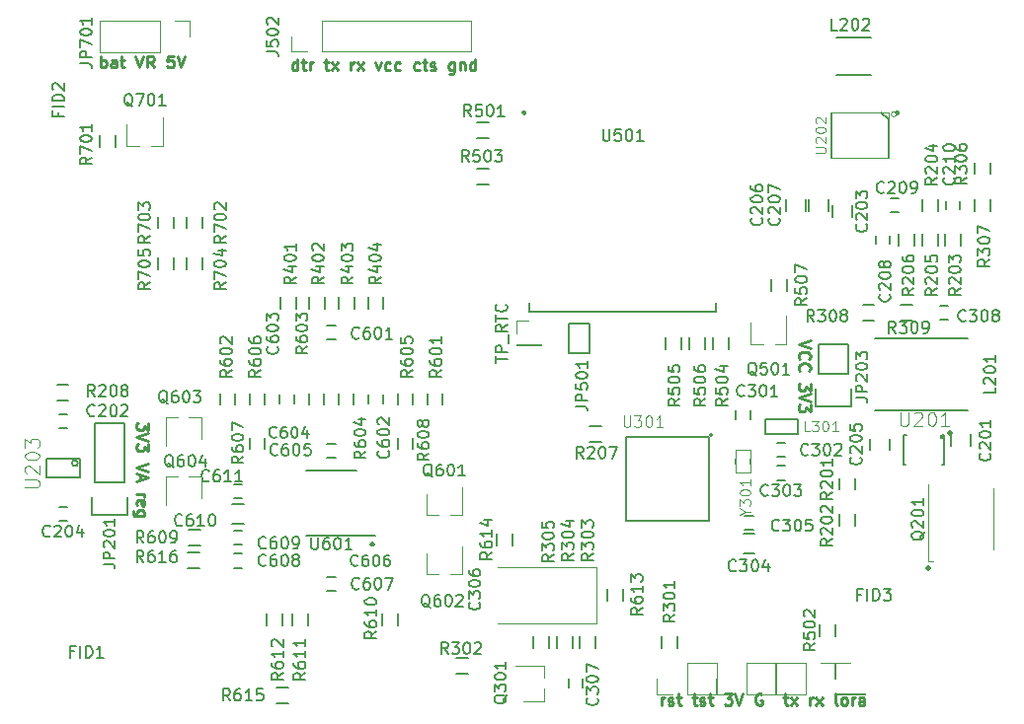
<source format=gto>
G04 #@! TF.FileFunction,Legend,Top*
%FSLAX46Y46*%
G04 Gerber Fmt 4.6, Leading zero omitted, Abs format (unit mm)*
G04 Created by KiCad (PCBNEW 4.0.7) date 2018 June 20, Wednesday 04:28:19*
%MOMM*%
%LPD*%
G01*
G04 APERTURE LIST*
%ADD10C,0.050000*%
%ADD11C,0.250000*%
%ADD12C,0.300000*%
%ADD13C,0.150000*%
%ADD14C,0.120000*%
%ADD15C,0.127000*%
%ADD16C,0.200000*%
%ADD17C,0.066040*%
%ADD18C,0.152400*%
%ADD19C,0.101600*%
%ADD20C,0.121920*%
%ADD21C,0.182880*%
G04 APERTURE END LIST*
D10*
D11*
X4007619Y22302620D02*
X4007619Y21683572D01*
X3626667Y22016906D01*
X3626667Y21874048D01*
X3579048Y21778810D01*
X3531429Y21731191D01*
X3436190Y21683572D01*
X3198095Y21683572D01*
X3102857Y21731191D01*
X3055238Y21778810D01*
X3007619Y21874048D01*
X3007619Y22159763D01*
X3055238Y22255001D01*
X3102857Y22302620D01*
X4007619Y21397858D02*
X3007619Y21064525D01*
X4007619Y20731191D01*
X4007619Y20493096D02*
X4007619Y19874048D01*
X3626667Y20207382D01*
X3626667Y20064524D01*
X3579048Y19969286D01*
X3531429Y19921667D01*
X3436190Y19874048D01*
X3198095Y19874048D01*
X3102857Y19921667D01*
X3055238Y19969286D01*
X3007619Y20064524D01*
X3007619Y20350239D01*
X3055238Y20445477D01*
X3102857Y20493096D01*
X4007619Y18826429D02*
X3007619Y18493096D01*
X4007619Y18159762D01*
X3293333Y17874048D02*
X3293333Y17397857D01*
X3007619Y17969286D02*
X4007619Y17635953D01*
X3007619Y17302619D01*
X3007619Y16207381D02*
X3674286Y16207381D01*
X3483810Y16207381D02*
X3579048Y16159762D01*
X3626667Y16112143D01*
X3674286Y16016905D01*
X3674286Y15921666D01*
X3055238Y15207380D02*
X3007619Y15302618D01*
X3007619Y15493095D01*
X3055238Y15588333D01*
X3150476Y15635952D01*
X3531429Y15635952D01*
X3626667Y15588333D01*
X3674286Y15493095D01*
X3674286Y15302618D01*
X3626667Y15207380D01*
X3531429Y15159761D01*
X3436190Y15159761D01*
X3340952Y15635952D01*
X3674286Y14302618D02*
X2864762Y14302618D01*
X2769524Y14350237D01*
X2721905Y14397856D01*
X2674286Y14493095D01*
X2674286Y14635952D01*
X2721905Y14731190D01*
X3055238Y14302618D02*
X3007619Y14397856D01*
X3007619Y14588333D01*
X3055238Y14683571D01*
X3102857Y14731190D01*
X3198095Y14778809D01*
X3483810Y14778809D01*
X3579048Y14731190D01*
X3626667Y14683571D01*
X3674286Y14588333D01*
X3674286Y14397856D01*
X3626667Y14302618D01*
X60757619Y29350238D02*
X59757619Y29016905D01*
X60757619Y28683571D01*
X59852857Y27778809D02*
X59805238Y27826428D01*
X59757619Y27969285D01*
X59757619Y28064523D01*
X59805238Y28207381D01*
X59900476Y28302619D01*
X59995714Y28350238D01*
X60186190Y28397857D01*
X60329048Y28397857D01*
X60519524Y28350238D01*
X60614762Y28302619D01*
X60710000Y28207381D01*
X60757619Y28064523D01*
X60757619Y27969285D01*
X60710000Y27826428D01*
X60662381Y27778809D01*
X59852857Y26778809D02*
X59805238Y26826428D01*
X59757619Y26969285D01*
X59757619Y27064523D01*
X59805238Y27207381D01*
X59900476Y27302619D01*
X59995714Y27350238D01*
X60186190Y27397857D01*
X60329048Y27397857D01*
X60519524Y27350238D01*
X60614762Y27302619D01*
X60710000Y27207381D01*
X60757619Y27064523D01*
X60757619Y26969285D01*
X60710000Y26826428D01*
X60662381Y26778809D01*
X60757619Y25683571D02*
X60757619Y25064523D01*
X60376667Y25397857D01*
X60376667Y25254999D01*
X60329048Y25159761D01*
X60281429Y25112142D01*
X60186190Y25064523D01*
X59948095Y25064523D01*
X59852857Y25112142D01*
X59805238Y25159761D01*
X59757619Y25254999D01*
X59757619Y25540714D01*
X59805238Y25635952D01*
X59852857Y25683571D01*
X60757619Y24778809D02*
X59757619Y24445476D01*
X60757619Y24112142D01*
X60757619Y23874047D02*
X60757619Y23254999D01*
X60376667Y23588333D01*
X60376667Y23445475D01*
X60329048Y23350237D01*
X60281429Y23302618D01*
X60186190Y23254999D01*
X59948095Y23254999D01*
X59852857Y23302618D01*
X59805238Y23350237D01*
X59757619Y23445475D01*
X59757619Y23731190D01*
X59805238Y23826428D01*
X59852857Y23874047D01*
X-87620Y52802619D02*
X-87620Y53802619D01*
X-87620Y53421667D02*
X7618Y53469286D01*
X198095Y53469286D01*
X293333Y53421667D01*
X340952Y53374048D01*
X388571Y53278810D01*
X388571Y52993095D01*
X340952Y52897857D01*
X293333Y52850238D01*
X198095Y52802619D01*
X7618Y52802619D01*
X-87620Y52850238D01*
X1245714Y52802619D02*
X1245714Y53326429D01*
X1198095Y53421667D01*
X1102857Y53469286D01*
X912380Y53469286D01*
X817142Y53421667D01*
X1245714Y52850238D02*
X1150476Y52802619D01*
X912380Y52802619D01*
X817142Y52850238D01*
X769523Y52945476D01*
X769523Y53040714D01*
X817142Y53135952D01*
X912380Y53183571D01*
X1150476Y53183571D01*
X1245714Y53231190D01*
X1579047Y53469286D02*
X1959999Y53469286D01*
X1721904Y53802619D02*
X1721904Y52945476D01*
X1769523Y52850238D01*
X1864761Y52802619D01*
X1959999Y52802619D01*
X2912381Y53802619D02*
X3245714Y52802619D01*
X3579048Y53802619D01*
X4483810Y52802619D02*
X4150476Y53278810D01*
X3912381Y52802619D02*
X3912381Y53802619D01*
X4293334Y53802619D01*
X4388572Y53755000D01*
X4436191Y53707381D01*
X4483810Y53612143D01*
X4483810Y53469286D01*
X4436191Y53374048D01*
X4388572Y53326429D01*
X4293334Y53278810D01*
X3912381Y53278810D01*
X6150477Y53802619D02*
X5674286Y53802619D01*
X5626667Y53326429D01*
X5674286Y53374048D01*
X5769524Y53421667D01*
X6007620Y53421667D01*
X6102858Y53374048D01*
X6150477Y53326429D01*
X6198096Y53231190D01*
X6198096Y52993095D01*
X6150477Y52897857D01*
X6102858Y52850238D01*
X6007620Y52802619D01*
X5769524Y52802619D01*
X5674286Y52850238D01*
X5626667Y52897857D01*
X6483810Y53802619D02*
X6817143Y52802619D01*
X7150477Y53802619D01*
X16805236Y52552619D02*
X16805236Y53552619D01*
X16805236Y52600238D02*
X16709998Y52552619D01*
X16519521Y52552619D01*
X16424283Y52600238D01*
X16376664Y52647857D01*
X16329045Y52743095D01*
X16329045Y53028810D01*
X16376664Y53124048D01*
X16424283Y53171667D01*
X16519521Y53219286D01*
X16709998Y53219286D01*
X16805236Y53171667D01*
X17138569Y53219286D02*
X17519521Y53219286D01*
X17281426Y53552619D02*
X17281426Y52695476D01*
X17329045Y52600238D01*
X17424283Y52552619D01*
X17519521Y52552619D01*
X17852855Y52552619D02*
X17852855Y53219286D01*
X17852855Y53028810D02*
X17900474Y53124048D01*
X17948093Y53171667D01*
X18043331Y53219286D01*
X18138570Y53219286D01*
X19090951Y53219286D02*
X19471903Y53219286D01*
X19233808Y53552619D02*
X19233808Y52695476D01*
X19281427Y52600238D01*
X19376665Y52552619D01*
X19471903Y52552619D01*
X19709999Y52552619D02*
X20233809Y53219286D01*
X19709999Y53219286D02*
X20233809Y52552619D01*
X21376666Y52552619D02*
X21376666Y53219286D01*
X21376666Y53028810D02*
X21424285Y53124048D01*
X21471904Y53171667D01*
X21567142Y53219286D01*
X21662381Y53219286D01*
X21900476Y52552619D02*
X22424286Y53219286D01*
X21900476Y53219286D02*
X22424286Y52552619D01*
X23471905Y53219286D02*
X23710000Y52552619D01*
X23948096Y53219286D01*
X24757620Y52600238D02*
X24662382Y52552619D01*
X24471905Y52552619D01*
X24376667Y52600238D01*
X24329048Y52647857D01*
X24281429Y52743095D01*
X24281429Y53028810D01*
X24329048Y53124048D01*
X24376667Y53171667D01*
X24471905Y53219286D01*
X24662382Y53219286D01*
X24757620Y53171667D01*
X25614763Y52600238D02*
X25519525Y52552619D01*
X25329048Y52552619D01*
X25233810Y52600238D01*
X25186191Y52647857D01*
X25138572Y52743095D01*
X25138572Y53028810D01*
X25186191Y53124048D01*
X25233810Y53171667D01*
X25329048Y53219286D01*
X25519525Y53219286D01*
X25614763Y53171667D01*
X27233811Y52600238D02*
X27138573Y52552619D01*
X26948096Y52552619D01*
X26852858Y52600238D01*
X26805239Y52647857D01*
X26757620Y52743095D01*
X26757620Y53028810D01*
X26805239Y53124048D01*
X26852858Y53171667D01*
X26948096Y53219286D01*
X27138573Y53219286D01*
X27233811Y53171667D01*
X27519525Y53219286D02*
X27900477Y53219286D01*
X27662382Y53552619D02*
X27662382Y52695476D01*
X27710001Y52600238D01*
X27805239Y52552619D01*
X27900477Y52552619D01*
X28186192Y52600238D02*
X28281430Y52552619D01*
X28471906Y52552619D01*
X28567145Y52600238D01*
X28614764Y52695476D01*
X28614764Y52743095D01*
X28567145Y52838333D01*
X28471906Y52885952D01*
X28329049Y52885952D01*
X28233811Y52933571D01*
X28186192Y53028810D01*
X28186192Y53076429D01*
X28233811Y53171667D01*
X28329049Y53219286D01*
X28471906Y53219286D01*
X28567145Y53171667D01*
X30233812Y53219286D02*
X30233812Y52409762D01*
X30186193Y52314524D01*
X30138574Y52266905D01*
X30043335Y52219286D01*
X29900478Y52219286D01*
X29805240Y52266905D01*
X30233812Y52600238D02*
X30138574Y52552619D01*
X29948097Y52552619D01*
X29852859Y52600238D01*
X29805240Y52647857D01*
X29757621Y52743095D01*
X29757621Y53028810D01*
X29805240Y53124048D01*
X29852859Y53171667D01*
X29948097Y53219286D01*
X30138574Y53219286D01*
X30233812Y53171667D01*
X30710002Y53219286D02*
X30710002Y52552619D01*
X30710002Y53124048D02*
X30757621Y53171667D01*
X30852859Y53219286D01*
X30995717Y53219286D01*
X31090955Y53171667D01*
X31138574Y53076429D01*
X31138574Y52552619D01*
X32043336Y52552619D02*
X32043336Y53552619D01*
X32043336Y52600238D02*
X31948098Y52552619D01*
X31757621Y52552619D01*
X31662383Y52600238D01*
X31614764Y52647857D01*
X31567145Y52743095D01*
X31567145Y53028810D01*
X31614764Y53124048D01*
X31662383Y53171667D01*
X31757621Y53219286D01*
X31948098Y53219286D01*
X32043336Y53171667D01*
X48019521Y-1947381D02*
X48019521Y-1280714D01*
X48019521Y-1471190D02*
X48067140Y-1375952D01*
X48114759Y-1328333D01*
X48209997Y-1280714D01*
X48305236Y-1280714D01*
X48590950Y-1899762D02*
X48686188Y-1947381D01*
X48876664Y-1947381D01*
X48971903Y-1899762D01*
X49019522Y-1804524D01*
X49019522Y-1756905D01*
X48971903Y-1661667D01*
X48876664Y-1614048D01*
X48733807Y-1614048D01*
X48638569Y-1566429D01*
X48590950Y-1471190D01*
X48590950Y-1423571D01*
X48638569Y-1328333D01*
X48733807Y-1280714D01*
X48876664Y-1280714D01*
X48971903Y-1328333D01*
X49305236Y-1280714D02*
X49686188Y-1280714D01*
X49448093Y-947381D02*
X49448093Y-1804524D01*
X49495712Y-1899762D01*
X49590950Y-1947381D01*
X49686188Y-1947381D01*
X50638570Y-1280714D02*
X51019522Y-1280714D01*
X50781427Y-947381D02*
X50781427Y-1804524D01*
X50829046Y-1899762D01*
X50924284Y-1947381D01*
X51019522Y-1947381D01*
X51305237Y-1899762D02*
X51400475Y-1947381D01*
X51590951Y-1947381D01*
X51686190Y-1899762D01*
X51733809Y-1804524D01*
X51733809Y-1756905D01*
X51686190Y-1661667D01*
X51590951Y-1614048D01*
X51448094Y-1614048D01*
X51352856Y-1566429D01*
X51305237Y-1471190D01*
X51305237Y-1423571D01*
X51352856Y-1328333D01*
X51448094Y-1280714D01*
X51590951Y-1280714D01*
X51686190Y-1328333D01*
X52019523Y-1280714D02*
X52400475Y-1280714D01*
X52162380Y-947381D02*
X52162380Y-1804524D01*
X52209999Y-1899762D01*
X52305237Y-1947381D01*
X52400475Y-1947381D01*
X53400476Y-947381D02*
X54019524Y-947381D01*
X53686190Y-1328333D01*
X53829048Y-1328333D01*
X53924286Y-1375952D01*
X53971905Y-1423571D01*
X54019524Y-1518810D01*
X54019524Y-1756905D01*
X53971905Y-1852143D01*
X53924286Y-1899762D01*
X53829048Y-1947381D01*
X53543333Y-1947381D01*
X53448095Y-1899762D01*
X53400476Y-1852143D01*
X54305238Y-947381D02*
X54638571Y-1947381D01*
X54971905Y-947381D01*
X56590953Y-995000D02*
X56495715Y-947381D01*
X56352858Y-947381D01*
X56210000Y-995000D01*
X56114762Y-1090238D01*
X56067143Y-1185476D01*
X56019524Y-1375952D01*
X56019524Y-1518810D01*
X56067143Y-1709286D01*
X56114762Y-1804524D01*
X56210000Y-1899762D01*
X56352858Y-1947381D01*
X56448096Y-1947381D01*
X56590953Y-1899762D01*
X56638572Y-1852143D01*
X56638572Y-1518810D01*
X56448096Y-1518810D01*
X58448096Y-1280714D02*
X58829048Y-1280714D01*
X58590953Y-947381D02*
X58590953Y-1804524D01*
X58638572Y-1899762D01*
X58733810Y-1947381D01*
X58829048Y-1947381D01*
X59067144Y-1947381D02*
X59590954Y-1280714D01*
X59067144Y-1280714D02*
X59590954Y-1947381D01*
X60733811Y-1947381D02*
X60733811Y-1280714D01*
X60733811Y-1471190D02*
X60781430Y-1375952D01*
X60829049Y-1328333D01*
X60924287Y-1280714D01*
X61019526Y-1280714D01*
X61257621Y-1947381D02*
X61781431Y-1280714D01*
X61257621Y-1280714D02*
X61781431Y-1947381D01*
X63067145Y-1947381D02*
X62971907Y-1899762D01*
X62924288Y-1804524D01*
X62924288Y-947381D01*
X63590955Y-1947381D02*
X63495717Y-1899762D01*
X63448098Y-1852143D01*
X63400479Y-1756905D01*
X63400479Y-1471190D01*
X63448098Y-1375952D01*
X63495717Y-1328333D01*
X63590955Y-1280714D01*
X63733813Y-1280714D01*
X63829051Y-1328333D01*
X63876670Y-1375952D01*
X63924289Y-1471190D01*
X63924289Y-1756905D01*
X63876670Y-1852143D01*
X63829051Y-1899762D01*
X63733813Y-1947381D01*
X63590955Y-1947381D01*
X64352860Y-1947381D02*
X64352860Y-1280714D01*
X64352860Y-1471190D02*
X64400479Y-1375952D01*
X64448098Y-1328333D01*
X64543336Y-1280714D01*
X64638575Y-1280714D01*
X65400480Y-1947381D02*
X65400480Y-1423571D01*
X65352861Y-1328333D01*
X65257623Y-1280714D01*
X65067146Y-1280714D01*
X64971908Y-1328333D01*
X65400480Y-1899762D02*
X65305242Y-1947381D01*
X65067146Y-1947381D01*
X64971908Y-1899762D01*
X64924289Y-1804524D01*
X64924289Y-1709286D01*
X64971908Y-1614048D01*
X65067146Y-1566429D01*
X65305242Y-1566429D01*
X65400480Y-1518810D01*
D12*
X36210000Y48969286D02*
X36281428Y48897857D01*
X36210000Y48826429D01*
X36138571Y48897857D01*
X36210000Y48969286D01*
X36210000Y48826429D01*
X70890000Y9919286D02*
X70961428Y9847857D01*
X70890000Y9776429D01*
X70818571Y9847857D01*
X70890000Y9919286D01*
X70890000Y9776429D01*
X23210000Y11969286D02*
X23281428Y11897857D01*
X23210000Y11826429D01*
X23138571Y11897857D01*
X23210000Y11969286D01*
X23210000Y11826429D01*
X68210000Y48969286D02*
X68281428Y48897857D01*
X68210000Y48826429D01*
X68138571Y48897857D01*
X68210000Y48969286D01*
X68210000Y48826429D01*
X72710000Y21469286D02*
X72781428Y21397857D01*
X72710000Y21326429D01*
X72638571Y21397857D01*
X72710000Y21469286D01*
X72710000Y21326429D01*
D13*
X40365000Y3955000D02*
X40365000Y2955000D01*
X39015000Y2955000D02*
X39015000Y3955000D01*
X-2960000Y21855000D02*
X-3660000Y21855000D01*
X-3660000Y23055000D02*
X-2960000Y23055000D01*
X-2960000Y13855000D02*
X-3660000Y13855000D01*
X-3660000Y15055000D02*
X-2960000Y15055000D01*
X54400000Y22650000D02*
X54400000Y23350000D01*
X55600000Y23350000D02*
X55600000Y22650000D01*
X57900000Y20600000D02*
X58600000Y20600000D01*
X58600000Y19400000D02*
X57900000Y19400000D01*
X57900000Y18600000D02*
X58600000Y18600000D01*
X58600000Y17400000D02*
X57900000Y17400000D01*
X55850000Y13105000D02*
X55150000Y13105000D01*
X55150000Y14305000D02*
X55850000Y14305000D01*
X41210000Y305000D02*
X41210000Y-395000D01*
X40010000Y-395000D02*
X40010000Y305000D01*
X71900000Y32350000D02*
X72600000Y32350000D01*
X72600000Y31150000D02*
X71900000Y31150000D01*
X20040000Y29460000D02*
X19340000Y29460000D01*
X19340000Y30660000D02*
X20040000Y30660000D01*
X24100000Y24695000D02*
X24100000Y23995000D01*
X22900000Y23995000D02*
X22900000Y24695000D01*
X16480000Y24695000D02*
X16480000Y23995000D01*
X15280000Y23995000D02*
X15280000Y24695000D01*
X19340000Y20500000D02*
X20040000Y20500000D01*
X20040000Y19300000D02*
X19340000Y19300000D01*
X19340000Y9055000D02*
X20040000Y9055000D01*
X20040000Y7855000D02*
X19340000Y7855000D01*
X12040000Y9855000D02*
X11340000Y9855000D01*
X11340000Y11055000D02*
X12040000Y11055000D01*
X11340000Y13055000D02*
X12040000Y13055000D01*
X12040000Y11855000D02*
X11340000Y11855000D01*
X11340000Y17055000D02*
X12040000Y17055000D01*
X12040000Y15855000D02*
X11340000Y15855000D01*
X61480000Y26520000D02*
X61480000Y29060000D01*
X61200000Y23700000D02*
X61200000Y25250000D01*
X61480000Y26520000D02*
X64020000Y26520000D01*
X64300000Y25250000D02*
X64300000Y23700000D01*
X64300000Y23700000D02*
X61200000Y23700000D01*
X64020000Y26520000D02*
X64020000Y29060000D01*
X64020000Y29060000D02*
X61480000Y29060000D01*
D14*
X-180000Y56785000D02*
X-180000Y54125000D01*
X4960000Y56785000D02*
X-180000Y56785000D01*
X4960000Y54125000D02*
X-180000Y54125000D01*
X4960000Y56785000D02*
X4960000Y54125000D01*
X6230000Y56785000D02*
X7560000Y56785000D01*
X7560000Y56785000D02*
X7560000Y55455000D01*
D15*
X56865000Y22635000D02*
X59659000Y22635000D01*
X59659000Y22635000D02*
X59659000Y21365000D01*
X59659000Y21365000D02*
X56865000Y21365000D01*
X56865000Y21365000D02*
X56865000Y22635000D01*
D14*
X60330000Y1660000D02*
X57730000Y1660000D01*
X57730000Y1660000D02*
X57730000Y-1000000D01*
X57730000Y-1000000D02*
X60330000Y-1000000D01*
X60330000Y-1000000D02*
X60330000Y1660000D01*
X61600000Y1660000D02*
X62930000Y1660000D01*
X62930000Y1660000D02*
X62930000Y330000D01*
X50170000Y-1000000D02*
X52770000Y-1000000D01*
X52770000Y-1000000D02*
X52770000Y1660000D01*
X52770000Y1660000D02*
X50170000Y1660000D01*
X50170000Y1660000D02*
X50170000Y-1000000D01*
X48900000Y-1000000D02*
X47570000Y-1000000D01*
X47570000Y-1000000D02*
X47570000Y330000D01*
D13*
X64565000Y17555000D02*
X64565000Y16555000D01*
X63215000Y16555000D02*
X63215000Y17555000D01*
X64565000Y14455000D02*
X64565000Y13455000D01*
X63215000Y13455000D02*
X63215000Y14455000D01*
X72325000Y37500000D02*
X72325000Y38500000D01*
X73675000Y38500000D02*
X73675000Y37500000D01*
X70325000Y40500000D02*
X70325000Y41500000D01*
X71675000Y41500000D02*
X71675000Y40500000D01*
X71675000Y38500000D02*
X71675000Y37500000D01*
X70325000Y37500000D02*
X70325000Y38500000D01*
X49365000Y3955000D02*
X49365000Y2955000D01*
X48015000Y2955000D02*
X48015000Y3955000D01*
X42365000Y3955000D02*
X42365000Y2955000D01*
X41015000Y2955000D02*
X41015000Y3955000D01*
X38365000Y3955000D02*
X38365000Y2955000D01*
X37015000Y2955000D02*
X37015000Y3955000D01*
X76165000Y44655000D02*
X76165000Y43655000D01*
X74815000Y43655000D02*
X74815000Y44655000D01*
X74815000Y40455000D02*
X74815000Y41455000D01*
X76165000Y41455000D02*
X76165000Y40455000D01*
X66250000Y31075000D02*
X65250000Y31075000D01*
X65250000Y32425000D02*
X66250000Y32425000D01*
X69500000Y31075000D02*
X68500000Y31075000D01*
X68500000Y32425000D02*
X69500000Y32425000D01*
X33190000Y46780000D02*
X32190000Y46780000D01*
X32190000Y48130000D02*
X33190000Y48130000D01*
X61535000Y4005000D02*
X61535000Y5005000D01*
X62885000Y5005000D02*
X62885000Y4005000D01*
X27905000Y23845000D02*
X27905000Y24845000D01*
X29255000Y24845000D02*
X29255000Y23845000D01*
X10125000Y23845000D02*
X10125000Y24845000D01*
X11475000Y24845000D02*
X11475000Y23845000D01*
X19095000Y24845000D02*
X19095000Y23845000D01*
X17745000Y23845000D02*
X17745000Y24845000D01*
X21635000Y24845000D02*
X21635000Y23845000D01*
X20285000Y23845000D02*
X20285000Y24845000D01*
X26715000Y24845000D02*
X26715000Y23845000D01*
X25365000Y23845000D02*
X25365000Y24845000D01*
X14015000Y24845000D02*
X14015000Y23845000D01*
X12665000Y23845000D02*
X12665000Y24845000D01*
X14015000Y21035000D02*
X14015000Y20035000D01*
X12665000Y20035000D02*
X12665000Y21035000D01*
X26715000Y21035000D02*
X26715000Y20035000D01*
X25365000Y20035000D02*
X25365000Y21035000D01*
X8440000Y11780000D02*
X7440000Y11780000D01*
X7440000Y13130000D02*
X8440000Y13130000D01*
X25365000Y5955000D02*
X25365000Y4955000D01*
X24015000Y4955000D02*
X24015000Y5955000D01*
X17685000Y5955000D02*
X17685000Y4955000D01*
X16335000Y4955000D02*
X16335000Y5955000D01*
X15485000Y5955000D02*
X15485000Y4955000D01*
X14135000Y4955000D02*
X14135000Y5955000D01*
X1175000Y47000000D02*
X1175000Y46000000D01*
X-175000Y46000000D02*
X-175000Y47000000D01*
X8675000Y40000000D02*
X8675000Y39000000D01*
X7325000Y39000000D02*
X7325000Y40000000D01*
X4825000Y39000000D02*
X4825000Y40000000D01*
X6175000Y40000000D02*
X6175000Y39000000D01*
X8675000Y36500000D02*
X8675000Y35500000D01*
X7325000Y35500000D02*
X7325000Y36500000D01*
X4825000Y35500000D02*
X4825000Y36500000D01*
X6175000Y36500000D02*
X6175000Y35500000D01*
D15*
X-1860000Y17655000D02*
X-1860000Y19255000D01*
X-1860000Y19255000D02*
X-4760000Y19255000D01*
X-4760000Y19255000D02*
X-4760000Y17655000D01*
X-4760000Y17655000D02*
X-1860000Y17655000D01*
X-2040000Y18836000D02*
G75*
G03X-2040000Y18836000I-254000J0D01*
G01*
X44925000Y21075000D02*
X52075000Y21075000D01*
X52075000Y21075000D02*
X52075000Y13925000D01*
X52075000Y13925000D02*
X44925000Y13925000D01*
X44925000Y13925000D02*
X44925000Y21075000D01*
D16*
X52350000Y21250000D02*
G75*
G03X52350000Y21250000I-100000J0D01*
G01*
D13*
X21890000Y18180000D02*
X17490000Y18180000D01*
X23465000Y12655000D02*
X17490000Y12655000D01*
D17*
X54400560Y19998220D02*
X54400560Y18001780D01*
X54400560Y18001780D02*
X55599440Y18001780D01*
X55599440Y19998220D02*
X55599440Y18001780D01*
X54400560Y19998220D02*
X55599440Y19998220D01*
D15*
X55599440Y19198120D02*
X55599440Y18801880D01*
X55599440Y19198120D02*
X55599440Y18801880D01*
X54400560Y19198120D02*
X54400560Y18801880D01*
D13*
X1960000Y17185000D02*
X1960000Y22265000D01*
X1960000Y22265000D02*
X-580000Y22265000D01*
X-580000Y22265000D02*
X-580000Y17185000D01*
X-860000Y14365000D02*
X-860000Y15915000D01*
X-580000Y17185000D02*
X1960000Y17185000D01*
X2240000Y15915000D02*
X2240000Y14365000D01*
X2240000Y14365000D02*
X-860000Y14365000D01*
D14*
X55250000Y-1000000D02*
X57850000Y-1000000D01*
X57850000Y-1000000D02*
X57850000Y1660000D01*
X57850000Y1660000D02*
X55250000Y1660000D01*
X55250000Y1660000D02*
X55250000Y-1000000D01*
X53980000Y-1000000D02*
X52650000Y-1000000D01*
X52650000Y-1000000D02*
X52650000Y330000D01*
D13*
X66400000Y37650000D02*
X66400000Y38350000D01*
X67600000Y38350000D02*
X67600000Y37650000D01*
X68350000Y40400000D02*
X67650000Y40400000D01*
X67650000Y41600000D02*
X68350000Y41600000D01*
X72400000Y40650000D02*
X72400000Y41350000D01*
X73600000Y41350000D02*
X73600000Y40650000D01*
X74290000Y23355000D02*
X66290000Y23355000D01*
X74290000Y29555000D02*
X66290000Y29555000D01*
X66000000Y52150000D02*
X63000000Y52150000D01*
X66000000Y55350000D02*
X63000000Y55350000D01*
X69675000Y38500000D02*
X69675000Y37500000D01*
X68325000Y37500000D02*
X68325000Y38500000D01*
D17*
X67463800Y48955800D02*
X62536200Y48955800D01*
X62536200Y48955800D02*
X62536200Y45044200D01*
X67463800Y45044200D02*
X62536200Y45044200D01*
X67463800Y48955800D02*
X67463800Y45044200D01*
D15*
X62536200Y45044200D02*
X62536200Y48955800D01*
X66826260Y48955800D02*
X67463800Y48318260D01*
X67463800Y48318260D02*
X67463800Y45044200D01*
D10*
X68136526Y48778000D02*
G75*
G03X68136526Y48778000I-215526J0D01*
G01*
D14*
X62810000Y-1000000D02*
X65470000Y-1000000D01*
X62810000Y-940000D02*
X62810000Y-1000000D01*
X65470000Y-940000D02*
X65470000Y-1000000D01*
X62810000Y-940000D02*
X65470000Y-940000D01*
X62810000Y330000D02*
X62810000Y1660000D01*
X62810000Y1660000D02*
X64140000Y1660000D01*
D13*
X15325000Y32100000D02*
X15325000Y33100000D01*
X16675000Y33100000D02*
X16675000Y32100000D01*
X17825000Y32100000D02*
X17825000Y33100000D01*
X19175000Y33100000D02*
X19175000Y32100000D01*
X20325000Y32100000D02*
X20325000Y33100000D01*
X21675000Y33100000D02*
X21675000Y32100000D01*
X22825000Y32100000D02*
X22825000Y33100000D01*
X24175000Y33100000D02*
X24175000Y32100000D01*
D14*
X31640000Y54170000D02*
X31640000Y56830000D01*
X18880000Y54170000D02*
X31640000Y54170000D01*
X18880000Y56830000D02*
X31640000Y56830000D01*
X18880000Y54170000D02*
X18880000Y56830000D01*
X17610000Y54170000D02*
X16280000Y54170000D01*
X16280000Y54170000D02*
X16280000Y55500000D01*
D13*
X33190000Y42780000D02*
X32190000Y42780000D01*
X32190000Y44130000D02*
X33190000Y44130000D01*
X53765000Y29655000D02*
X53765000Y28655000D01*
X52415000Y28655000D02*
X52415000Y29655000D01*
X49665000Y29645000D02*
X49665000Y28645000D01*
X48315000Y28645000D02*
X48315000Y29645000D01*
X51760000Y29645000D02*
X51760000Y28645000D01*
X50410000Y28645000D02*
X50410000Y29645000D01*
D14*
X28890000Y14355000D02*
X27840000Y14355000D01*
X27840000Y14355000D02*
X27840000Y16205000D01*
X30890000Y14355000D02*
X29890000Y14355000D01*
X30900000Y14375000D02*
X30900000Y16805000D01*
X7490000Y22755000D02*
X8540000Y22755000D01*
X8540000Y22755000D02*
X8540000Y20905000D01*
X5490000Y22755000D02*
X6490000Y22755000D01*
X5480000Y22735000D02*
X5480000Y20305000D01*
D18*
X36674000Y32596000D02*
X36674000Y31834000D01*
X36674000Y31834000D02*
X52676000Y31834000D01*
X52676000Y31834000D02*
X52676000Y32596000D01*
D14*
X28890000Y9275000D02*
X27840000Y9275000D01*
X27840000Y9275000D02*
X27840000Y11125000D01*
X30890000Y9275000D02*
X29890000Y9275000D01*
X30900000Y9295000D02*
X30900000Y11725000D01*
X7490000Y17675000D02*
X8540000Y17675000D01*
X8540000Y17675000D02*
X8540000Y15825000D01*
X5490000Y17675000D02*
X6490000Y17675000D01*
X5480000Y17655000D02*
X5480000Y15225000D01*
D13*
X41829000Y28300000D02*
X41829000Y30840000D01*
X40051000Y30840000D02*
X40051000Y28300000D01*
X40051000Y30840000D02*
X41829000Y30840000D01*
X41829000Y28300000D02*
X40051000Y28300000D01*
D14*
X70890000Y10455000D02*
X71290000Y10455000D01*
X70890000Y17055000D02*
X70890000Y10455000D01*
X76490000Y16655000D02*
X76490000Y11455000D01*
D15*
X72250000Y18750000D02*
X72250000Y21000000D01*
X72250000Y21000000D02*
X72250000Y21250000D01*
X72250000Y21250000D02*
X72020000Y21250000D01*
X68980000Y21250000D02*
X68750000Y21250000D01*
X68730000Y21250000D02*
X68730000Y18750000D01*
X68730000Y18750000D02*
X68960000Y18750000D01*
X72020000Y18750000D02*
X72250000Y18750000D01*
X72250000Y21000000D02*
X72000000Y21000000D01*
X72000000Y21250000D02*
X72000000Y21000000D01*
X72250000Y21100000D02*
X72000000Y21100000D01*
X72250000Y21200000D02*
X72000000Y21200000D01*
D14*
X37970000Y-545000D02*
X37970000Y-1595000D01*
X37970000Y-1595000D02*
X36120000Y-1595000D01*
X37970000Y1455000D02*
X37970000Y455000D01*
X37950000Y1465000D02*
X35520000Y1465000D01*
X56710000Y29055000D02*
X55660000Y29055000D01*
X55660000Y29055000D02*
X55660000Y30905000D01*
X58710000Y29055000D02*
X57710000Y29055000D01*
X58720000Y29075000D02*
X58720000Y31505000D01*
X3210000Y46055000D02*
X2160000Y46055000D01*
X2160000Y46055000D02*
X2160000Y47905000D01*
X5210000Y46055000D02*
X4210000Y46055000D01*
X5220000Y46075000D02*
X5220000Y48505000D01*
D13*
X43335000Y7055000D02*
X43335000Y8055000D01*
X44685000Y8055000D02*
X44685000Y7055000D01*
X33835000Y11755000D02*
X33835000Y12755000D01*
X35185000Y12755000D02*
X35185000Y11755000D01*
X16010000Y-1770000D02*
X15010000Y-1770000D01*
X15010000Y-420000D02*
X16010000Y-420000D01*
X7410000Y11180000D02*
X8410000Y11180000D01*
X8410000Y9830000D02*
X7410000Y9830000D01*
X74540000Y20305000D02*
X74540000Y21305000D01*
X72840000Y21305000D02*
X72840000Y20305000D01*
X64350000Y39955000D02*
X64350000Y40955000D01*
X62650000Y40955000D02*
X62650000Y39955000D01*
X67540000Y19955000D02*
X67540000Y20955000D01*
X65840000Y20955000D02*
X65840000Y19955000D01*
X60350000Y40500000D02*
X60350000Y41500000D01*
X58650000Y41500000D02*
X58650000Y40500000D01*
X62350000Y40500000D02*
X62350000Y41500000D01*
X60650000Y41500000D02*
X60650000Y40500000D01*
X55000000Y11105000D02*
X56000000Y11105000D01*
X56000000Y12805000D02*
X55000000Y12805000D01*
D14*
X42385000Y5105000D02*
X33985000Y5105000D01*
X42385000Y9905000D02*
X33985000Y9905000D01*
X42385000Y5105000D02*
X42385000Y9905000D01*
D13*
X12190000Y15305000D02*
X11190000Y15305000D01*
X11190000Y13605000D02*
X12190000Y13605000D01*
X41860000Y21980000D02*
X42860000Y21980000D01*
X42860000Y20630000D02*
X41860000Y20630000D01*
X-3840000Y25580000D02*
X-2840000Y25580000D01*
X-2840000Y24230000D02*
X-3840000Y24230000D01*
X31410000Y730000D02*
X30410000Y730000D01*
X30410000Y2080000D02*
X31410000Y2080000D01*
X57435000Y33605000D02*
X57435000Y34605000D01*
X58785000Y34605000D02*
X58785000Y33605000D01*
D14*
X35550000Y29005000D02*
X35550000Y28945000D01*
X35550000Y28945000D02*
X37670000Y28945000D01*
X37670000Y28945000D02*
X37670000Y29005000D01*
X37670000Y29005000D02*
X35550000Y29005000D01*
X35550000Y30005000D02*
X35550000Y31065000D01*
X35550000Y31065000D02*
X36610000Y31065000D01*
D13*
X65138572Y7576429D02*
X64805238Y7576429D01*
X64805238Y7052619D02*
X64805238Y8052619D01*
X65281429Y8052619D01*
X65662381Y7052619D02*
X65662381Y8052619D01*
X66138571Y7052619D02*
X66138571Y8052619D01*
X66376666Y8052619D01*
X66519524Y8005000D01*
X66614762Y7909762D01*
X66662381Y7814524D01*
X66710000Y7624048D01*
X66710000Y7481190D01*
X66662381Y7290714D01*
X66614762Y7195476D01*
X66519524Y7100238D01*
X66376666Y7052619D01*
X66138571Y7052619D01*
X67043333Y8052619D02*
X67662381Y8052619D01*
X67329047Y7671667D01*
X67471905Y7671667D01*
X67567143Y7624048D01*
X67614762Y7576429D01*
X67662381Y7481190D01*
X67662381Y7243095D01*
X67614762Y7147857D01*
X67567143Y7100238D01*
X67471905Y7052619D01*
X67186190Y7052619D01*
X67090952Y7100238D01*
X67043333Y7147857D01*
X-3761429Y48933572D02*
X-3761429Y48600238D01*
X-3237619Y48600238D02*
X-4237619Y48600238D01*
X-4237619Y49076429D01*
X-3237619Y49457381D02*
X-4237619Y49457381D01*
X-3237619Y49933571D02*
X-4237619Y49933571D01*
X-4237619Y50171666D01*
X-4190000Y50314524D01*
X-4094762Y50409762D01*
X-3999524Y50457381D01*
X-3809048Y50505000D01*
X-3666190Y50505000D01*
X-3475714Y50457381D01*
X-3380476Y50409762D01*
X-3285238Y50314524D01*
X-3237619Y50171666D01*
X-3237619Y49933571D01*
X-4142381Y50885952D02*
X-4190000Y50933571D01*
X-4237619Y51028809D01*
X-4237619Y51266905D01*
X-4190000Y51362143D01*
X-4142381Y51409762D01*
X-4047143Y51457381D01*
X-3951905Y51457381D01*
X-3809048Y51409762D01*
X-3237619Y50838333D01*
X-3237619Y51457381D01*
X40462381Y11085953D02*
X39986190Y10752619D01*
X40462381Y10514524D02*
X39462381Y10514524D01*
X39462381Y10895477D01*
X39510000Y10990715D01*
X39557619Y11038334D01*
X39652857Y11085953D01*
X39795714Y11085953D01*
X39890952Y11038334D01*
X39938571Y10990715D01*
X39986190Y10895477D01*
X39986190Y10514524D01*
X39462381Y11419286D02*
X39462381Y12038334D01*
X39843333Y11705000D01*
X39843333Y11847858D01*
X39890952Y11943096D01*
X39938571Y11990715D01*
X40033810Y12038334D01*
X40271905Y12038334D01*
X40367143Y11990715D01*
X40414762Y11943096D01*
X40462381Y11847858D01*
X40462381Y11562143D01*
X40414762Y11466905D01*
X40367143Y11419286D01*
X39462381Y12657381D02*
X39462381Y12752620D01*
X39510000Y12847858D01*
X39557619Y12895477D01*
X39652857Y12943096D01*
X39843333Y12990715D01*
X40081429Y12990715D01*
X40271905Y12943096D01*
X40367143Y12895477D01*
X40414762Y12847858D01*
X40462381Y12752620D01*
X40462381Y12657381D01*
X40414762Y12562143D01*
X40367143Y12514524D01*
X40271905Y12466905D01*
X40081429Y12419286D01*
X39843333Y12419286D01*
X39652857Y12466905D01*
X39557619Y12514524D01*
X39510000Y12562143D01*
X39462381Y12657381D01*
X39795714Y13847858D02*
X40462381Y13847858D01*
X39414762Y13609762D02*
X40129048Y13371667D01*
X40129048Y13990715D01*
X-609047Y22947857D02*
X-656666Y22900238D01*
X-799523Y22852619D01*
X-894761Y22852619D01*
X-1037619Y22900238D01*
X-1132857Y22995476D01*
X-1180476Y23090714D01*
X-1228095Y23281190D01*
X-1228095Y23424048D01*
X-1180476Y23614524D01*
X-1132857Y23709762D01*
X-1037619Y23805000D01*
X-894761Y23852619D01*
X-799523Y23852619D01*
X-656666Y23805000D01*
X-609047Y23757381D01*
X-228095Y23757381D02*
X-180476Y23805000D01*
X-85238Y23852619D01*
X152858Y23852619D01*
X248096Y23805000D01*
X295715Y23757381D01*
X343334Y23662143D01*
X343334Y23566905D01*
X295715Y23424048D01*
X-275714Y22852619D01*
X343334Y22852619D01*
X962381Y23852619D02*
X1057620Y23852619D01*
X1152858Y23805000D01*
X1200477Y23757381D01*
X1248096Y23662143D01*
X1295715Y23471667D01*
X1295715Y23233571D01*
X1248096Y23043095D01*
X1200477Y22947857D01*
X1152858Y22900238D01*
X1057620Y22852619D01*
X962381Y22852619D01*
X867143Y22900238D01*
X819524Y22947857D01*
X771905Y23043095D01*
X724286Y23233571D01*
X724286Y23471667D01*
X771905Y23662143D01*
X819524Y23757381D01*
X867143Y23805000D01*
X962381Y23852619D01*
X1676667Y23757381D02*
X1724286Y23805000D01*
X1819524Y23852619D01*
X2057620Y23852619D01*
X2152858Y23805000D01*
X2200477Y23757381D01*
X2248096Y23662143D01*
X2248096Y23566905D01*
X2200477Y23424048D01*
X1629048Y22852619D01*
X2248096Y22852619D01*
X-4429047Y12597857D02*
X-4476666Y12550238D01*
X-4619523Y12502619D01*
X-4714761Y12502619D01*
X-4857619Y12550238D01*
X-4952857Y12645476D01*
X-5000476Y12740714D01*
X-5048095Y12931190D01*
X-5048095Y13074048D01*
X-5000476Y13264524D01*
X-4952857Y13359762D01*
X-4857619Y13455000D01*
X-4714761Y13502619D01*
X-4619523Y13502619D01*
X-4476666Y13455000D01*
X-4429047Y13407381D01*
X-4048095Y13407381D02*
X-4000476Y13455000D01*
X-3905238Y13502619D01*
X-3667142Y13502619D01*
X-3571904Y13455000D01*
X-3524285Y13407381D01*
X-3476666Y13312143D01*
X-3476666Y13216905D01*
X-3524285Y13074048D01*
X-4095714Y12502619D01*
X-3476666Y12502619D01*
X-2857619Y13502619D02*
X-2762380Y13502619D01*
X-2667142Y13455000D01*
X-2619523Y13407381D01*
X-2571904Y13312143D01*
X-2524285Y13121667D01*
X-2524285Y12883571D01*
X-2571904Y12693095D01*
X-2619523Y12597857D01*
X-2667142Y12550238D01*
X-2762380Y12502619D01*
X-2857619Y12502619D01*
X-2952857Y12550238D01*
X-3000476Y12597857D01*
X-3048095Y12693095D01*
X-3095714Y12883571D01*
X-3095714Y13121667D01*
X-3048095Y13312143D01*
X-3000476Y13407381D01*
X-2952857Y13455000D01*
X-2857619Y13502619D01*
X-1667142Y13169286D02*
X-1667142Y12502619D01*
X-1905238Y13550238D02*
X-2143333Y12835952D01*
X-1524285Y12835952D01*
X55090953Y24647857D02*
X55043334Y24600238D01*
X54900477Y24552619D01*
X54805239Y24552619D01*
X54662381Y24600238D01*
X54567143Y24695476D01*
X54519524Y24790714D01*
X54471905Y24981190D01*
X54471905Y25124048D01*
X54519524Y25314524D01*
X54567143Y25409762D01*
X54662381Y25505000D01*
X54805239Y25552619D01*
X54900477Y25552619D01*
X55043334Y25505000D01*
X55090953Y25457381D01*
X55424286Y25552619D02*
X56043334Y25552619D01*
X55710000Y25171667D01*
X55852858Y25171667D01*
X55948096Y25124048D01*
X55995715Y25076429D01*
X56043334Y24981190D01*
X56043334Y24743095D01*
X55995715Y24647857D01*
X55948096Y24600238D01*
X55852858Y24552619D01*
X55567143Y24552619D01*
X55471905Y24600238D01*
X55424286Y24647857D01*
X56662381Y25552619D02*
X56757620Y25552619D01*
X56852858Y25505000D01*
X56900477Y25457381D01*
X56948096Y25362143D01*
X56995715Y25171667D01*
X56995715Y24933571D01*
X56948096Y24743095D01*
X56900477Y24647857D01*
X56852858Y24600238D01*
X56757620Y24552619D01*
X56662381Y24552619D01*
X56567143Y24600238D01*
X56519524Y24647857D01*
X56471905Y24743095D01*
X56424286Y24933571D01*
X56424286Y25171667D01*
X56471905Y25362143D01*
X56519524Y25457381D01*
X56567143Y25505000D01*
X56662381Y25552619D01*
X57948096Y24552619D02*
X57376667Y24552619D01*
X57662381Y24552619D02*
X57662381Y25552619D01*
X57567143Y25409762D01*
X57471905Y25314524D01*
X57376667Y25266905D01*
X60570953Y19597857D02*
X60523334Y19550238D01*
X60380477Y19502619D01*
X60285239Y19502619D01*
X60142381Y19550238D01*
X60047143Y19645476D01*
X59999524Y19740714D01*
X59951905Y19931190D01*
X59951905Y20074048D01*
X59999524Y20264524D01*
X60047143Y20359762D01*
X60142381Y20455000D01*
X60285239Y20502619D01*
X60380477Y20502619D01*
X60523334Y20455000D01*
X60570953Y20407381D01*
X60904286Y20502619D02*
X61523334Y20502619D01*
X61190000Y20121667D01*
X61332858Y20121667D01*
X61428096Y20074048D01*
X61475715Y20026429D01*
X61523334Y19931190D01*
X61523334Y19693095D01*
X61475715Y19597857D01*
X61428096Y19550238D01*
X61332858Y19502619D01*
X61047143Y19502619D01*
X60951905Y19550238D01*
X60904286Y19597857D01*
X62142381Y20502619D02*
X62237620Y20502619D01*
X62332858Y20455000D01*
X62380477Y20407381D01*
X62428096Y20312143D01*
X62475715Y20121667D01*
X62475715Y19883571D01*
X62428096Y19693095D01*
X62380477Y19597857D01*
X62332858Y19550238D01*
X62237620Y19502619D01*
X62142381Y19502619D01*
X62047143Y19550238D01*
X61999524Y19597857D01*
X61951905Y19693095D01*
X61904286Y19883571D01*
X61904286Y20121667D01*
X61951905Y20312143D01*
X61999524Y20407381D01*
X62047143Y20455000D01*
X62142381Y20502619D01*
X62856667Y20407381D02*
X62904286Y20455000D01*
X62999524Y20502619D01*
X63237620Y20502619D01*
X63332858Y20455000D01*
X63380477Y20407381D01*
X63428096Y20312143D01*
X63428096Y20216905D01*
X63380477Y20074048D01*
X62809048Y19502619D01*
X63428096Y19502619D01*
X57130953Y16097857D02*
X57083334Y16050238D01*
X56940477Y16002619D01*
X56845239Y16002619D01*
X56702381Y16050238D01*
X56607143Y16145476D01*
X56559524Y16240714D01*
X56511905Y16431190D01*
X56511905Y16574048D01*
X56559524Y16764524D01*
X56607143Y16859762D01*
X56702381Y16955000D01*
X56845239Y17002619D01*
X56940477Y17002619D01*
X57083334Y16955000D01*
X57130953Y16907381D01*
X57464286Y17002619D02*
X58083334Y17002619D01*
X57750000Y16621667D01*
X57892858Y16621667D01*
X57988096Y16574048D01*
X58035715Y16526429D01*
X58083334Y16431190D01*
X58083334Y16193095D01*
X58035715Y16097857D01*
X57988096Y16050238D01*
X57892858Y16002619D01*
X57607143Y16002619D01*
X57511905Y16050238D01*
X57464286Y16097857D01*
X58702381Y17002619D02*
X58797620Y17002619D01*
X58892858Y16955000D01*
X58940477Y16907381D01*
X58988096Y16812143D01*
X59035715Y16621667D01*
X59035715Y16383571D01*
X58988096Y16193095D01*
X58940477Y16097857D01*
X58892858Y16050238D01*
X58797620Y16002619D01*
X58702381Y16002619D01*
X58607143Y16050238D01*
X58559524Y16097857D01*
X58511905Y16193095D01*
X58464286Y16383571D01*
X58464286Y16621667D01*
X58511905Y16812143D01*
X58559524Y16907381D01*
X58607143Y16955000D01*
X58702381Y17002619D01*
X59369048Y17002619D02*
X59988096Y17002619D01*
X59654762Y16621667D01*
X59797620Y16621667D01*
X59892858Y16574048D01*
X59940477Y16526429D01*
X59988096Y16431190D01*
X59988096Y16193095D01*
X59940477Y16097857D01*
X59892858Y16050238D01*
X59797620Y16002619D01*
X59511905Y16002619D01*
X59416667Y16050238D01*
X59369048Y16097857D01*
X58070953Y13097857D02*
X58023334Y13050238D01*
X57880477Y13002619D01*
X57785239Y13002619D01*
X57642381Y13050238D01*
X57547143Y13145476D01*
X57499524Y13240714D01*
X57451905Y13431190D01*
X57451905Y13574048D01*
X57499524Y13764524D01*
X57547143Y13859762D01*
X57642381Y13955000D01*
X57785239Y14002619D01*
X57880477Y14002619D01*
X58023334Y13955000D01*
X58070953Y13907381D01*
X58404286Y14002619D02*
X59023334Y14002619D01*
X58690000Y13621667D01*
X58832858Y13621667D01*
X58928096Y13574048D01*
X58975715Y13526429D01*
X59023334Y13431190D01*
X59023334Y13193095D01*
X58975715Y13097857D01*
X58928096Y13050238D01*
X58832858Y13002619D01*
X58547143Y13002619D01*
X58451905Y13050238D01*
X58404286Y13097857D01*
X59642381Y14002619D02*
X59737620Y14002619D01*
X59832858Y13955000D01*
X59880477Y13907381D01*
X59928096Y13812143D01*
X59975715Y13621667D01*
X59975715Y13383571D01*
X59928096Y13193095D01*
X59880477Y13097857D01*
X59832858Y13050238D01*
X59737620Y13002619D01*
X59642381Y13002619D01*
X59547143Y13050238D01*
X59499524Y13097857D01*
X59451905Y13193095D01*
X59404286Y13383571D01*
X59404286Y13621667D01*
X59451905Y13812143D01*
X59499524Y13907381D01*
X59547143Y13955000D01*
X59642381Y14002619D01*
X60880477Y14002619D02*
X60404286Y14002619D01*
X60356667Y13526429D01*
X60404286Y13574048D01*
X60499524Y13621667D01*
X60737620Y13621667D01*
X60832858Y13574048D01*
X60880477Y13526429D01*
X60928096Y13431190D01*
X60928096Y13193095D01*
X60880477Y13097857D01*
X60832858Y13050238D01*
X60737620Y13002619D01*
X60499524Y13002619D01*
X60404286Y13050238D01*
X60356667Y13097857D01*
X42467143Y-1314047D02*
X42514762Y-1361666D01*
X42562381Y-1504523D01*
X42562381Y-1599761D01*
X42514762Y-1742619D01*
X42419524Y-1837857D01*
X42324286Y-1885476D01*
X42133810Y-1933095D01*
X41990952Y-1933095D01*
X41800476Y-1885476D01*
X41705238Y-1837857D01*
X41610000Y-1742619D01*
X41562381Y-1599761D01*
X41562381Y-1504523D01*
X41610000Y-1361666D01*
X41657619Y-1314047D01*
X41562381Y-980714D02*
X41562381Y-361666D01*
X41943333Y-695000D01*
X41943333Y-552142D01*
X41990952Y-456904D01*
X42038571Y-409285D01*
X42133810Y-361666D01*
X42371905Y-361666D01*
X42467143Y-409285D01*
X42514762Y-456904D01*
X42562381Y-552142D01*
X42562381Y-837857D01*
X42514762Y-933095D01*
X42467143Y-980714D01*
X41562381Y257381D02*
X41562381Y352620D01*
X41610000Y447858D01*
X41657619Y495477D01*
X41752857Y543096D01*
X41943333Y590715D01*
X42181429Y590715D01*
X42371905Y543096D01*
X42467143Y495477D01*
X42514762Y447858D01*
X42562381Y352620D01*
X42562381Y257381D01*
X42514762Y162143D01*
X42467143Y114524D01*
X42371905Y66905D01*
X42181429Y19286D01*
X41943333Y19286D01*
X41752857Y66905D01*
X41657619Y114524D01*
X41610000Y162143D01*
X41562381Y257381D01*
X41562381Y924048D02*
X41562381Y1590715D01*
X42562381Y1162143D01*
X74070953Y31097857D02*
X74023334Y31050238D01*
X73880477Y31002619D01*
X73785239Y31002619D01*
X73642381Y31050238D01*
X73547143Y31145476D01*
X73499524Y31240714D01*
X73451905Y31431190D01*
X73451905Y31574048D01*
X73499524Y31764524D01*
X73547143Y31859762D01*
X73642381Y31955000D01*
X73785239Y32002619D01*
X73880477Y32002619D01*
X74023334Y31955000D01*
X74070953Y31907381D01*
X74404286Y32002619D02*
X75023334Y32002619D01*
X74690000Y31621667D01*
X74832858Y31621667D01*
X74928096Y31574048D01*
X74975715Y31526429D01*
X75023334Y31431190D01*
X75023334Y31193095D01*
X74975715Y31097857D01*
X74928096Y31050238D01*
X74832858Y31002619D01*
X74547143Y31002619D01*
X74451905Y31050238D01*
X74404286Y31097857D01*
X75642381Y32002619D02*
X75737620Y32002619D01*
X75832858Y31955000D01*
X75880477Y31907381D01*
X75928096Y31812143D01*
X75975715Y31621667D01*
X75975715Y31383571D01*
X75928096Y31193095D01*
X75880477Y31097857D01*
X75832858Y31050238D01*
X75737620Y31002619D01*
X75642381Y31002619D01*
X75547143Y31050238D01*
X75499524Y31097857D01*
X75451905Y31193095D01*
X75404286Y31383571D01*
X75404286Y31621667D01*
X75451905Y31812143D01*
X75499524Y31907381D01*
X75547143Y31955000D01*
X75642381Y32002619D01*
X76547143Y31574048D02*
X76451905Y31621667D01*
X76404286Y31669286D01*
X76356667Y31764524D01*
X76356667Y31812143D01*
X76404286Y31907381D01*
X76451905Y31955000D01*
X76547143Y32002619D01*
X76737620Y32002619D01*
X76832858Y31955000D01*
X76880477Y31907381D01*
X76928096Y31812143D01*
X76928096Y31764524D01*
X76880477Y31669286D01*
X76832858Y31621667D01*
X76737620Y31574048D01*
X76547143Y31574048D01*
X76451905Y31526429D01*
X76404286Y31478810D01*
X76356667Y31383571D01*
X76356667Y31193095D01*
X76404286Y31097857D01*
X76451905Y31050238D01*
X76547143Y31002619D01*
X76737620Y31002619D01*
X76832858Y31050238D01*
X76880477Y31097857D01*
X76928096Y31193095D01*
X76928096Y31383571D01*
X76880477Y31478810D01*
X76832858Y31526429D01*
X76737620Y31574048D01*
X22070953Y29597857D02*
X22023334Y29550238D01*
X21880477Y29502619D01*
X21785239Y29502619D01*
X21642381Y29550238D01*
X21547143Y29645476D01*
X21499524Y29740714D01*
X21451905Y29931190D01*
X21451905Y30074048D01*
X21499524Y30264524D01*
X21547143Y30359762D01*
X21642381Y30455000D01*
X21785239Y30502619D01*
X21880477Y30502619D01*
X22023334Y30455000D01*
X22070953Y30407381D01*
X22928096Y30502619D02*
X22737619Y30502619D01*
X22642381Y30455000D01*
X22594762Y30407381D01*
X22499524Y30264524D01*
X22451905Y30074048D01*
X22451905Y29693095D01*
X22499524Y29597857D01*
X22547143Y29550238D01*
X22642381Y29502619D01*
X22832858Y29502619D01*
X22928096Y29550238D01*
X22975715Y29597857D01*
X23023334Y29693095D01*
X23023334Y29931190D01*
X22975715Y30026429D01*
X22928096Y30074048D01*
X22832858Y30121667D01*
X22642381Y30121667D01*
X22547143Y30074048D01*
X22499524Y30026429D01*
X22451905Y29931190D01*
X23642381Y30502619D02*
X23737620Y30502619D01*
X23832858Y30455000D01*
X23880477Y30407381D01*
X23928096Y30312143D01*
X23975715Y30121667D01*
X23975715Y29883571D01*
X23928096Y29693095D01*
X23880477Y29597857D01*
X23832858Y29550238D01*
X23737620Y29502619D01*
X23642381Y29502619D01*
X23547143Y29550238D01*
X23499524Y29597857D01*
X23451905Y29693095D01*
X23404286Y29883571D01*
X23404286Y30121667D01*
X23451905Y30312143D01*
X23499524Y30407381D01*
X23547143Y30455000D01*
X23642381Y30502619D01*
X24928096Y29502619D02*
X24356667Y29502619D01*
X24642381Y29502619D02*
X24642381Y30502619D01*
X24547143Y30359762D01*
X24451905Y30264524D01*
X24356667Y30216905D01*
X24567143Y19885953D02*
X24614762Y19838334D01*
X24662381Y19695477D01*
X24662381Y19600239D01*
X24614762Y19457381D01*
X24519524Y19362143D01*
X24424286Y19314524D01*
X24233810Y19266905D01*
X24090952Y19266905D01*
X23900476Y19314524D01*
X23805238Y19362143D01*
X23710000Y19457381D01*
X23662381Y19600239D01*
X23662381Y19695477D01*
X23710000Y19838334D01*
X23757619Y19885953D01*
X23662381Y20743096D02*
X23662381Y20552619D01*
X23710000Y20457381D01*
X23757619Y20409762D01*
X23900476Y20314524D01*
X24090952Y20266905D01*
X24471905Y20266905D01*
X24567143Y20314524D01*
X24614762Y20362143D01*
X24662381Y20457381D01*
X24662381Y20647858D01*
X24614762Y20743096D01*
X24567143Y20790715D01*
X24471905Y20838334D01*
X24233810Y20838334D01*
X24138571Y20790715D01*
X24090952Y20743096D01*
X24043333Y20647858D01*
X24043333Y20457381D01*
X24090952Y20362143D01*
X24138571Y20314524D01*
X24233810Y20266905D01*
X23662381Y21457381D02*
X23662381Y21552620D01*
X23710000Y21647858D01*
X23757619Y21695477D01*
X23852857Y21743096D01*
X24043333Y21790715D01*
X24281429Y21790715D01*
X24471905Y21743096D01*
X24567143Y21695477D01*
X24614762Y21647858D01*
X24662381Y21552620D01*
X24662381Y21457381D01*
X24614762Y21362143D01*
X24567143Y21314524D01*
X24471905Y21266905D01*
X24281429Y21219286D01*
X24043333Y21219286D01*
X23852857Y21266905D01*
X23757619Y21314524D01*
X23710000Y21362143D01*
X23662381Y21457381D01*
X23757619Y22171667D02*
X23710000Y22219286D01*
X23662381Y22314524D01*
X23662381Y22552620D01*
X23710000Y22647858D01*
X23757619Y22695477D01*
X23852857Y22743096D01*
X23948095Y22743096D01*
X24090952Y22695477D01*
X24662381Y22124048D01*
X24662381Y22743096D01*
X15047143Y28835953D02*
X15094762Y28788334D01*
X15142381Y28645477D01*
X15142381Y28550239D01*
X15094762Y28407381D01*
X14999524Y28312143D01*
X14904286Y28264524D01*
X14713810Y28216905D01*
X14570952Y28216905D01*
X14380476Y28264524D01*
X14285238Y28312143D01*
X14190000Y28407381D01*
X14142381Y28550239D01*
X14142381Y28645477D01*
X14190000Y28788334D01*
X14237619Y28835953D01*
X14142381Y29693096D02*
X14142381Y29502619D01*
X14190000Y29407381D01*
X14237619Y29359762D01*
X14380476Y29264524D01*
X14570952Y29216905D01*
X14951905Y29216905D01*
X15047143Y29264524D01*
X15094762Y29312143D01*
X15142381Y29407381D01*
X15142381Y29597858D01*
X15094762Y29693096D01*
X15047143Y29740715D01*
X14951905Y29788334D01*
X14713810Y29788334D01*
X14618571Y29740715D01*
X14570952Y29693096D01*
X14523333Y29597858D01*
X14523333Y29407381D01*
X14570952Y29312143D01*
X14618571Y29264524D01*
X14713810Y29216905D01*
X14142381Y30407381D02*
X14142381Y30502620D01*
X14190000Y30597858D01*
X14237619Y30645477D01*
X14332857Y30693096D01*
X14523333Y30740715D01*
X14761429Y30740715D01*
X14951905Y30693096D01*
X15047143Y30645477D01*
X15094762Y30597858D01*
X15142381Y30502620D01*
X15142381Y30407381D01*
X15094762Y30312143D01*
X15047143Y30264524D01*
X14951905Y30216905D01*
X14761429Y30169286D01*
X14523333Y30169286D01*
X14332857Y30216905D01*
X14237619Y30264524D01*
X14190000Y30312143D01*
X14142381Y30407381D01*
X14142381Y31074048D02*
X14142381Y31693096D01*
X14523333Y31359762D01*
X14523333Y31502620D01*
X14570952Y31597858D01*
X14618571Y31645477D01*
X14713810Y31693096D01*
X14951905Y31693096D01*
X15047143Y31645477D01*
X15094762Y31597858D01*
X15142381Y31502620D01*
X15142381Y31216905D01*
X15094762Y31121667D01*
X15047143Y31074048D01*
X15070953Y19597857D02*
X15023334Y19550238D01*
X14880477Y19502619D01*
X14785239Y19502619D01*
X14642381Y19550238D01*
X14547143Y19645476D01*
X14499524Y19740714D01*
X14451905Y19931190D01*
X14451905Y20074048D01*
X14499524Y20264524D01*
X14547143Y20359762D01*
X14642381Y20455000D01*
X14785239Y20502619D01*
X14880477Y20502619D01*
X15023334Y20455000D01*
X15070953Y20407381D01*
X15928096Y20502619D02*
X15737619Y20502619D01*
X15642381Y20455000D01*
X15594762Y20407381D01*
X15499524Y20264524D01*
X15451905Y20074048D01*
X15451905Y19693095D01*
X15499524Y19597857D01*
X15547143Y19550238D01*
X15642381Y19502619D01*
X15832858Y19502619D01*
X15928096Y19550238D01*
X15975715Y19597857D01*
X16023334Y19693095D01*
X16023334Y19931190D01*
X15975715Y20026429D01*
X15928096Y20074048D01*
X15832858Y20121667D01*
X15642381Y20121667D01*
X15547143Y20074048D01*
X15499524Y20026429D01*
X15451905Y19931190D01*
X16642381Y20502619D02*
X16737620Y20502619D01*
X16832858Y20455000D01*
X16880477Y20407381D01*
X16928096Y20312143D01*
X16975715Y20121667D01*
X16975715Y19883571D01*
X16928096Y19693095D01*
X16880477Y19597857D01*
X16832858Y19550238D01*
X16737620Y19502619D01*
X16642381Y19502619D01*
X16547143Y19550238D01*
X16499524Y19597857D01*
X16451905Y19693095D01*
X16404286Y19883571D01*
X16404286Y20121667D01*
X16451905Y20312143D01*
X16499524Y20407381D01*
X16547143Y20455000D01*
X16642381Y20502619D01*
X17880477Y20502619D02*
X17404286Y20502619D01*
X17356667Y20026429D01*
X17404286Y20074048D01*
X17499524Y20121667D01*
X17737620Y20121667D01*
X17832858Y20074048D01*
X17880477Y20026429D01*
X17928096Y19931190D01*
X17928096Y19693095D01*
X17880477Y19597857D01*
X17832858Y19550238D01*
X17737620Y19502619D01*
X17499524Y19502619D01*
X17404286Y19550238D01*
X17356667Y19597857D01*
X22070953Y8097857D02*
X22023334Y8050238D01*
X21880477Y8002619D01*
X21785239Y8002619D01*
X21642381Y8050238D01*
X21547143Y8145476D01*
X21499524Y8240714D01*
X21451905Y8431190D01*
X21451905Y8574048D01*
X21499524Y8764524D01*
X21547143Y8859762D01*
X21642381Y8955000D01*
X21785239Y9002619D01*
X21880477Y9002619D01*
X22023334Y8955000D01*
X22070953Y8907381D01*
X22928096Y9002619D02*
X22737619Y9002619D01*
X22642381Y8955000D01*
X22594762Y8907381D01*
X22499524Y8764524D01*
X22451905Y8574048D01*
X22451905Y8193095D01*
X22499524Y8097857D01*
X22547143Y8050238D01*
X22642381Y8002619D01*
X22832858Y8002619D01*
X22928096Y8050238D01*
X22975715Y8097857D01*
X23023334Y8193095D01*
X23023334Y8431190D01*
X22975715Y8526429D01*
X22928096Y8574048D01*
X22832858Y8621667D01*
X22642381Y8621667D01*
X22547143Y8574048D01*
X22499524Y8526429D01*
X22451905Y8431190D01*
X23642381Y9002619D02*
X23737620Y9002619D01*
X23832858Y8955000D01*
X23880477Y8907381D01*
X23928096Y8812143D01*
X23975715Y8621667D01*
X23975715Y8383571D01*
X23928096Y8193095D01*
X23880477Y8097857D01*
X23832858Y8050238D01*
X23737620Y8002619D01*
X23642381Y8002619D01*
X23547143Y8050238D01*
X23499524Y8097857D01*
X23451905Y8193095D01*
X23404286Y8383571D01*
X23404286Y8621667D01*
X23451905Y8812143D01*
X23499524Y8907381D01*
X23547143Y8955000D01*
X23642381Y9002619D01*
X24309048Y9002619D02*
X24975715Y9002619D01*
X24547143Y8002619D01*
X14070953Y10097857D02*
X14023334Y10050238D01*
X13880477Y10002619D01*
X13785239Y10002619D01*
X13642381Y10050238D01*
X13547143Y10145476D01*
X13499524Y10240714D01*
X13451905Y10431190D01*
X13451905Y10574048D01*
X13499524Y10764524D01*
X13547143Y10859762D01*
X13642381Y10955000D01*
X13785239Y11002619D01*
X13880477Y11002619D01*
X14023334Y10955000D01*
X14070953Y10907381D01*
X14928096Y11002619D02*
X14737619Y11002619D01*
X14642381Y10955000D01*
X14594762Y10907381D01*
X14499524Y10764524D01*
X14451905Y10574048D01*
X14451905Y10193095D01*
X14499524Y10097857D01*
X14547143Y10050238D01*
X14642381Y10002619D01*
X14832858Y10002619D01*
X14928096Y10050238D01*
X14975715Y10097857D01*
X15023334Y10193095D01*
X15023334Y10431190D01*
X14975715Y10526429D01*
X14928096Y10574048D01*
X14832858Y10621667D01*
X14642381Y10621667D01*
X14547143Y10574048D01*
X14499524Y10526429D01*
X14451905Y10431190D01*
X15642381Y11002619D02*
X15737620Y11002619D01*
X15832858Y10955000D01*
X15880477Y10907381D01*
X15928096Y10812143D01*
X15975715Y10621667D01*
X15975715Y10383571D01*
X15928096Y10193095D01*
X15880477Y10097857D01*
X15832858Y10050238D01*
X15737620Y10002619D01*
X15642381Y10002619D01*
X15547143Y10050238D01*
X15499524Y10097857D01*
X15451905Y10193095D01*
X15404286Y10383571D01*
X15404286Y10621667D01*
X15451905Y10812143D01*
X15499524Y10907381D01*
X15547143Y10955000D01*
X15642381Y11002619D01*
X16547143Y10574048D02*
X16451905Y10621667D01*
X16404286Y10669286D01*
X16356667Y10764524D01*
X16356667Y10812143D01*
X16404286Y10907381D01*
X16451905Y10955000D01*
X16547143Y11002619D01*
X16737620Y11002619D01*
X16832858Y10955000D01*
X16880477Y10907381D01*
X16928096Y10812143D01*
X16928096Y10764524D01*
X16880477Y10669286D01*
X16832858Y10621667D01*
X16737620Y10574048D01*
X16547143Y10574048D01*
X16451905Y10526429D01*
X16404286Y10478810D01*
X16356667Y10383571D01*
X16356667Y10193095D01*
X16404286Y10097857D01*
X16451905Y10050238D01*
X16547143Y10002619D01*
X16737620Y10002619D01*
X16832858Y10050238D01*
X16880477Y10097857D01*
X16928096Y10193095D01*
X16928096Y10383571D01*
X16880477Y10478810D01*
X16832858Y10526429D01*
X16737620Y10574048D01*
X14070953Y11597857D02*
X14023334Y11550238D01*
X13880477Y11502619D01*
X13785239Y11502619D01*
X13642381Y11550238D01*
X13547143Y11645476D01*
X13499524Y11740714D01*
X13451905Y11931190D01*
X13451905Y12074048D01*
X13499524Y12264524D01*
X13547143Y12359762D01*
X13642381Y12455000D01*
X13785239Y12502619D01*
X13880477Y12502619D01*
X14023334Y12455000D01*
X14070953Y12407381D01*
X14928096Y12502619D02*
X14737619Y12502619D01*
X14642381Y12455000D01*
X14594762Y12407381D01*
X14499524Y12264524D01*
X14451905Y12074048D01*
X14451905Y11693095D01*
X14499524Y11597857D01*
X14547143Y11550238D01*
X14642381Y11502619D01*
X14832858Y11502619D01*
X14928096Y11550238D01*
X14975715Y11597857D01*
X15023334Y11693095D01*
X15023334Y11931190D01*
X14975715Y12026429D01*
X14928096Y12074048D01*
X14832858Y12121667D01*
X14642381Y12121667D01*
X14547143Y12074048D01*
X14499524Y12026429D01*
X14451905Y11931190D01*
X15642381Y12502619D02*
X15737620Y12502619D01*
X15832858Y12455000D01*
X15880477Y12407381D01*
X15928096Y12312143D01*
X15975715Y12121667D01*
X15975715Y11883571D01*
X15928096Y11693095D01*
X15880477Y11597857D01*
X15832858Y11550238D01*
X15737620Y11502619D01*
X15642381Y11502619D01*
X15547143Y11550238D01*
X15499524Y11597857D01*
X15451905Y11693095D01*
X15404286Y11883571D01*
X15404286Y12121667D01*
X15451905Y12312143D01*
X15499524Y12407381D01*
X15547143Y12455000D01*
X15642381Y12502619D01*
X16451905Y11502619D02*
X16642381Y11502619D01*
X16737620Y11550238D01*
X16785239Y11597857D01*
X16880477Y11740714D01*
X16928096Y11931190D01*
X16928096Y12312143D01*
X16880477Y12407381D01*
X16832858Y12455000D01*
X16737620Y12502619D01*
X16547143Y12502619D01*
X16451905Y12455000D01*
X16404286Y12407381D01*
X16356667Y12312143D01*
X16356667Y12074048D01*
X16404286Y11978810D01*
X16451905Y11931190D01*
X16547143Y11883571D01*
X16737620Y11883571D01*
X16832858Y11931190D01*
X16880477Y11978810D01*
X16928096Y12074048D01*
X9190953Y17347857D02*
X9143334Y17300238D01*
X9000477Y17252619D01*
X8905239Y17252619D01*
X8762381Y17300238D01*
X8667143Y17395476D01*
X8619524Y17490714D01*
X8571905Y17681190D01*
X8571905Y17824048D01*
X8619524Y18014524D01*
X8667143Y18109762D01*
X8762381Y18205000D01*
X8905239Y18252619D01*
X9000477Y18252619D01*
X9143334Y18205000D01*
X9190953Y18157381D01*
X10048096Y18252619D02*
X9857619Y18252619D01*
X9762381Y18205000D01*
X9714762Y18157381D01*
X9619524Y18014524D01*
X9571905Y17824048D01*
X9571905Y17443095D01*
X9619524Y17347857D01*
X9667143Y17300238D01*
X9762381Y17252619D01*
X9952858Y17252619D01*
X10048096Y17300238D01*
X10095715Y17347857D01*
X10143334Y17443095D01*
X10143334Y17681190D01*
X10095715Y17776429D01*
X10048096Y17824048D01*
X9952858Y17871667D01*
X9762381Y17871667D01*
X9667143Y17824048D01*
X9619524Y17776429D01*
X9571905Y17681190D01*
X11095715Y17252619D02*
X10524286Y17252619D01*
X10810000Y17252619D02*
X10810000Y18252619D01*
X10714762Y18109762D01*
X10619524Y18014524D01*
X10524286Y17966905D01*
X12048096Y17252619D02*
X11476667Y17252619D01*
X11762381Y17252619D02*
X11762381Y18252619D01*
X11667143Y18109762D01*
X11571905Y18014524D01*
X11476667Y17966905D01*
X64662381Y24469286D02*
X65376667Y24469286D01*
X65519524Y24421666D01*
X65614762Y24326428D01*
X65662381Y24183571D01*
X65662381Y24088333D01*
X65662381Y24945476D02*
X64662381Y24945476D01*
X64662381Y25326429D01*
X64710000Y25421667D01*
X64757619Y25469286D01*
X64852857Y25516905D01*
X64995714Y25516905D01*
X65090952Y25469286D01*
X65138571Y25421667D01*
X65186190Y25326429D01*
X65186190Y24945476D01*
X64757619Y25897857D02*
X64710000Y25945476D01*
X64662381Y26040714D01*
X64662381Y26278810D01*
X64710000Y26374048D01*
X64757619Y26421667D01*
X64852857Y26469286D01*
X64948095Y26469286D01*
X65090952Y26421667D01*
X65662381Y25850238D01*
X65662381Y26469286D01*
X64662381Y27088333D02*
X64662381Y27183572D01*
X64710000Y27278810D01*
X64757619Y27326429D01*
X64852857Y27374048D01*
X65043333Y27421667D01*
X65281429Y27421667D01*
X65471905Y27374048D01*
X65567143Y27326429D01*
X65614762Y27278810D01*
X65662381Y27183572D01*
X65662381Y27088333D01*
X65614762Y26993095D01*
X65567143Y26945476D01*
X65471905Y26897857D01*
X65281429Y26850238D01*
X65043333Y26850238D01*
X64852857Y26897857D01*
X64757619Y26945476D01*
X64710000Y26993095D01*
X64662381Y27088333D01*
X64662381Y27755000D02*
X64662381Y28374048D01*
X65043333Y28040714D01*
X65043333Y28183572D01*
X65090952Y28278810D01*
X65138571Y28326429D01*
X65233810Y28374048D01*
X65471905Y28374048D01*
X65567143Y28326429D01*
X65614762Y28278810D01*
X65662381Y28183572D01*
X65662381Y27897857D01*
X65614762Y27802619D01*
X65567143Y27755000D01*
X-1857619Y53169286D02*
X-1143333Y53169286D01*
X-1000476Y53121666D01*
X-905238Y53026428D01*
X-857619Y52883571D01*
X-857619Y52788333D01*
X-857619Y53645476D02*
X-1857619Y53645476D01*
X-1857619Y54026429D01*
X-1810000Y54121667D01*
X-1762381Y54169286D01*
X-1667143Y54216905D01*
X-1524286Y54216905D01*
X-1429048Y54169286D01*
X-1381429Y54121667D01*
X-1333810Y54026429D01*
X-1333810Y53645476D01*
X-1857619Y54550238D02*
X-1857619Y55216905D01*
X-857619Y54788333D01*
X-1857619Y55788333D02*
X-1857619Y55883572D01*
X-1810000Y55978810D01*
X-1762381Y56026429D01*
X-1667143Y56074048D01*
X-1476667Y56121667D01*
X-1238571Y56121667D01*
X-1048095Y56074048D01*
X-952857Y56026429D01*
X-905238Y55978810D01*
X-857619Y55883572D01*
X-857619Y55788333D01*
X-905238Y55693095D01*
X-952857Y55645476D01*
X-1048095Y55597857D01*
X-1238571Y55550238D01*
X-1476667Y55550238D01*
X-1667143Y55597857D01*
X-1762381Y55645476D01*
X-1810000Y55693095D01*
X-1857619Y55788333D01*
X-857619Y57074048D02*
X-857619Y56502619D01*
X-857619Y56788333D02*
X-1857619Y56788333D01*
X-1714762Y56693095D01*
X-1619524Y56597857D01*
X-1571905Y56502619D01*
D19*
X60695166Y21552833D02*
X60271833Y21552833D01*
X60271833Y22441833D01*
X60906833Y22441833D02*
X61457166Y22441833D01*
X61160833Y22103167D01*
X61287833Y22103167D01*
X61372500Y22060833D01*
X61414833Y22018500D01*
X61457166Y21933833D01*
X61457166Y21722167D01*
X61414833Y21637500D01*
X61372500Y21595167D01*
X61287833Y21552833D01*
X61033833Y21552833D01*
X60949166Y21595167D01*
X60906833Y21637500D01*
X62007500Y22441833D02*
X62092167Y22441833D01*
X62176833Y22399500D01*
X62219167Y22357167D01*
X62261500Y22272500D01*
X62303833Y22103167D01*
X62303833Y21891500D01*
X62261500Y21722167D01*
X62219167Y21637500D01*
X62176833Y21595167D01*
X62092167Y21552833D01*
X62007500Y21552833D01*
X61922833Y21595167D01*
X61880500Y21637500D01*
X61838167Y21722167D01*
X61795833Y21891500D01*
X61795833Y22103167D01*
X61838167Y22272500D01*
X61880500Y22357167D01*
X61922833Y22399500D01*
X62007500Y22441833D01*
X63150500Y21552833D02*
X62642500Y21552833D01*
X62896500Y21552833D02*
X62896500Y22441833D01*
X62811834Y22314833D01*
X62727167Y22230167D01*
X62642500Y22187833D01*
D13*
X62642381Y16335953D02*
X62166190Y16002619D01*
X62642381Y15764524D02*
X61642381Y15764524D01*
X61642381Y16145477D01*
X61690000Y16240715D01*
X61737619Y16288334D01*
X61832857Y16335953D01*
X61975714Y16335953D01*
X62070952Y16288334D01*
X62118571Y16240715D01*
X62166190Y16145477D01*
X62166190Y15764524D01*
X61737619Y16716905D02*
X61690000Y16764524D01*
X61642381Y16859762D01*
X61642381Y17097858D01*
X61690000Y17193096D01*
X61737619Y17240715D01*
X61832857Y17288334D01*
X61928095Y17288334D01*
X62070952Y17240715D01*
X62642381Y16669286D01*
X62642381Y17288334D01*
X61642381Y17907381D02*
X61642381Y18002620D01*
X61690000Y18097858D01*
X61737619Y18145477D01*
X61832857Y18193096D01*
X62023333Y18240715D01*
X62261429Y18240715D01*
X62451905Y18193096D01*
X62547143Y18145477D01*
X62594762Y18097858D01*
X62642381Y18002620D01*
X62642381Y17907381D01*
X62594762Y17812143D01*
X62547143Y17764524D01*
X62451905Y17716905D01*
X62261429Y17669286D01*
X62023333Y17669286D01*
X61832857Y17716905D01*
X61737619Y17764524D01*
X61690000Y17812143D01*
X61642381Y17907381D01*
X62642381Y19193096D02*
X62642381Y18621667D01*
X62642381Y18907381D02*
X61642381Y18907381D01*
X61785238Y18812143D01*
X61880476Y18716905D01*
X61928095Y18621667D01*
X62642381Y12335953D02*
X62166190Y12002619D01*
X62642381Y11764524D02*
X61642381Y11764524D01*
X61642381Y12145477D01*
X61690000Y12240715D01*
X61737619Y12288334D01*
X61832857Y12335953D01*
X61975714Y12335953D01*
X62070952Y12288334D01*
X62118571Y12240715D01*
X62166190Y12145477D01*
X62166190Y11764524D01*
X61737619Y12716905D02*
X61690000Y12764524D01*
X61642381Y12859762D01*
X61642381Y13097858D01*
X61690000Y13193096D01*
X61737619Y13240715D01*
X61832857Y13288334D01*
X61928095Y13288334D01*
X62070952Y13240715D01*
X62642381Y12669286D01*
X62642381Y13288334D01*
X61642381Y13907381D02*
X61642381Y14002620D01*
X61690000Y14097858D01*
X61737619Y14145477D01*
X61832857Y14193096D01*
X62023333Y14240715D01*
X62261429Y14240715D01*
X62451905Y14193096D01*
X62547143Y14145477D01*
X62594762Y14097858D01*
X62642381Y14002620D01*
X62642381Y13907381D01*
X62594762Y13812143D01*
X62547143Y13764524D01*
X62451905Y13716905D01*
X62261429Y13669286D01*
X62023333Y13669286D01*
X61832857Y13716905D01*
X61737619Y13764524D01*
X61690000Y13812143D01*
X61642381Y13907381D01*
X61737619Y14621667D02*
X61690000Y14669286D01*
X61642381Y14764524D01*
X61642381Y15002620D01*
X61690000Y15097858D01*
X61737619Y15145477D01*
X61832857Y15193096D01*
X61928095Y15193096D01*
X62070952Y15145477D01*
X62642381Y14574048D01*
X62642381Y15193096D01*
X73642381Y33835953D02*
X73166190Y33502619D01*
X73642381Y33264524D02*
X72642381Y33264524D01*
X72642381Y33645477D01*
X72690000Y33740715D01*
X72737619Y33788334D01*
X72832857Y33835953D01*
X72975714Y33835953D01*
X73070952Y33788334D01*
X73118571Y33740715D01*
X73166190Y33645477D01*
X73166190Y33264524D01*
X72737619Y34216905D02*
X72690000Y34264524D01*
X72642381Y34359762D01*
X72642381Y34597858D01*
X72690000Y34693096D01*
X72737619Y34740715D01*
X72832857Y34788334D01*
X72928095Y34788334D01*
X73070952Y34740715D01*
X73642381Y34169286D01*
X73642381Y34788334D01*
X72642381Y35407381D02*
X72642381Y35502620D01*
X72690000Y35597858D01*
X72737619Y35645477D01*
X72832857Y35693096D01*
X73023333Y35740715D01*
X73261429Y35740715D01*
X73451905Y35693096D01*
X73547143Y35645477D01*
X73594762Y35597858D01*
X73642381Y35502620D01*
X73642381Y35407381D01*
X73594762Y35312143D01*
X73547143Y35264524D01*
X73451905Y35216905D01*
X73261429Y35169286D01*
X73023333Y35169286D01*
X72832857Y35216905D01*
X72737619Y35264524D01*
X72690000Y35312143D01*
X72642381Y35407381D01*
X72642381Y36074048D02*
X72642381Y36693096D01*
X73023333Y36359762D01*
X73023333Y36502620D01*
X73070952Y36597858D01*
X73118571Y36645477D01*
X73213810Y36693096D01*
X73451905Y36693096D01*
X73547143Y36645477D01*
X73594762Y36597858D01*
X73642381Y36502620D01*
X73642381Y36216905D01*
X73594762Y36121667D01*
X73547143Y36074048D01*
X71642381Y43335953D02*
X71166190Y43002619D01*
X71642381Y42764524D02*
X70642381Y42764524D01*
X70642381Y43145477D01*
X70690000Y43240715D01*
X70737619Y43288334D01*
X70832857Y43335953D01*
X70975714Y43335953D01*
X71070952Y43288334D01*
X71118571Y43240715D01*
X71166190Y43145477D01*
X71166190Y42764524D01*
X70737619Y43716905D02*
X70690000Y43764524D01*
X70642381Y43859762D01*
X70642381Y44097858D01*
X70690000Y44193096D01*
X70737619Y44240715D01*
X70832857Y44288334D01*
X70928095Y44288334D01*
X71070952Y44240715D01*
X71642381Y43669286D01*
X71642381Y44288334D01*
X70642381Y44907381D02*
X70642381Y45002620D01*
X70690000Y45097858D01*
X70737619Y45145477D01*
X70832857Y45193096D01*
X71023333Y45240715D01*
X71261429Y45240715D01*
X71451905Y45193096D01*
X71547143Y45145477D01*
X71594762Y45097858D01*
X71642381Y45002620D01*
X71642381Y44907381D01*
X71594762Y44812143D01*
X71547143Y44764524D01*
X71451905Y44716905D01*
X71261429Y44669286D01*
X71023333Y44669286D01*
X70832857Y44716905D01*
X70737619Y44764524D01*
X70690000Y44812143D01*
X70642381Y44907381D01*
X70975714Y46097858D02*
X71642381Y46097858D01*
X70594762Y45859762D02*
X71309048Y45621667D01*
X71309048Y46240715D01*
X71642381Y33835953D02*
X71166190Y33502619D01*
X71642381Y33264524D02*
X70642381Y33264524D01*
X70642381Y33645477D01*
X70690000Y33740715D01*
X70737619Y33788334D01*
X70832857Y33835953D01*
X70975714Y33835953D01*
X71070952Y33788334D01*
X71118571Y33740715D01*
X71166190Y33645477D01*
X71166190Y33264524D01*
X70737619Y34216905D02*
X70690000Y34264524D01*
X70642381Y34359762D01*
X70642381Y34597858D01*
X70690000Y34693096D01*
X70737619Y34740715D01*
X70832857Y34788334D01*
X70928095Y34788334D01*
X71070952Y34740715D01*
X71642381Y34169286D01*
X71642381Y34788334D01*
X70642381Y35407381D02*
X70642381Y35502620D01*
X70690000Y35597858D01*
X70737619Y35645477D01*
X70832857Y35693096D01*
X71023333Y35740715D01*
X71261429Y35740715D01*
X71451905Y35693096D01*
X71547143Y35645477D01*
X71594762Y35597858D01*
X71642381Y35502620D01*
X71642381Y35407381D01*
X71594762Y35312143D01*
X71547143Y35264524D01*
X71451905Y35216905D01*
X71261429Y35169286D01*
X71023333Y35169286D01*
X70832857Y35216905D01*
X70737619Y35264524D01*
X70690000Y35312143D01*
X70642381Y35407381D01*
X70642381Y36645477D02*
X70642381Y36169286D01*
X71118571Y36121667D01*
X71070952Y36169286D01*
X71023333Y36264524D01*
X71023333Y36502620D01*
X71070952Y36597858D01*
X71118571Y36645477D01*
X71213810Y36693096D01*
X71451905Y36693096D01*
X71547143Y36645477D01*
X71594762Y36597858D01*
X71642381Y36502620D01*
X71642381Y36264524D01*
X71594762Y36169286D01*
X71547143Y36121667D01*
X49142381Y5835953D02*
X48666190Y5502619D01*
X49142381Y5264524D02*
X48142381Y5264524D01*
X48142381Y5645477D01*
X48190000Y5740715D01*
X48237619Y5788334D01*
X48332857Y5835953D01*
X48475714Y5835953D01*
X48570952Y5788334D01*
X48618571Y5740715D01*
X48666190Y5645477D01*
X48666190Y5264524D01*
X48142381Y6169286D02*
X48142381Y6788334D01*
X48523333Y6455000D01*
X48523333Y6597858D01*
X48570952Y6693096D01*
X48618571Y6740715D01*
X48713810Y6788334D01*
X48951905Y6788334D01*
X49047143Y6740715D01*
X49094762Y6693096D01*
X49142381Y6597858D01*
X49142381Y6312143D01*
X49094762Y6216905D01*
X49047143Y6169286D01*
X48142381Y7407381D02*
X48142381Y7502620D01*
X48190000Y7597858D01*
X48237619Y7645477D01*
X48332857Y7693096D01*
X48523333Y7740715D01*
X48761429Y7740715D01*
X48951905Y7693096D01*
X49047143Y7645477D01*
X49094762Y7597858D01*
X49142381Y7502620D01*
X49142381Y7407381D01*
X49094762Y7312143D01*
X49047143Y7264524D01*
X48951905Y7216905D01*
X48761429Y7169286D01*
X48523333Y7169286D01*
X48332857Y7216905D01*
X48237619Y7264524D01*
X48190000Y7312143D01*
X48142381Y7407381D01*
X49142381Y8693096D02*
X49142381Y8121667D01*
X49142381Y8407381D02*
X48142381Y8407381D01*
X48285238Y8312143D01*
X48380476Y8216905D01*
X48428095Y8121667D01*
X42142381Y11085953D02*
X41666190Y10752619D01*
X42142381Y10514524D02*
X41142381Y10514524D01*
X41142381Y10895477D01*
X41190000Y10990715D01*
X41237619Y11038334D01*
X41332857Y11085953D01*
X41475714Y11085953D01*
X41570952Y11038334D01*
X41618571Y10990715D01*
X41666190Y10895477D01*
X41666190Y10514524D01*
X41142381Y11419286D02*
X41142381Y12038334D01*
X41523333Y11705000D01*
X41523333Y11847858D01*
X41570952Y11943096D01*
X41618571Y11990715D01*
X41713810Y12038334D01*
X41951905Y12038334D01*
X42047143Y11990715D01*
X42094762Y11943096D01*
X42142381Y11847858D01*
X42142381Y11562143D01*
X42094762Y11466905D01*
X42047143Y11419286D01*
X41142381Y12657381D02*
X41142381Y12752620D01*
X41190000Y12847858D01*
X41237619Y12895477D01*
X41332857Y12943096D01*
X41523333Y12990715D01*
X41761429Y12990715D01*
X41951905Y12943096D01*
X42047143Y12895477D01*
X42094762Y12847858D01*
X42142381Y12752620D01*
X42142381Y12657381D01*
X42094762Y12562143D01*
X42047143Y12514524D01*
X41951905Y12466905D01*
X41761429Y12419286D01*
X41523333Y12419286D01*
X41332857Y12466905D01*
X41237619Y12514524D01*
X41190000Y12562143D01*
X41142381Y12657381D01*
X41142381Y13324048D02*
X41142381Y13943096D01*
X41523333Y13609762D01*
X41523333Y13752620D01*
X41570952Y13847858D01*
X41618571Y13895477D01*
X41713810Y13943096D01*
X41951905Y13943096D01*
X42047143Y13895477D01*
X42094762Y13847858D01*
X42142381Y13752620D01*
X42142381Y13466905D01*
X42094762Y13371667D01*
X42047143Y13324048D01*
X38762381Y10985953D02*
X38286190Y10652619D01*
X38762381Y10414524D02*
X37762381Y10414524D01*
X37762381Y10795477D01*
X37810000Y10890715D01*
X37857619Y10938334D01*
X37952857Y10985953D01*
X38095714Y10985953D01*
X38190952Y10938334D01*
X38238571Y10890715D01*
X38286190Y10795477D01*
X38286190Y10414524D01*
X37762381Y11319286D02*
X37762381Y11938334D01*
X38143333Y11605000D01*
X38143333Y11747858D01*
X38190952Y11843096D01*
X38238571Y11890715D01*
X38333810Y11938334D01*
X38571905Y11938334D01*
X38667143Y11890715D01*
X38714762Y11843096D01*
X38762381Y11747858D01*
X38762381Y11462143D01*
X38714762Y11366905D01*
X38667143Y11319286D01*
X37762381Y12557381D02*
X37762381Y12652620D01*
X37810000Y12747858D01*
X37857619Y12795477D01*
X37952857Y12843096D01*
X38143333Y12890715D01*
X38381429Y12890715D01*
X38571905Y12843096D01*
X38667143Y12795477D01*
X38714762Y12747858D01*
X38762381Y12652620D01*
X38762381Y12557381D01*
X38714762Y12462143D01*
X38667143Y12414524D01*
X38571905Y12366905D01*
X38381429Y12319286D01*
X38143333Y12319286D01*
X37952857Y12366905D01*
X37857619Y12414524D01*
X37810000Y12462143D01*
X37762381Y12557381D01*
X37762381Y13795477D02*
X37762381Y13319286D01*
X38238571Y13271667D01*
X38190952Y13319286D01*
X38143333Y13414524D01*
X38143333Y13652620D01*
X38190952Y13747858D01*
X38238571Y13795477D01*
X38333810Y13843096D01*
X38571905Y13843096D01*
X38667143Y13795477D01*
X38714762Y13747858D01*
X38762381Y13652620D01*
X38762381Y13414524D01*
X38714762Y13319286D01*
X38667143Y13271667D01*
X74162381Y43385953D02*
X73686190Y43052619D01*
X74162381Y42814524D02*
X73162381Y42814524D01*
X73162381Y43195477D01*
X73210000Y43290715D01*
X73257619Y43338334D01*
X73352857Y43385953D01*
X73495714Y43385953D01*
X73590952Y43338334D01*
X73638571Y43290715D01*
X73686190Y43195477D01*
X73686190Y42814524D01*
X73162381Y43719286D02*
X73162381Y44338334D01*
X73543333Y44005000D01*
X73543333Y44147858D01*
X73590952Y44243096D01*
X73638571Y44290715D01*
X73733810Y44338334D01*
X73971905Y44338334D01*
X74067143Y44290715D01*
X74114762Y44243096D01*
X74162381Y44147858D01*
X74162381Y43862143D01*
X74114762Y43766905D01*
X74067143Y43719286D01*
X73162381Y44957381D02*
X73162381Y45052620D01*
X73210000Y45147858D01*
X73257619Y45195477D01*
X73352857Y45243096D01*
X73543333Y45290715D01*
X73781429Y45290715D01*
X73971905Y45243096D01*
X74067143Y45195477D01*
X74114762Y45147858D01*
X74162381Y45052620D01*
X74162381Y44957381D01*
X74114762Y44862143D01*
X74067143Y44814524D01*
X73971905Y44766905D01*
X73781429Y44719286D01*
X73543333Y44719286D01*
X73352857Y44766905D01*
X73257619Y44814524D01*
X73210000Y44862143D01*
X73162381Y44957381D01*
X73162381Y46147858D02*
X73162381Y45957381D01*
X73210000Y45862143D01*
X73257619Y45814524D01*
X73400476Y45719286D01*
X73590952Y45671667D01*
X73971905Y45671667D01*
X74067143Y45719286D01*
X74114762Y45766905D01*
X74162381Y45862143D01*
X74162381Y46052620D01*
X74114762Y46147858D01*
X74067143Y46195477D01*
X73971905Y46243096D01*
X73733810Y46243096D01*
X73638571Y46195477D01*
X73590952Y46147858D01*
X73543333Y46052620D01*
X73543333Y45862143D01*
X73590952Y45766905D01*
X73638571Y45719286D01*
X73733810Y45671667D01*
X76142381Y36335953D02*
X75666190Y36002619D01*
X76142381Y35764524D02*
X75142381Y35764524D01*
X75142381Y36145477D01*
X75190000Y36240715D01*
X75237619Y36288334D01*
X75332857Y36335953D01*
X75475714Y36335953D01*
X75570952Y36288334D01*
X75618571Y36240715D01*
X75666190Y36145477D01*
X75666190Y35764524D01*
X75142381Y36669286D02*
X75142381Y37288334D01*
X75523333Y36955000D01*
X75523333Y37097858D01*
X75570952Y37193096D01*
X75618571Y37240715D01*
X75713810Y37288334D01*
X75951905Y37288334D01*
X76047143Y37240715D01*
X76094762Y37193096D01*
X76142381Y37097858D01*
X76142381Y36812143D01*
X76094762Y36716905D01*
X76047143Y36669286D01*
X75142381Y37907381D02*
X75142381Y38002620D01*
X75190000Y38097858D01*
X75237619Y38145477D01*
X75332857Y38193096D01*
X75523333Y38240715D01*
X75761429Y38240715D01*
X75951905Y38193096D01*
X76047143Y38145477D01*
X76094762Y38097858D01*
X76142381Y38002620D01*
X76142381Y37907381D01*
X76094762Y37812143D01*
X76047143Y37764524D01*
X75951905Y37716905D01*
X75761429Y37669286D01*
X75523333Y37669286D01*
X75332857Y37716905D01*
X75237619Y37764524D01*
X75190000Y37812143D01*
X75142381Y37907381D01*
X75142381Y38574048D02*
X75142381Y39240715D01*
X76142381Y38812143D01*
X61070953Y31002619D02*
X60737619Y31478810D01*
X60499524Y31002619D02*
X60499524Y32002619D01*
X60880477Y32002619D01*
X60975715Y31955000D01*
X61023334Y31907381D01*
X61070953Y31812143D01*
X61070953Y31669286D01*
X61023334Y31574048D01*
X60975715Y31526429D01*
X60880477Y31478810D01*
X60499524Y31478810D01*
X61404286Y32002619D02*
X62023334Y32002619D01*
X61690000Y31621667D01*
X61832858Y31621667D01*
X61928096Y31574048D01*
X61975715Y31526429D01*
X62023334Y31431190D01*
X62023334Y31193095D01*
X61975715Y31097857D01*
X61928096Y31050238D01*
X61832858Y31002619D01*
X61547143Y31002619D01*
X61451905Y31050238D01*
X61404286Y31097857D01*
X62642381Y32002619D02*
X62737620Y32002619D01*
X62832858Y31955000D01*
X62880477Y31907381D01*
X62928096Y31812143D01*
X62975715Y31621667D01*
X62975715Y31383571D01*
X62928096Y31193095D01*
X62880477Y31097857D01*
X62832858Y31050238D01*
X62737620Y31002619D01*
X62642381Y31002619D01*
X62547143Y31050238D01*
X62499524Y31097857D01*
X62451905Y31193095D01*
X62404286Y31383571D01*
X62404286Y31621667D01*
X62451905Y31812143D01*
X62499524Y31907381D01*
X62547143Y31955000D01*
X62642381Y32002619D01*
X63547143Y31574048D02*
X63451905Y31621667D01*
X63404286Y31669286D01*
X63356667Y31764524D01*
X63356667Y31812143D01*
X63404286Y31907381D01*
X63451905Y31955000D01*
X63547143Y32002619D01*
X63737620Y32002619D01*
X63832858Y31955000D01*
X63880477Y31907381D01*
X63928096Y31812143D01*
X63928096Y31764524D01*
X63880477Y31669286D01*
X63832858Y31621667D01*
X63737620Y31574048D01*
X63547143Y31574048D01*
X63451905Y31526429D01*
X63404286Y31478810D01*
X63356667Y31383571D01*
X63356667Y31193095D01*
X63404286Y31097857D01*
X63451905Y31050238D01*
X63547143Y31002619D01*
X63737620Y31002619D01*
X63832858Y31050238D01*
X63880477Y31097857D01*
X63928096Y31193095D01*
X63928096Y31383571D01*
X63880477Y31478810D01*
X63832858Y31526429D01*
X63737620Y31574048D01*
X68070953Y30002619D02*
X67737619Y30478810D01*
X67499524Y30002619D02*
X67499524Y31002619D01*
X67880477Y31002619D01*
X67975715Y30955000D01*
X68023334Y30907381D01*
X68070953Y30812143D01*
X68070953Y30669286D01*
X68023334Y30574048D01*
X67975715Y30526429D01*
X67880477Y30478810D01*
X67499524Y30478810D01*
X68404286Y31002619D02*
X69023334Y31002619D01*
X68690000Y30621667D01*
X68832858Y30621667D01*
X68928096Y30574048D01*
X68975715Y30526429D01*
X69023334Y30431190D01*
X69023334Y30193095D01*
X68975715Y30097857D01*
X68928096Y30050238D01*
X68832858Y30002619D01*
X68547143Y30002619D01*
X68451905Y30050238D01*
X68404286Y30097857D01*
X69642381Y31002619D02*
X69737620Y31002619D01*
X69832858Y30955000D01*
X69880477Y30907381D01*
X69928096Y30812143D01*
X69975715Y30621667D01*
X69975715Y30383571D01*
X69928096Y30193095D01*
X69880477Y30097857D01*
X69832858Y30050238D01*
X69737620Y30002619D01*
X69642381Y30002619D01*
X69547143Y30050238D01*
X69499524Y30097857D01*
X69451905Y30193095D01*
X69404286Y30383571D01*
X69404286Y30621667D01*
X69451905Y30812143D01*
X69499524Y30907381D01*
X69547143Y30955000D01*
X69642381Y31002619D01*
X70451905Y30002619D02*
X70642381Y30002619D01*
X70737620Y30050238D01*
X70785239Y30097857D01*
X70880477Y30240714D01*
X70928096Y30431190D01*
X70928096Y30812143D01*
X70880477Y30907381D01*
X70832858Y30955000D01*
X70737620Y31002619D01*
X70547143Y31002619D01*
X70451905Y30955000D01*
X70404286Y30907381D01*
X70356667Y30812143D01*
X70356667Y30574048D01*
X70404286Y30478810D01*
X70451905Y30431190D01*
X70547143Y30383571D01*
X70737620Y30383571D01*
X70832858Y30431190D01*
X70880477Y30478810D01*
X70928096Y30574048D01*
X31670953Y48602619D02*
X31337619Y49078810D01*
X31099524Y48602619D02*
X31099524Y49602619D01*
X31480477Y49602619D01*
X31575715Y49555000D01*
X31623334Y49507381D01*
X31670953Y49412143D01*
X31670953Y49269286D01*
X31623334Y49174048D01*
X31575715Y49126429D01*
X31480477Y49078810D01*
X31099524Y49078810D01*
X32575715Y49602619D02*
X32099524Y49602619D01*
X32051905Y49126429D01*
X32099524Y49174048D01*
X32194762Y49221667D01*
X32432858Y49221667D01*
X32528096Y49174048D01*
X32575715Y49126429D01*
X32623334Y49031190D01*
X32623334Y48793095D01*
X32575715Y48697857D01*
X32528096Y48650238D01*
X32432858Y48602619D01*
X32194762Y48602619D01*
X32099524Y48650238D01*
X32051905Y48697857D01*
X33242381Y49602619D02*
X33337620Y49602619D01*
X33432858Y49555000D01*
X33480477Y49507381D01*
X33528096Y49412143D01*
X33575715Y49221667D01*
X33575715Y48983571D01*
X33528096Y48793095D01*
X33480477Y48697857D01*
X33432858Y48650238D01*
X33337620Y48602619D01*
X33242381Y48602619D01*
X33147143Y48650238D01*
X33099524Y48697857D01*
X33051905Y48793095D01*
X33004286Y48983571D01*
X33004286Y49221667D01*
X33051905Y49412143D01*
X33099524Y49507381D01*
X33147143Y49555000D01*
X33242381Y49602619D01*
X34528096Y48602619D02*
X33956667Y48602619D01*
X34242381Y48602619D02*
X34242381Y49602619D01*
X34147143Y49459762D01*
X34051905Y49364524D01*
X33956667Y49316905D01*
X61162381Y3385953D02*
X60686190Y3052619D01*
X61162381Y2814524D02*
X60162381Y2814524D01*
X60162381Y3195477D01*
X60210000Y3290715D01*
X60257619Y3338334D01*
X60352857Y3385953D01*
X60495714Y3385953D01*
X60590952Y3338334D01*
X60638571Y3290715D01*
X60686190Y3195477D01*
X60686190Y2814524D01*
X60162381Y4290715D02*
X60162381Y3814524D01*
X60638571Y3766905D01*
X60590952Y3814524D01*
X60543333Y3909762D01*
X60543333Y4147858D01*
X60590952Y4243096D01*
X60638571Y4290715D01*
X60733810Y4338334D01*
X60971905Y4338334D01*
X61067143Y4290715D01*
X61114762Y4243096D01*
X61162381Y4147858D01*
X61162381Y3909762D01*
X61114762Y3814524D01*
X61067143Y3766905D01*
X60162381Y4957381D02*
X60162381Y5052620D01*
X60210000Y5147858D01*
X60257619Y5195477D01*
X60352857Y5243096D01*
X60543333Y5290715D01*
X60781429Y5290715D01*
X60971905Y5243096D01*
X61067143Y5195477D01*
X61114762Y5147858D01*
X61162381Y5052620D01*
X61162381Y4957381D01*
X61114762Y4862143D01*
X61067143Y4814524D01*
X60971905Y4766905D01*
X60781429Y4719286D01*
X60543333Y4719286D01*
X60352857Y4766905D01*
X60257619Y4814524D01*
X60210000Y4862143D01*
X60162381Y4957381D01*
X60257619Y5671667D02*
X60210000Y5719286D01*
X60162381Y5814524D01*
X60162381Y6052620D01*
X60210000Y6147858D01*
X60257619Y6195477D01*
X60352857Y6243096D01*
X60448095Y6243096D01*
X60590952Y6195477D01*
X61162381Y5624048D01*
X61162381Y6243096D01*
X29142381Y26835953D02*
X28666190Y26502619D01*
X29142381Y26264524D02*
X28142381Y26264524D01*
X28142381Y26645477D01*
X28190000Y26740715D01*
X28237619Y26788334D01*
X28332857Y26835953D01*
X28475714Y26835953D01*
X28570952Y26788334D01*
X28618571Y26740715D01*
X28666190Y26645477D01*
X28666190Y26264524D01*
X28142381Y27693096D02*
X28142381Y27502619D01*
X28190000Y27407381D01*
X28237619Y27359762D01*
X28380476Y27264524D01*
X28570952Y27216905D01*
X28951905Y27216905D01*
X29047143Y27264524D01*
X29094762Y27312143D01*
X29142381Y27407381D01*
X29142381Y27597858D01*
X29094762Y27693096D01*
X29047143Y27740715D01*
X28951905Y27788334D01*
X28713810Y27788334D01*
X28618571Y27740715D01*
X28570952Y27693096D01*
X28523333Y27597858D01*
X28523333Y27407381D01*
X28570952Y27312143D01*
X28618571Y27264524D01*
X28713810Y27216905D01*
X28142381Y28407381D02*
X28142381Y28502620D01*
X28190000Y28597858D01*
X28237619Y28645477D01*
X28332857Y28693096D01*
X28523333Y28740715D01*
X28761429Y28740715D01*
X28951905Y28693096D01*
X29047143Y28645477D01*
X29094762Y28597858D01*
X29142381Y28502620D01*
X29142381Y28407381D01*
X29094762Y28312143D01*
X29047143Y28264524D01*
X28951905Y28216905D01*
X28761429Y28169286D01*
X28523333Y28169286D01*
X28332857Y28216905D01*
X28237619Y28264524D01*
X28190000Y28312143D01*
X28142381Y28407381D01*
X29142381Y29693096D02*
X29142381Y29121667D01*
X29142381Y29407381D02*
X28142381Y29407381D01*
X28285238Y29312143D01*
X28380476Y29216905D01*
X28428095Y29121667D01*
X11142381Y26835953D02*
X10666190Y26502619D01*
X11142381Y26264524D02*
X10142381Y26264524D01*
X10142381Y26645477D01*
X10190000Y26740715D01*
X10237619Y26788334D01*
X10332857Y26835953D01*
X10475714Y26835953D01*
X10570952Y26788334D01*
X10618571Y26740715D01*
X10666190Y26645477D01*
X10666190Y26264524D01*
X10142381Y27693096D02*
X10142381Y27502619D01*
X10190000Y27407381D01*
X10237619Y27359762D01*
X10380476Y27264524D01*
X10570952Y27216905D01*
X10951905Y27216905D01*
X11047143Y27264524D01*
X11094762Y27312143D01*
X11142381Y27407381D01*
X11142381Y27597858D01*
X11094762Y27693096D01*
X11047143Y27740715D01*
X10951905Y27788334D01*
X10713810Y27788334D01*
X10618571Y27740715D01*
X10570952Y27693096D01*
X10523333Y27597858D01*
X10523333Y27407381D01*
X10570952Y27312143D01*
X10618571Y27264524D01*
X10713810Y27216905D01*
X10142381Y28407381D02*
X10142381Y28502620D01*
X10190000Y28597858D01*
X10237619Y28645477D01*
X10332857Y28693096D01*
X10523333Y28740715D01*
X10761429Y28740715D01*
X10951905Y28693096D01*
X11047143Y28645477D01*
X11094762Y28597858D01*
X11142381Y28502620D01*
X11142381Y28407381D01*
X11094762Y28312143D01*
X11047143Y28264524D01*
X10951905Y28216905D01*
X10761429Y28169286D01*
X10523333Y28169286D01*
X10332857Y28216905D01*
X10237619Y28264524D01*
X10190000Y28312143D01*
X10142381Y28407381D01*
X10237619Y29121667D02*
X10190000Y29169286D01*
X10142381Y29264524D01*
X10142381Y29502620D01*
X10190000Y29597858D01*
X10237619Y29645477D01*
X10332857Y29693096D01*
X10428095Y29693096D01*
X10570952Y29645477D01*
X11142381Y29074048D01*
X11142381Y29693096D01*
X17642381Y28835953D02*
X17166190Y28502619D01*
X17642381Y28264524D02*
X16642381Y28264524D01*
X16642381Y28645477D01*
X16690000Y28740715D01*
X16737619Y28788334D01*
X16832857Y28835953D01*
X16975714Y28835953D01*
X17070952Y28788334D01*
X17118571Y28740715D01*
X17166190Y28645477D01*
X17166190Y28264524D01*
X16642381Y29693096D02*
X16642381Y29502619D01*
X16690000Y29407381D01*
X16737619Y29359762D01*
X16880476Y29264524D01*
X17070952Y29216905D01*
X17451905Y29216905D01*
X17547143Y29264524D01*
X17594762Y29312143D01*
X17642381Y29407381D01*
X17642381Y29597858D01*
X17594762Y29693096D01*
X17547143Y29740715D01*
X17451905Y29788334D01*
X17213810Y29788334D01*
X17118571Y29740715D01*
X17070952Y29693096D01*
X17023333Y29597858D01*
X17023333Y29407381D01*
X17070952Y29312143D01*
X17118571Y29264524D01*
X17213810Y29216905D01*
X16642381Y30407381D02*
X16642381Y30502620D01*
X16690000Y30597858D01*
X16737619Y30645477D01*
X16832857Y30693096D01*
X17023333Y30740715D01*
X17261429Y30740715D01*
X17451905Y30693096D01*
X17547143Y30645477D01*
X17594762Y30597858D01*
X17642381Y30502620D01*
X17642381Y30407381D01*
X17594762Y30312143D01*
X17547143Y30264524D01*
X17451905Y30216905D01*
X17261429Y30169286D01*
X17023333Y30169286D01*
X16832857Y30216905D01*
X16737619Y30264524D01*
X16690000Y30312143D01*
X16642381Y30407381D01*
X16642381Y31074048D02*
X16642381Y31693096D01*
X17023333Y31359762D01*
X17023333Y31502620D01*
X17070952Y31597858D01*
X17118571Y31645477D01*
X17213810Y31693096D01*
X17451905Y31693096D01*
X17547143Y31645477D01*
X17594762Y31597858D01*
X17642381Y31502620D01*
X17642381Y31216905D01*
X17594762Y31121667D01*
X17547143Y31074048D01*
X22642381Y19835953D02*
X22166190Y19502619D01*
X22642381Y19264524D02*
X21642381Y19264524D01*
X21642381Y19645477D01*
X21690000Y19740715D01*
X21737619Y19788334D01*
X21832857Y19835953D01*
X21975714Y19835953D01*
X22070952Y19788334D01*
X22118571Y19740715D01*
X22166190Y19645477D01*
X22166190Y19264524D01*
X21642381Y20693096D02*
X21642381Y20502619D01*
X21690000Y20407381D01*
X21737619Y20359762D01*
X21880476Y20264524D01*
X22070952Y20216905D01*
X22451905Y20216905D01*
X22547143Y20264524D01*
X22594762Y20312143D01*
X22642381Y20407381D01*
X22642381Y20597858D01*
X22594762Y20693096D01*
X22547143Y20740715D01*
X22451905Y20788334D01*
X22213810Y20788334D01*
X22118571Y20740715D01*
X22070952Y20693096D01*
X22023333Y20597858D01*
X22023333Y20407381D01*
X22070952Y20312143D01*
X22118571Y20264524D01*
X22213810Y20216905D01*
X21642381Y21407381D02*
X21642381Y21502620D01*
X21690000Y21597858D01*
X21737619Y21645477D01*
X21832857Y21693096D01*
X22023333Y21740715D01*
X22261429Y21740715D01*
X22451905Y21693096D01*
X22547143Y21645477D01*
X22594762Y21597858D01*
X22642381Y21502620D01*
X22642381Y21407381D01*
X22594762Y21312143D01*
X22547143Y21264524D01*
X22451905Y21216905D01*
X22261429Y21169286D01*
X22023333Y21169286D01*
X21832857Y21216905D01*
X21737619Y21264524D01*
X21690000Y21312143D01*
X21642381Y21407381D01*
X21975714Y22597858D02*
X22642381Y22597858D01*
X21594762Y22359762D02*
X22309048Y22121667D01*
X22309048Y22740715D01*
X26642381Y26835953D02*
X26166190Y26502619D01*
X26642381Y26264524D02*
X25642381Y26264524D01*
X25642381Y26645477D01*
X25690000Y26740715D01*
X25737619Y26788334D01*
X25832857Y26835953D01*
X25975714Y26835953D01*
X26070952Y26788334D01*
X26118571Y26740715D01*
X26166190Y26645477D01*
X26166190Y26264524D01*
X25642381Y27693096D02*
X25642381Y27502619D01*
X25690000Y27407381D01*
X25737619Y27359762D01*
X25880476Y27264524D01*
X26070952Y27216905D01*
X26451905Y27216905D01*
X26547143Y27264524D01*
X26594762Y27312143D01*
X26642381Y27407381D01*
X26642381Y27597858D01*
X26594762Y27693096D01*
X26547143Y27740715D01*
X26451905Y27788334D01*
X26213810Y27788334D01*
X26118571Y27740715D01*
X26070952Y27693096D01*
X26023333Y27597858D01*
X26023333Y27407381D01*
X26070952Y27312143D01*
X26118571Y27264524D01*
X26213810Y27216905D01*
X25642381Y28407381D02*
X25642381Y28502620D01*
X25690000Y28597858D01*
X25737619Y28645477D01*
X25832857Y28693096D01*
X26023333Y28740715D01*
X26261429Y28740715D01*
X26451905Y28693096D01*
X26547143Y28645477D01*
X26594762Y28597858D01*
X26642381Y28502620D01*
X26642381Y28407381D01*
X26594762Y28312143D01*
X26547143Y28264524D01*
X26451905Y28216905D01*
X26261429Y28169286D01*
X26023333Y28169286D01*
X25832857Y28216905D01*
X25737619Y28264524D01*
X25690000Y28312143D01*
X25642381Y28407381D01*
X25642381Y29645477D02*
X25642381Y29169286D01*
X26118571Y29121667D01*
X26070952Y29169286D01*
X26023333Y29264524D01*
X26023333Y29502620D01*
X26070952Y29597858D01*
X26118571Y29645477D01*
X26213810Y29693096D01*
X26451905Y29693096D01*
X26547143Y29645477D01*
X26594762Y29597858D01*
X26642381Y29502620D01*
X26642381Y29264524D01*
X26594762Y29169286D01*
X26547143Y29121667D01*
X13642381Y26835953D02*
X13166190Y26502619D01*
X13642381Y26264524D02*
X12642381Y26264524D01*
X12642381Y26645477D01*
X12690000Y26740715D01*
X12737619Y26788334D01*
X12832857Y26835953D01*
X12975714Y26835953D01*
X13070952Y26788334D01*
X13118571Y26740715D01*
X13166190Y26645477D01*
X13166190Y26264524D01*
X12642381Y27693096D02*
X12642381Y27502619D01*
X12690000Y27407381D01*
X12737619Y27359762D01*
X12880476Y27264524D01*
X13070952Y27216905D01*
X13451905Y27216905D01*
X13547143Y27264524D01*
X13594762Y27312143D01*
X13642381Y27407381D01*
X13642381Y27597858D01*
X13594762Y27693096D01*
X13547143Y27740715D01*
X13451905Y27788334D01*
X13213810Y27788334D01*
X13118571Y27740715D01*
X13070952Y27693096D01*
X13023333Y27597858D01*
X13023333Y27407381D01*
X13070952Y27312143D01*
X13118571Y27264524D01*
X13213810Y27216905D01*
X12642381Y28407381D02*
X12642381Y28502620D01*
X12690000Y28597858D01*
X12737619Y28645477D01*
X12832857Y28693096D01*
X13023333Y28740715D01*
X13261429Y28740715D01*
X13451905Y28693096D01*
X13547143Y28645477D01*
X13594762Y28597858D01*
X13642381Y28502620D01*
X13642381Y28407381D01*
X13594762Y28312143D01*
X13547143Y28264524D01*
X13451905Y28216905D01*
X13261429Y28169286D01*
X13023333Y28169286D01*
X12832857Y28216905D01*
X12737619Y28264524D01*
X12690000Y28312143D01*
X12642381Y28407381D01*
X12642381Y29597858D02*
X12642381Y29407381D01*
X12690000Y29312143D01*
X12737619Y29264524D01*
X12880476Y29169286D01*
X13070952Y29121667D01*
X13451905Y29121667D01*
X13547143Y29169286D01*
X13594762Y29216905D01*
X13642381Y29312143D01*
X13642381Y29502620D01*
X13594762Y29597858D01*
X13547143Y29645477D01*
X13451905Y29693096D01*
X13213810Y29693096D01*
X13118571Y29645477D01*
X13070952Y29597858D01*
X13023333Y29502620D01*
X13023333Y29312143D01*
X13070952Y29216905D01*
X13118571Y29169286D01*
X13213810Y29121667D01*
X12142381Y19415953D02*
X11666190Y19082619D01*
X12142381Y18844524D02*
X11142381Y18844524D01*
X11142381Y19225477D01*
X11190000Y19320715D01*
X11237619Y19368334D01*
X11332857Y19415953D01*
X11475714Y19415953D01*
X11570952Y19368334D01*
X11618571Y19320715D01*
X11666190Y19225477D01*
X11666190Y18844524D01*
X11142381Y20273096D02*
X11142381Y20082619D01*
X11190000Y19987381D01*
X11237619Y19939762D01*
X11380476Y19844524D01*
X11570952Y19796905D01*
X11951905Y19796905D01*
X12047143Y19844524D01*
X12094762Y19892143D01*
X12142381Y19987381D01*
X12142381Y20177858D01*
X12094762Y20273096D01*
X12047143Y20320715D01*
X11951905Y20368334D01*
X11713810Y20368334D01*
X11618571Y20320715D01*
X11570952Y20273096D01*
X11523333Y20177858D01*
X11523333Y19987381D01*
X11570952Y19892143D01*
X11618571Y19844524D01*
X11713810Y19796905D01*
X11142381Y20987381D02*
X11142381Y21082620D01*
X11190000Y21177858D01*
X11237619Y21225477D01*
X11332857Y21273096D01*
X11523333Y21320715D01*
X11761429Y21320715D01*
X11951905Y21273096D01*
X12047143Y21225477D01*
X12094762Y21177858D01*
X12142381Y21082620D01*
X12142381Y20987381D01*
X12094762Y20892143D01*
X12047143Y20844524D01*
X11951905Y20796905D01*
X11761429Y20749286D01*
X11523333Y20749286D01*
X11332857Y20796905D01*
X11237619Y20844524D01*
X11190000Y20892143D01*
X11142381Y20987381D01*
X11142381Y21654048D02*
X11142381Y22320715D01*
X12142381Y21892143D01*
X28062381Y19685953D02*
X27586190Y19352619D01*
X28062381Y19114524D02*
X27062381Y19114524D01*
X27062381Y19495477D01*
X27110000Y19590715D01*
X27157619Y19638334D01*
X27252857Y19685953D01*
X27395714Y19685953D01*
X27490952Y19638334D01*
X27538571Y19590715D01*
X27586190Y19495477D01*
X27586190Y19114524D01*
X27062381Y20543096D02*
X27062381Y20352619D01*
X27110000Y20257381D01*
X27157619Y20209762D01*
X27300476Y20114524D01*
X27490952Y20066905D01*
X27871905Y20066905D01*
X27967143Y20114524D01*
X28014762Y20162143D01*
X28062381Y20257381D01*
X28062381Y20447858D01*
X28014762Y20543096D01*
X27967143Y20590715D01*
X27871905Y20638334D01*
X27633810Y20638334D01*
X27538571Y20590715D01*
X27490952Y20543096D01*
X27443333Y20447858D01*
X27443333Y20257381D01*
X27490952Y20162143D01*
X27538571Y20114524D01*
X27633810Y20066905D01*
X27062381Y21257381D02*
X27062381Y21352620D01*
X27110000Y21447858D01*
X27157619Y21495477D01*
X27252857Y21543096D01*
X27443333Y21590715D01*
X27681429Y21590715D01*
X27871905Y21543096D01*
X27967143Y21495477D01*
X28014762Y21447858D01*
X28062381Y21352620D01*
X28062381Y21257381D01*
X28014762Y21162143D01*
X27967143Y21114524D01*
X27871905Y21066905D01*
X27681429Y21019286D01*
X27443333Y21019286D01*
X27252857Y21066905D01*
X27157619Y21114524D01*
X27110000Y21162143D01*
X27062381Y21257381D01*
X27490952Y22162143D02*
X27443333Y22066905D01*
X27395714Y22019286D01*
X27300476Y21971667D01*
X27252857Y21971667D01*
X27157619Y22019286D01*
X27110000Y22066905D01*
X27062381Y22162143D01*
X27062381Y22352620D01*
X27110000Y22447858D01*
X27157619Y22495477D01*
X27252857Y22543096D01*
X27300476Y22543096D01*
X27395714Y22495477D01*
X27443333Y22447858D01*
X27490952Y22352620D01*
X27490952Y22162143D01*
X27538571Y22066905D01*
X27586190Y22019286D01*
X27681429Y21971667D01*
X27871905Y21971667D01*
X27967143Y22019286D01*
X28014762Y22066905D01*
X28062381Y22162143D01*
X28062381Y22352620D01*
X28014762Y22447858D01*
X27967143Y22495477D01*
X27871905Y22543096D01*
X27681429Y22543096D01*
X27586190Y22495477D01*
X27538571Y22447858D01*
X27490952Y22352620D01*
X3590953Y12002619D02*
X3257619Y12478810D01*
X3019524Y12002619D02*
X3019524Y13002619D01*
X3400477Y13002619D01*
X3495715Y12955000D01*
X3543334Y12907381D01*
X3590953Y12812143D01*
X3590953Y12669286D01*
X3543334Y12574048D01*
X3495715Y12526429D01*
X3400477Y12478810D01*
X3019524Y12478810D01*
X4448096Y13002619D02*
X4257619Y13002619D01*
X4162381Y12955000D01*
X4114762Y12907381D01*
X4019524Y12764524D01*
X3971905Y12574048D01*
X3971905Y12193095D01*
X4019524Y12097857D01*
X4067143Y12050238D01*
X4162381Y12002619D01*
X4352858Y12002619D01*
X4448096Y12050238D01*
X4495715Y12097857D01*
X4543334Y12193095D01*
X4543334Y12431190D01*
X4495715Y12526429D01*
X4448096Y12574048D01*
X4352858Y12621667D01*
X4162381Y12621667D01*
X4067143Y12574048D01*
X4019524Y12526429D01*
X3971905Y12431190D01*
X5162381Y13002619D02*
X5257620Y13002619D01*
X5352858Y12955000D01*
X5400477Y12907381D01*
X5448096Y12812143D01*
X5495715Y12621667D01*
X5495715Y12383571D01*
X5448096Y12193095D01*
X5400477Y12097857D01*
X5352858Y12050238D01*
X5257620Y12002619D01*
X5162381Y12002619D01*
X5067143Y12050238D01*
X5019524Y12097857D01*
X4971905Y12193095D01*
X4924286Y12383571D01*
X4924286Y12621667D01*
X4971905Y12812143D01*
X5019524Y12907381D01*
X5067143Y12955000D01*
X5162381Y13002619D01*
X5971905Y12002619D02*
X6162381Y12002619D01*
X6257620Y12050238D01*
X6305239Y12097857D01*
X6400477Y12240714D01*
X6448096Y12431190D01*
X6448096Y12812143D01*
X6400477Y12907381D01*
X6352858Y12955000D01*
X6257620Y13002619D01*
X6067143Y13002619D01*
X5971905Y12955000D01*
X5924286Y12907381D01*
X5876667Y12812143D01*
X5876667Y12574048D01*
X5924286Y12478810D01*
X5971905Y12431190D01*
X6067143Y12383571D01*
X6257620Y12383571D01*
X6352858Y12431190D01*
X6400477Y12478810D01*
X6448096Y12574048D01*
X23562381Y4385953D02*
X23086190Y4052619D01*
X23562381Y3814524D02*
X22562381Y3814524D01*
X22562381Y4195477D01*
X22610000Y4290715D01*
X22657619Y4338334D01*
X22752857Y4385953D01*
X22895714Y4385953D01*
X22990952Y4338334D01*
X23038571Y4290715D01*
X23086190Y4195477D01*
X23086190Y3814524D01*
X22562381Y5243096D02*
X22562381Y5052619D01*
X22610000Y4957381D01*
X22657619Y4909762D01*
X22800476Y4814524D01*
X22990952Y4766905D01*
X23371905Y4766905D01*
X23467143Y4814524D01*
X23514762Y4862143D01*
X23562381Y4957381D01*
X23562381Y5147858D01*
X23514762Y5243096D01*
X23467143Y5290715D01*
X23371905Y5338334D01*
X23133810Y5338334D01*
X23038571Y5290715D01*
X22990952Y5243096D01*
X22943333Y5147858D01*
X22943333Y4957381D01*
X22990952Y4862143D01*
X23038571Y4814524D01*
X23133810Y4766905D01*
X23562381Y6290715D02*
X23562381Y5719286D01*
X23562381Y6005000D02*
X22562381Y6005000D01*
X22705238Y5909762D01*
X22800476Y5814524D01*
X22848095Y5719286D01*
X22562381Y6909762D02*
X22562381Y7005001D01*
X22610000Y7100239D01*
X22657619Y7147858D01*
X22752857Y7195477D01*
X22943333Y7243096D01*
X23181429Y7243096D01*
X23371905Y7195477D01*
X23467143Y7147858D01*
X23514762Y7100239D01*
X23562381Y7005001D01*
X23562381Y6909762D01*
X23514762Y6814524D01*
X23467143Y6766905D01*
X23371905Y6719286D01*
X23181429Y6671667D01*
X22943333Y6671667D01*
X22752857Y6719286D01*
X22657619Y6766905D01*
X22610000Y6814524D01*
X22562381Y6909762D01*
X17462381Y835953D02*
X16986190Y502619D01*
X17462381Y264524D02*
X16462381Y264524D01*
X16462381Y645477D01*
X16510000Y740715D01*
X16557619Y788334D01*
X16652857Y835953D01*
X16795714Y835953D01*
X16890952Y788334D01*
X16938571Y740715D01*
X16986190Y645477D01*
X16986190Y264524D01*
X16462381Y1693096D02*
X16462381Y1502619D01*
X16510000Y1407381D01*
X16557619Y1359762D01*
X16700476Y1264524D01*
X16890952Y1216905D01*
X17271905Y1216905D01*
X17367143Y1264524D01*
X17414762Y1312143D01*
X17462381Y1407381D01*
X17462381Y1597858D01*
X17414762Y1693096D01*
X17367143Y1740715D01*
X17271905Y1788334D01*
X17033810Y1788334D01*
X16938571Y1740715D01*
X16890952Y1693096D01*
X16843333Y1597858D01*
X16843333Y1407381D01*
X16890952Y1312143D01*
X16938571Y1264524D01*
X17033810Y1216905D01*
X17462381Y2740715D02*
X17462381Y2169286D01*
X17462381Y2455000D02*
X16462381Y2455000D01*
X16605238Y2359762D01*
X16700476Y2264524D01*
X16748095Y2169286D01*
X17462381Y3693096D02*
X17462381Y3121667D01*
X17462381Y3407381D02*
X16462381Y3407381D01*
X16605238Y3312143D01*
X16700476Y3216905D01*
X16748095Y3121667D01*
X15543810Y835953D02*
X15067619Y502619D01*
X15543810Y264524D02*
X14543810Y264524D01*
X14543810Y645477D01*
X14591429Y740715D01*
X14639048Y788334D01*
X14734286Y835953D01*
X14877143Y835953D01*
X14972381Y788334D01*
X15020000Y740715D01*
X15067619Y645477D01*
X15067619Y264524D01*
X14543810Y1693096D02*
X14543810Y1502619D01*
X14591429Y1407381D01*
X14639048Y1359762D01*
X14781905Y1264524D01*
X14972381Y1216905D01*
X15353334Y1216905D01*
X15448572Y1264524D01*
X15496191Y1312143D01*
X15543810Y1407381D01*
X15543810Y1597858D01*
X15496191Y1693096D01*
X15448572Y1740715D01*
X15353334Y1788334D01*
X15115239Y1788334D01*
X15020000Y1740715D01*
X14972381Y1693096D01*
X14924762Y1597858D01*
X14924762Y1407381D01*
X14972381Y1312143D01*
X15020000Y1264524D01*
X15115239Y1216905D01*
X15543810Y2740715D02*
X15543810Y2169286D01*
X15543810Y2455000D02*
X14543810Y2455000D01*
X14686667Y2359762D01*
X14781905Y2264524D01*
X14829524Y2169286D01*
X14639048Y3121667D02*
X14591429Y3169286D01*
X14543810Y3264524D01*
X14543810Y3502620D01*
X14591429Y3597858D01*
X14639048Y3645477D01*
X14734286Y3693096D01*
X14829524Y3693096D01*
X14972381Y3645477D01*
X15543810Y3074048D01*
X15543810Y3693096D01*
X-857619Y45085953D02*
X-1333810Y44752619D01*
X-857619Y44514524D02*
X-1857619Y44514524D01*
X-1857619Y44895477D01*
X-1810000Y44990715D01*
X-1762381Y45038334D01*
X-1667143Y45085953D01*
X-1524286Y45085953D01*
X-1429048Y45038334D01*
X-1381429Y44990715D01*
X-1333810Y44895477D01*
X-1333810Y44514524D01*
X-1857619Y45419286D02*
X-1857619Y46085953D01*
X-857619Y45657381D01*
X-1857619Y46657381D02*
X-1857619Y46752620D01*
X-1810000Y46847858D01*
X-1762381Y46895477D01*
X-1667143Y46943096D01*
X-1476667Y46990715D01*
X-1238571Y46990715D01*
X-1048095Y46943096D01*
X-952857Y46895477D01*
X-905238Y46847858D01*
X-857619Y46752620D01*
X-857619Y46657381D01*
X-905238Y46562143D01*
X-952857Y46514524D01*
X-1048095Y46466905D01*
X-1238571Y46419286D01*
X-1476667Y46419286D01*
X-1667143Y46466905D01*
X-1762381Y46514524D01*
X-1810000Y46562143D01*
X-1857619Y46657381D01*
X-857619Y47943096D02*
X-857619Y47371667D01*
X-857619Y47657381D02*
X-1857619Y47657381D01*
X-1714762Y47562143D01*
X-1619524Y47466905D01*
X-1571905Y47371667D01*
X10642381Y38335953D02*
X10166190Y38002619D01*
X10642381Y37764524D02*
X9642381Y37764524D01*
X9642381Y38145477D01*
X9690000Y38240715D01*
X9737619Y38288334D01*
X9832857Y38335953D01*
X9975714Y38335953D01*
X10070952Y38288334D01*
X10118571Y38240715D01*
X10166190Y38145477D01*
X10166190Y37764524D01*
X9642381Y38669286D02*
X9642381Y39335953D01*
X10642381Y38907381D01*
X9642381Y39907381D02*
X9642381Y40002620D01*
X9690000Y40097858D01*
X9737619Y40145477D01*
X9832857Y40193096D01*
X10023333Y40240715D01*
X10261429Y40240715D01*
X10451905Y40193096D01*
X10547143Y40145477D01*
X10594762Y40097858D01*
X10642381Y40002620D01*
X10642381Y39907381D01*
X10594762Y39812143D01*
X10547143Y39764524D01*
X10451905Y39716905D01*
X10261429Y39669286D01*
X10023333Y39669286D01*
X9832857Y39716905D01*
X9737619Y39764524D01*
X9690000Y39812143D01*
X9642381Y39907381D01*
X9737619Y40621667D02*
X9690000Y40669286D01*
X9642381Y40764524D01*
X9642381Y41002620D01*
X9690000Y41097858D01*
X9737619Y41145477D01*
X9832857Y41193096D01*
X9928095Y41193096D01*
X10070952Y41145477D01*
X10642381Y40574048D01*
X10642381Y41193096D01*
X4142381Y38335953D02*
X3666190Y38002619D01*
X4142381Y37764524D02*
X3142381Y37764524D01*
X3142381Y38145477D01*
X3190000Y38240715D01*
X3237619Y38288334D01*
X3332857Y38335953D01*
X3475714Y38335953D01*
X3570952Y38288334D01*
X3618571Y38240715D01*
X3666190Y38145477D01*
X3666190Y37764524D01*
X3142381Y38669286D02*
X3142381Y39335953D01*
X4142381Y38907381D01*
X3142381Y39907381D02*
X3142381Y40002620D01*
X3190000Y40097858D01*
X3237619Y40145477D01*
X3332857Y40193096D01*
X3523333Y40240715D01*
X3761429Y40240715D01*
X3951905Y40193096D01*
X4047143Y40145477D01*
X4094762Y40097858D01*
X4142381Y40002620D01*
X4142381Y39907381D01*
X4094762Y39812143D01*
X4047143Y39764524D01*
X3951905Y39716905D01*
X3761429Y39669286D01*
X3523333Y39669286D01*
X3332857Y39716905D01*
X3237619Y39764524D01*
X3190000Y39812143D01*
X3142381Y39907381D01*
X3142381Y40574048D02*
X3142381Y41193096D01*
X3523333Y40859762D01*
X3523333Y41002620D01*
X3570952Y41097858D01*
X3618571Y41145477D01*
X3713810Y41193096D01*
X3951905Y41193096D01*
X4047143Y41145477D01*
X4094762Y41097858D01*
X4142381Y41002620D01*
X4142381Y40716905D01*
X4094762Y40621667D01*
X4047143Y40574048D01*
X10642381Y34335953D02*
X10166190Y34002619D01*
X10642381Y33764524D02*
X9642381Y33764524D01*
X9642381Y34145477D01*
X9690000Y34240715D01*
X9737619Y34288334D01*
X9832857Y34335953D01*
X9975714Y34335953D01*
X10070952Y34288334D01*
X10118571Y34240715D01*
X10166190Y34145477D01*
X10166190Y33764524D01*
X9642381Y34669286D02*
X9642381Y35335953D01*
X10642381Y34907381D01*
X9642381Y35907381D02*
X9642381Y36002620D01*
X9690000Y36097858D01*
X9737619Y36145477D01*
X9832857Y36193096D01*
X10023333Y36240715D01*
X10261429Y36240715D01*
X10451905Y36193096D01*
X10547143Y36145477D01*
X10594762Y36097858D01*
X10642381Y36002620D01*
X10642381Y35907381D01*
X10594762Y35812143D01*
X10547143Y35764524D01*
X10451905Y35716905D01*
X10261429Y35669286D01*
X10023333Y35669286D01*
X9832857Y35716905D01*
X9737619Y35764524D01*
X9690000Y35812143D01*
X9642381Y35907381D01*
X9975714Y37097858D02*
X10642381Y37097858D01*
X9594762Y36859762D02*
X10309048Y36621667D01*
X10309048Y37240715D01*
X4142381Y34335953D02*
X3666190Y34002619D01*
X4142381Y33764524D02*
X3142381Y33764524D01*
X3142381Y34145477D01*
X3190000Y34240715D01*
X3237619Y34288334D01*
X3332857Y34335953D01*
X3475714Y34335953D01*
X3570952Y34288334D01*
X3618571Y34240715D01*
X3666190Y34145477D01*
X3666190Y33764524D01*
X3142381Y34669286D02*
X3142381Y35335953D01*
X4142381Y34907381D01*
X3142381Y35907381D02*
X3142381Y36002620D01*
X3190000Y36097858D01*
X3237619Y36145477D01*
X3332857Y36193096D01*
X3523333Y36240715D01*
X3761429Y36240715D01*
X3951905Y36193096D01*
X4047143Y36145477D01*
X4094762Y36097858D01*
X4142381Y36002620D01*
X4142381Y35907381D01*
X4094762Y35812143D01*
X4047143Y35764524D01*
X3951905Y35716905D01*
X3761429Y35669286D01*
X3523333Y35669286D01*
X3332857Y35716905D01*
X3237619Y35764524D01*
X3190000Y35812143D01*
X3142381Y35907381D01*
X3142381Y37145477D02*
X3142381Y36669286D01*
X3618571Y36621667D01*
X3570952Y36669286D01*
X3523333Y36764524D01*
X3523333Y37002620D01*
X3570952Y37097858D01*
X3618571Y37145477D01*
X3713810Y37193096D01*
X3951905Y37193096D01*
X4047143Y37145477D01*
X4094762Y37097858D01*
X4142381Y37002620D01*
X4142381Y36764524D01*
X4094762Y36669286D01*
X4047143Y36621667D01*
D19*
X-6573952Y16742262D02*
X-5597262Y16742262D01*
X-5482357Y16799714D01*
X-5424905Y16857167D01*
X-5367452Y16972071D01*
X-5367452Y17201881D01*
X-5424905Y17316786D01*
X-5482357Y17374238D01*
X-5597262Y17431690D01*
X-6573952Y17431690D01*
X-6459048Y17948762D02*
X-6516500Y18006214D01*
X-6573952Y18121119D01*
X-6573952Y18408381D01*
X-6516500Y18523285D01*
X-6459048Y18580738D01*
X-6344143Y18638190D01*
X-6229238Y18638190D01*
X-6056881Y18580738D01*
X-5367452Y17891309D01*
X-5367452Y18638190D01*
X-6573952Y19385071D02*
X-6573952Y19499976D01*
X-6516500Y19614881D01*
X-6459048Y19672333D01*
X-6344143Y19729786D01*
X-6114333Y19787238D01*
X-5827071Y19787238D01*
X-5597262Y19729786D01*
X-5482357Y19672333D01*
X-5424905Y19614881D01*
X-5367452Y19499976D01*
X-5367452Y19385071D01*
X-5424905Y19270167D01*
X-5482357Y19212714D01*
X-5597262Y19155262D01*
X-5827071Y19097810D01*
X-6114333Y19097810D01*
X-6344143Y19155262D01*
X-6459048Y19212714D01*
X-6516500Y19270167D01*
X-6573952Y19385071D01*
X-6573952Y20189405D02*
X-6573952Y20936286D01*
X-6114333Y20534119D01*
X-6114333Y20706477D01*
X-6056881Y20821381D01*
X-5999429Y20878834D01*
X-5884524Y20936286D01*
X-5597262Y20936286D01*
X-5482357Y20878834D01*
X-5424905Y20821381D01*
X-5367452Y20706477D01*
X-5367452Y20361762D01*
X-5424905Y20246858D01*
X-5482357Y20189405D01*
D20*
X44755372Y22916162D02*
X44755372Y22134810D01*
X44801333Y22042886D01*
X44847295Y21996924D01*
X44939219Y21950962D01*
X45123067Y21950962D01*
X45214991Y21996924D01*
X45260952Y22042886D01*
X45306914Y22134810D01*
X45306914Y22916162D01*
X45674610Y22916162D02*
X46272114Y22916162D01*
X45950381Y22548467D01*
X46088267Y22548467D01*
X46180191Y22502505D01*
X46226153Y22456543D01*
X46272114Y22364619D01*
X46272114Y22134810D01*
X46226153Y22042886D01*
X46180191Y21996924D01*
X46088267Y21950962D01*
X45812495Y21950962D01*
X45720572Y21996924D01*
X45674610Y22042886D01*
X46869619Y22916162D02*
X46961543Y22916162D01*
X47053467Y22870200D01*
X47099429Y22824238D01*
X47145391Y22732314D01*
X47191352Y22548467D01*
X47191352Y22318657D01*
X47145391Y22134810D01*
X47099429Y22042886D01*
X47053467Y21996924D01*
X46961543Y21950962D01*
X46869619Y21950962D01*
X46777695Y21996924D01*
X46731733Y22042886D01*
X46685772Y22134810D01*
X46639810Y22318657D01*
X46639810Y22548467D01*
X46685772Y22732314D01*
X46731733Y22824238D01*
X46777695Y22870200D01*
X46869619Y22916162D01*
X48110590Y21950962D02*
X47559048Y21950962D01*
X47834819Y21950962D02*
X47834819Y22916162D01*
X47742895Y22778276D01*
X47650971Y22686352D01*
X47559048Y22640390D01*
D13*
X17975714Y12452619D02*
X17975714Y11643095D01*
X18023333Y11547857D01*
X18070952Y11500238D01*
X18166190Y11452619D01*
X18356667Y11452619D01*
X18451905Y11500238D01*
X18499524Y11547857D01*
X18547143Y11643095D01*
X18547143Y12452619D01*
X19451905Y12452619D02*
X19261428Y12452619D01*
X19166190Y12405000D01*
X19118571Y12357381D01*
X19023333Y12214524D01*
X18975714Y12024048D01*
X18975714Y11643095D01*
X19023333Y11547857D01*
X19070952Y11500238D01*
X19166190Y11452619D01*
X19356667Y11452619D01*
X19451905Y11500238D01*
X19499524Y11547857D01*
X19547143Y11643095D01*
X19547143Y11881190D01*
X19499524Y11976429D01*
X19451905Y12024048D01*
X19356667Y12071667D01*
X19166190Y12071667D01*
X19070952Y12024048D01*
X19023333Y11976429D01*
X18975714Y11881190D01*
X20166190Y12452619D02*
X20261429Y12452619D01*
X20356667Y12405000D01*
X20404286Y12357381D01*
X20451905Y12262143D01*
X20499524Y12071667D01*
X20499524Y11833571D01*
X20451905Y11643095D01*
X20404286Y11547857D01*
X20356667Y11500238D01*
X20261429Y11452619D01*
X20166190Y11452619D01*
X20070952Y11500238D01*
X20023333Y11547857D01*
X19975714Y11643095D01*
X19928095Y11833571D01*
X19928095Y12071667D01*
X19975714Y12262143D01*
X20023333Y12357381D01*
X20070952Y12405000D01*
X20166190Y12452619D01*
X21451905Y11452619D02*
X20880476Y11452619D01*
X21166190Y11452619D02*
X21166190Y12452619D01*
X21070952Y12309762D01*
X20975714Y12214524D01*
X20880476Y12166905D01*
D19*
X55168833Y14685000D02*
X55592167Y14685000D01*
X54703167Y14388667D02*
X55168833Y14685000D01*
X54703167Y14981333D01*
X54703167Y15193000D02*
X54703167Y15743333D01*
X55041833Y15447000D01*
X55041833Y15574000D01*
X55084167Y15658667D01*
X55126500Y15701000D01*
X55211167Y15743333D01*
X55422833Y15743333D01*
X55507500Y15701000D01*
X55549833Y15658667D01*
X55592167Y15574000D01*
X55592167Y15320000D01*
X55549833Y15235333D01*
X55507500Y15193000D01*
X54703167Y16293667D02*
X54703167Y16378334D01*
X54745500Y16463000D01*
X54787833Y16505334D01*
X54872500Y16547667D01*
X55041833Y16590000D01*
X55253500Y16590000D01*
X55422833Y16547667D01*
X55507500Y16505334D01*
X55549833Y16463000D01*
X55592167Y16378334D01*
X55592167Y16293667D01*
X55549833Y16209000D01*
X55507500Y16166667D01*
X55422833Y16124334D01*
X55253500Y16082000D01*
X55041833Y16082000D01*
X54872500Y16124334D01*
X54787833Y16166667D01*
X54745500Y16209000D01*
X54703167Y16293667D01*
X55592167Y17436667D02*
X55592167Y16928667D01*
X55592167Y17182667D02*
X54703167Y17182667D01*
X54830167Y17098001D01*
X54914833Y17013334D01*
X54957167Y16928667D01*
D13*
X142381Y10169286D02*
X856667Y10169286D01*
X999524Y10121666D01*
X1094762Y10026428D01*
X1142381Y9883571D01*
X1142381Y9788333D01*
X1142381Y10645476D02*
X142381Y10645476D01*
X142381Y11026429D01*
X190000Y11121667D01*
X237619Y11169286D01*
X332857Y11216905D01*
X475714Y11216905D01*
X570952Y11169286D01*
X618571Y11121667D01*
X666190Y11026429D01*
X666190Y10645476D01*
X237619Y11597857D02*
X190000Y11645476D01*
X142381Y11740714D01*
X142381Y11978810D01*
X190000Y12074048D01*
X237619Y12121667D01*
X332857Y12169286D01*
X428095Y12169286D01*
X570952Y12121667D01*
X1142381Y11550238D01*
X1142381Y12169286D01*
X142381Y12788333D02*
X142381Y12883572D01*
X190000Y12978810D01*
X237619Y13026429D01*
X332857Y13074048D01*
X523333Y13121667D01*
X761429Y13121667D01*
X951905Y13074048D01*
X1047143Y13026429D01*
X1094762Y12978810D01*
X1142381Y12883572D01*
X1142381Y12788333D01*
X1094762Y12693095D01*
X1047143Y12645476D01*
X951905Y12597857D01*
X761429Y12550238D01*
X523333Y12550238D01*
X332857Y12597857D01*
X237619Y12645476D01*
X190000Y12693095D01*
X142381Y12788333D01*
X1142381Y14074048D02*
X1142381Y13502619D01*
X1142381Y13788333D02*
X142381Y13788333D01*
X285238Y13693095D01*
X380476Y13597857D01*
X428095Y13502619D01*
X67547143Y33335953D02*
X67594762Y33288334D01*
X67642381Y33145477D01*
X67642381Y33050239D01*
X67594762Y32907381D01*
X67499524Y32812143D01*
X67404286Y32764524D01*
X67213810Y32716905D01*
X67070952Y32716905D01*
X66880476Y32764524D01*
X66785238Y32812143D01*
X66690000Y32907381D01*
X66642381Y33050239D01*
X66642381Y33145477D01*
X66690000Y33288334D01*
X66737619Y33335953D01*
X66737619Y33716905D02*
X66690000Y33764524D01*
X66642381Y33859762D01*
X66642381Y34097858D01*
X66690000Y34193096D01*
X66737619Y34240715D01*
X66832857Y34288334D01*
X66928095Y34288334D01*
X67070952Y34240715D01*
X67642381Y33669286D01*
X67642381Y34288334D01*
X66642381Y34907381D02*
X66642381Y35002620D01*
X66690000Y35097858D01*
X66737619Y35145477D01*
X66832857Y35193096D01*
X67023333Y35240715D01*
X67261429Y35240715D01*
X67451905Y35193096D01*
X67547143Y35145477D01*
X67594762Y35097858D01*
X67642381Y35002620D01*
X67642381Y34907381D01*
X67594762Y34812143D01*
X67547143Y34764524D01*
X67451905Y34716905D01*
X67261429Y34669286D01*
X67023333Y34669286D01*
X66832857Y34716905D01*
X66737619Y34764524D01*
X66690000Y34812143D01*
X66642381Y34907381D01*
X67070952Y35812143D02*
X67023333Y35716905D01*
X66975714Y35669286D01*
X66880476Y35621667D01*
X66832857Y35621667D01*
X66737619Y35669286D01*
X66690000Y35716905D01*
X66642381Y35812143D01*
X66642381Y36002620D01*
X66690000Y36097858D01*
X66737619Y36145477D01*
X66832857Y36193096D01*
X66880476Y36193096D01*
X66975714Y36145477D01*
X67023333Y36097858D01*
X67070952Y36002620D01*
X67070952Y35812143D01*
X67118571Y35716905D01*
X67166190Y35669286D01*
X67261429Y35621667D01*
X67451905Y35621667D01*
X67547143Y35669286D01*
X67594762Y35716905D01*
X67642381Y35812143D01*
X67642381Y36002620D01*
X67594762Y36097858D01*
X67547143Y36145477D01*
X67451905Y36193096D01*
X67261429Y36193096D01*
X67166190Y36145477D01*
X67118571Y36097858D01*
X67070952Y36002620D01*
X67070953Y42097857D02*
X67023334Y42050238D01*
X66880477Y42002619D01*
X66785239Y42002619D01*
X66642381Y42050238D01*
X66547143Y42145476D01*
X66499524Y42240714D01*
X66451905Y42431190D01*
X66451905Y42574048D01*
X66499524Y42764524D01*
X66547143Y42859762D01*
X66642381Y42955000D01*
X66785239Y43002619D01*
X66880477Y43002619D01*
X67023334Y42955000D01*
X67070953Y42907381D01*
X67451905Y42907381D02*
X67499524Y42955000D01*
X67594762Y43002619D01*
X67832858Y43002619D01*
X67928096Y42955000D01*
X67975715Y42907381D01*
X68023334Y42812143D01*
X68023334Y42716905D01*
X67975715Y42574048D01*
X67404286Y42002619D01*
X68023334Y42002619D01*
X68642381Y43002619D02*
X68737620Y43002619D01*
X68832858Y42955000D01*
X68880477Y42907381D01*
X68928096Y42812143D01*
X68975715Y42621667D01*
X68975715Y42383571D01*
X68928096Y42193095D01*
X68880477Y42097857D01*
X68832858Y42050238D01*
X68737620Y42002619D01*
X68642381Y42002619D01*
X68547143Y42050238D01*
X68499524Y42097857D01*
X68451905Y42193095D01*
X68404286Y42383571D01*
X68404286Y42621667D01*
X68451905Y42812143D01*
X68499524Y42907381D01*
X68547143Y42955000D01*
X68642381Y43002619D01*
X69451905Y42002619D02*
X69642381Y42002619D01*
X69737620Y42050238D01*
X69785239Y42097857D01*
X69880477Y42240714D01*
X69928096Y42431190D01*
X69928096Y42812143D01*
X69880477Y42907381D01*
X69832858Y42955000D01*
X69737620Y43002619D01*
X69547143Y43002619D01*
X69451905Y42955000D01*
X69404286Y42907381D01*
X69356667Y42812143D01*
X69356667Y42574048D01*
X69404286Y42478810D01*
X69451905Y42431190D01*
X69547143Y42383571D01*
X69737620Y42383571D01*
X69832858Y42431190D01*
X69880477Y42478810D01*
X69928096Y42574048D01*
X73047143Y43335953D02*
X73094762Y43288334D01*
X73142381Y43145477D01*
X73142381Y43050239D01*
X73094762Y42907381D01*
X72999524Y42812143D01*
X72904286Y42764524D01*
X72713810Y42716905D01*
X72570952Y42716905D01*
X72380476Y42764524D01*
X72285238Y42812143D01*
X72190000Y42907381D01*
X72142381Y43050239D01*
X72142381Y43145477D01*
X72190000Y43288334D01*
X72237619Y43335953D01*
X72237619Y43716905D02*
X72190000Y43764524D01*
X72142381Y43859762D01*
X72142381Y44097858D01*
X72190000Y44193096D01*
X72237619Y44240715D01*
X72332857Y44288334D01*
X72428095Y44288334D01*
X72570952Y44240715D01*
X73142381Y43669286D01*
X73142381Y44288334D01*
X73142381Y45240715D02*
X73142381Y44669286D01*
X73142381Y44955000D02*
X72142381Y44955000D01*
X72285238Y44859762D01*
X72380476Y44764524D01*
X72428095Y44669286D01*
X72142381Y45859762D02*
X72142381Y45955001D01*
X72190000Y46050239D01*
X72237619Y46097858D01*
X72332857Y46145477D01*
X72523333Y46193096D01*
X72761429Y46193096D01*
X72951905Y46145477D01*
X73047143Y46097858D01*
X73094762Y46050239D01*
X73142381Y45955001D01*
X73142381Y45859762D01*
X73094762Y45764524D01*
X73047143Y45716905D01*
X72951905Y45669286D01*
X72761429Y45621667D01*
X72523333Y45621667D01*
X72332857Y45669286D01*
X72237619Y45716905D01*
X72190000Y45764524D01*
X72142381Y45859762D01*
X76642381Y25335953D02*
X76642381Y24859762D01*
X75642381Y24859762D01*
X75737619Y25621667D02*
X75690000Y25669286D01*
X75642381Y25764524D01*
X75642381Y26002620D01*
X75690000Y26097858D01*
X75737619Y26145477D01*
X75832857Y26193096D01*
X75928095Y26193096D01*
X76070952Y26145477D01*
X76642381Y25574048D01*
X76642381Y26193096D01*
X75642381Y26812143D02*
X75642381Y26907382D01*
X75690000Y27002620D01*
X75737619Y27050239D01*
X75832857Y27097858D01*
X76023333Y27145477D01*
X76261429Y27145477D01*
X76451905Y27097858D01*
X76547143Y27050239D01*
X76594762Y27002620D01*
X76642381Y26907382D01*
X76642381Y26812143D01*
X76594762Y26716905D01*
X76547143Y26669286D01*
X76451905Y26621667D01*
X76261429Y26574048D01*
X76023333Y26574048D01*
X75832857Y26621667D01*
X75737619Y26669286D01*
X75690000Y26716905D01*
X75642381Y26812143D01*
X76642381Y28097858D02*
X76642381Y27526429D01*
X76642381Y27812143D02*
X75642381Y27812143D01*
X75785238Y27716905D01*
X75880476Y27621667D01*
X75928095Y27526429D01*
X63070953Y56002619D02*
X62594762Y56002619D01*
X62594762Y57002619D01*
X63356667Y56907381D02*
X63404286Y56955000D01*
X63499524Y57002619D01*
X63737620Y57002619D01*
X63832858Y56955000D01*
X63880477Y56907381D01*
X63928096Y56812143D01*
X63928096Y56716905D01*
X63880477Y56574048D01*
X63309048Y56002619D01*
X63928096Y56002619D01*
X64547143Y57002619D02*
X64642382Y57002619D01*
X64737620Y56955000D01*
X64785239Y56907381D01*
X64832858Y56812143D01*
X64880477Y56621667D01*
X64880477Y56383571D01*
X64832858Y56193095D01*
X64785239Y56097857D01*
X64737620Y56050238D01*
X64642382Y56002619D01*
X64547143Y56002619D01*
X64451905Y56050238D01*
X64404286Y56097857D01*
X64356667Y56193095D01*
X64309048Y56383571D01*
X64309048Y56621667D01*
X64356667Y56812143D01*
X64404286Y56907381D01*
X64451905Y56955000D01*
X64547143Y57002619D01*
X65261429Y56907381D02*
X65309048Y56955000D01*
X65404286Y57002619D01*
X65642382Y57002619D01*
X65737620Y56955000D01*
X65785239Y56907381D01*
X65832858Y56812143D01*
X65832858Y56716905D01*
X65785239Y56574048D01*
X65213810Y56002619D01*
X65832858Y56002619D01*
X69642381Y33835953D02*
X69166190Y33502619D01*
X69642381Y33264524D02*
X68642381Y33264524D01*
X68642381Y33645477D01*
X68690000Y33740715D01*
X68737619Y33788334D01*
X68832857Y33835953D01*
X68975714Y33835953D01*
X69070952Y33788334D01*
X69118571Y33740715D01*
X69166190Y33645477D01*
X69166190Y33264524D01*
X68737619Y34216905D02*
X68690000Y34264524D01*
X68642381Y34359762D01*
X68642381Y34597858D01*
X68690000Y34693096D01*
X68737619Y34740715D01*
X68832857Y34788334D01*
X68928095Y34788334D01*
X69070952Y34740715D01*
X69642381Y34169286D01*
X69642381Y34788334D01*
X68642381Y35407381D02*
X68642381Y35502620D01*
X68690000Y35597858D01*
X68737619Y35645477D01*
X68832857Y35693096D01*
X69023333Y35740715D01*
X69261429Y35740715D01*
X69451905Y35693096D01*
X69547143Y35645477D01*
X69594762Y35597858D01*
X69642381Y35502620D01*
X69642381Y35407381D01*
X69594762Y35312143D01*
X69547143Y35264524D01*
X69451905Y35216905D01*
X69261429Y35169286D01*
X69023333Y35169286D01*
X68832857Y35216905D01*
X68737619Y35264524D01*
X68690000Y35312143D01*
X68642381Y35407381D01*
X68642381Y36597858D02*
X68642381Y36407381D01*
X68690000Y36312143D01*
X68737619Y36264524D01*
X68880476Y36169286D01*
X69070952Y36121667D01*
X69451905Y36121667D01*
X69547143Y36169286D01*
X69594762Y36216905D01*
X69642381Y36312143D01*
X69642381Y36502620D01*
X69594762Y36597858D01*
X69547143Y36645477D01*
X69451905Y36693096D01*
X69213810Y36693096D01*
X69118571Y36645477D01*
X69070952Y36597858D01*
X69023333Y36502620D01*
X69023333Y36312143D01*
X69070952Y36216905D01*
X69118571Y36169286D01*
X69213810Y36121667D01*
D19*
X61203167Y45431000D02*
X61922833Y45431000D01*
X62007500Y45473333D01*
X62049833Y45515666D01*
X62092167Y45600333D01*
X62092167Y45769666D01*
X62049833Y45854333D01*
X62007500Y45896666D01*
X61922833Y45939000D01*
X61203167Y45939000D01*
X61287833Y46319999D02*
X61245500Y46362333D01*
X61203167Y46446999D01*
X61203167Y46658666D01*
X61245500Y46743333D01*
X61287833Y46785666D01*
X61372500Y46827999D01*
X61457167Y46827999D01*
X61584167Y46785666D01*
X62092167Y46277666D01*
X62092167Y46827999D01*
X61203167Y47378333D02*
X61203167Y47463000D01*
X61245500Y47547666D01*
X61287833Y47590000D01*
X61372500Y47632333D01*
X61541833Y47674666D01*
X61753500Y47674666D01*
X61922833Y47632333D01*
X62007500Y47590000D01*
X62049833Y47547666D01*
X62092167Y47463000D01*
X62092167Y47378333D01*
X62049833Y47293666D01*
X62007500Y47251333D01*
X61922833Y47209000D01*
X61753500Y47166666D01*
X61541833Y47166666D01*
X61372500Y47209000D01*
X61287833Y47251333D01*
X61245500Y47293666D01*
X61203167Y47378333D01*
X61287833Y48013333D02*
X61245500Y48055667D01*
X61203167Y48140333D01*
X61203167Y48352000D01*
X61245500Y48436667D01*
X61287833Y48479000D01*
X61372500Y48521333D01*
X61457167Y48521333D01*
X61584167Y48479000D01*
X62092167Y47971000D01*
X62092167Y48521333D01*
D13*
X16642381Y34835953D02*
X16166190Y34502619D01*
X16642381Y34264524D02*
X15642381Y34264524D01*
X15642381Y34645477D01*
X15690000Y34740715D01*
X15737619Y34788334D01*
X15832857Y34835953D01*
X15975714Y34835953D01*
X16070952Y34788334D01*
X16118571Y34740715D01*
X16166190Y34645477D01*
X16166190Y34264524D01*
X15975714Y35693096D02*
X16642381Y35693096D01*
X15594762Y35455000D02*
X16309048Y35216905D01*
X16309048Y35835953D01*
X15642381Y36407381D02*
X15642381Y36502620D01*
X15690000Y36597858D01*
X15737619Y36645477D01*
X15832857Y36693096D01*
X16023333Y36740715D01*
X16261429Y36740715D01*
X16451905Y36693096D01*
X16547143Y36645477D01*
X16594762Y36597858D01*
X16642381Y36502620D01*
X16642381Y36407381D01*
X16594762Y36312143D01*
X16547143Y36264524D01*
X16451905Y36216905D01*
X16261429Y36169286D01*
X16023333Y36169286D01*
X15832857Y36216905D01*
X15737619Y36264524D01*
X15690000Y36312143D01*
X15642381Y36407381D01*
X16642381Y37693096D02*
X16642381Y37121667D01*
X16642381Y37407381D02*
X15642381Y37407381D01*
X15785238Y37312143D01*
X15880476Y37216905D01*
X15928095Y37121667D01*
X19042381Y34835953D02*
X18566190Y34502619D01*
X19042381Y34264524D02*
X18042381Y34264524D01*
X18042381Y34645477D01*
X18090000Y34740715D01*
X18137619Y34788334D01*
X18232857Y34835953D01*
X18375714Y34835953D01*
X18470952Y34788334D01*
X18518571Y34740715D01*
X18566190Y34645477D01*
X18566190Y34264524D01*
X18375714Y35693096D02*
X19042381Y35693096D01*
X17994762Y35455000D02*
X18709048Y35216905D01*
X18709048Y35835953D01*
X18042381Y36407381D02*
X18042381Y36502620D01*
X18090000Y36597858D01*
X18137619Y36645477D01*
X18232857Y36693096D01*
X18423333Y36740715D01*
X18661429Y36740715D01*
X18851905Y36693096D01*
X18947143Y36645477D01*
X18994762Y36597858D01*
X19042381Y36502620D01*
X19042381Y36407381D01*
X18994762Y36312143D01*
X18947143Y36264524D01*
X18851905Y36216905D01*
X18661429Y36169286D01*
X18423333Y36169286D01*
X18232857Y36216905D01*
X18137619Y36264524D01*
X18090000Y36312143D01*
X18042381Y36407381D01*
X18137619Y37121667D02*
X18090000Y37169286D01*
X18042381Y37264524D01*
X18042381Y37502620D01*
X18090000Y37597858D01*
X18137619Y37645477D01*
X18232857Y37693096D01*
X18328095Y37693096D01*
X18470952Y37645477D01*
X19042381Y37074048D01*
X19042381Y37693096D01*
X21542381Y34835953D02*
X21066190Y34502619D01*
X21542381Y34264524D02*
X20542381Y34264524D01*
X20542381Y34645477D01*
X20590000Y34740715D01*
X20637619Y34788334D01*
X20732857Y34835953D01*
X20875714Y34835953D01*
X20970952Y34788334D01*
X21018571Y34740715D01*
X21066190Y34645477D01*
X21066190Y34264524D01*
X20875714Y35693096D02*
X21542381Y35693096D01*
X20494762Y35455000D02*
X21209048Y35216905D01*
X21209048Y35835953D01*
X20542381Y36407381D02*
X20542381Y36502620D01*
X20590000Y36597858D01*
X20637619Y36645477D01*
X20732857Y36693096D01*
X20923333Y36740715D01*
X21161429Y36740715D01*
X21351905Y36693096D01*
X21447143Y36645477D01*
X21494762Y36597858D01*
X21542381Y36502620D01*
X21542381Y36407381D01*
X21494762Y36312143D01*
X21447143Y36264524D01*
X21351905Y36216905D01*
X21161429Y36169286D01*
X20923333Y36169286D01*
X20732857Y36216905D01*
X20637619Y36264524D01*
X20590000Y36312143D01*
X20542381Y36407381D01*
X20542381Y37074048D02*
X20542381Y37693096D01*
X20923333Y37359762D01*
X20923333Y37502620D01*
X20970952Y37597858D01*
X21018571Y37645477D01*
X21113810Y37693096D01*
X21351905Y37693096D01*
X21447143Y37645477D01*
X21494762Y37597858D01*
X21542381Y37502620D01*
X21542381Y37216905D01*
X21494762Y37121667D01*
X21447143Y37074048D01*
X23942381Y34835953D02*
X23466190Y34502619D01*
X23942381Y34264524D02*
X22942381Y34264524D01*
X22942381Y34645477D01*
X22990000Y34740715D01*
X23037619Y34788334D01*
X23132857Y34835953D01*
X23275714Y34835953D01*
X23370952Y34788334D01*
X23418571Y34740715D01*
X23466190Y34645477D01*
X23466190Y34264524D01*
X23275714Y35693096D02*
X23942381Y35693096D01*
X22894762Y35455000D02*
X23609048Y35216905D01*
X23609048Y35835953D01*
X22942381Y36407381D02*
X22942381Y36502620D01*
X22990000Y36597858D01*
X23037619Y36645477D01*
X23132857Y36693096D01*
X23323333Y36740715D01*
X23561429Y36740715D01*
X23751905Y36693096D01*
X23847143Y36645477D01*
X23894762Y36597858D01*
X23942381Y36502620D01*
X23942381Y36407381D01*
X23894762Y36312143D01*
X23847143Y36264524D01*
X23751905Y36216905D01*
X23561429Y36169286D01*
X23323333Y36169286D01*
X23132857Y36216905D01*
X23037619Y36264524D01*
X22990000Y36312143D01*
X22942381Y36407381D01*
X23275714Y37597858D02*
X23942381Y37597858D01*
X22894762Y37359762D02*
X23609048Y37121667D01*
X23609048Y37740715D01*
X14142381Y54169286D02*
X14856667Y54169286D01*
X14999524Y54121666D01*
X15094762Y54026428D01*
X15142381Y53883571D01*
X15142381Y53788333D01*
X14142381Y55121667D02*
X14142381Y54645476D01*
X14618571Y54597857D01*
X14570952Y54645476D01*
X14523333Y54740714D01*
X14523333Y54978810D01*
X14570952Y55074048D01*
X14618571Y55121667D01*
X14713810Y55169286D01*
X14951905Y55169286D01*
X15047143Y55121667D01*
X15094762Y55074048D01*
X15142381Y54978810D01*
X15142381Y54740714D01*
X15094762Y54645476D01*
X15047143Y54597857D01*
X14142381Y55788333D02*
X14142381Y55883572D01*
X14190000Y55978810D01*
X14237619Y56026429D01*
X14332857Y56074048D01*
X14523333Y56121667D01*
X14761429Y56121667D01*
X14951905Y56074048D01*
X15047143Y56026429D01*
X15094762Y55978810D01*
X15142381Y55883572D01*
X15142381Y55788333D01*
X15094762Y55693095D01*
X15047143Y55645476D01*
X14951905Y55597857D01*
X14761429Y55550238D01*
X14523333Y55550238D01*
X14332857Y55597857D01*
X14237619Y55645476D01*
X14190000Y55693095D01*
X14142381Y55788333D01*
X14237619Y56502619D02*
X14190000Y56550238D01*
X14142381Y56645476D01*
X14142381Y56883572D01*
X14190000Y56978810D01*
X14237619Y57026429D01*
X14332857Y57074048D01*
X14428095Y57074048D01*
X14570952Y57026429D01*
X15142381Y56455000D01*
X15142381Y57074048D01*
X31470953Y44702619D02*
X31137619Y45178810D01*
X30899524Y44702619D02*
X30899524Y45702619D01*
X31280477Y45702619D01*
X31375715Y45655000D01*
X31423334Y45607381D01*
X31470953Y45512143D01*
X31470953Y45369286D01*
X31423334Y45274048D01*
X31375715Y45226429D01*
X31280477Y45178810D01*
X30899524Y45178810D01*
X32375715Y45702619D02*
X31899524Y45702619D01*
X31851905Y45226429D01*
X31899524Y45274048D01*
X31994762Y45321667D01*
X32232858Y45321667D01*
X32328096Y45274048D01*
X32375715Y45226429D01*
X32423334Y45131190D01*
X32423334Y44893095D01*
X32375715Y44797857D01*
X32328096Y44750238D01*
X32232858Y44702619D01*
X31994762Y44702619D01*
X31899524Y44750238D01*
X31851905Y44797857D01*
X33042381Y45702619D02*
X33137620Y45702619D01*
X33232858Y45655000D01*
X33280477Y45607381D01*
X33328096Y45512143D01*
X33375715Y45321667D01*
X33375715Y45083571D01*
X33328096Y44893095D01*
X33280477Y44797857D01*
X33232858Y44750238D01*
X33137620Y44702619D01*
X33042381Y44702619D01*
X32947143Y44750238D01*
X32899524Y44797857D01*
X32851905Y44893095D01*
X32804286Y45083571D01*
X32804286Y45321667D01*
X32851905Y45512143D01*
X32899524Y45607381D01*
X32947143Y45655000D01*
X33042381Y45702619D01*
X33709048Y45702619D02*
X34328096Y45702619D01*
X33994762Y45321667D01*
X34137620Y45321667D01*
X34232858Y45274048D01*
X34280477Y45226429D01*
X34328096Y45131190D01*
X34328096Y44893095D01*
X34280477Y44797857D01*
X34232858Y44750238D01*
X34137620Y44702619D01*
X33851905Y44702619D01*
X33756667Y44750238D01*
X33709048Y44797857D01*
X53662381Y24385953D02*
X53186190Y24052619D01*
X53662381Y23814524D02*
X52662381Y23814524D01*
X52662381Y24195477D01*
X52710000Y24290715D01*
X52757619Y24338334D01*
X52852857Y24385953D01*
X52995714Y24385953D01*
X53090952Y24338334D01*
X53138571Y24290715D01*
X53186190Y24195477D01*
X53186190Y23814524D01*
X52662381Y25290715D02*
X52662381Y24814524D01*
X53138571Y24766905D01*
X53090952Y24814524D01*
X53043333Y24909762D01*
X53043333Y25147858D01*
X53090952Y25243096D01*
X53138571Y25290715D01*
X53233810Y25338334D01*
X53471905Y25338334D01*
X53567143Y25290715D01*
X53614762Y25243096D01*
X53662381Y25147858D01*
X53662381Y24909762D01*
X53614762Y24814524D01*
X53567143Y24766905D01*
X52662381Y25957381D02*
X52662381Y26052620D01*
X52710000Y26147858D01*
X52757619Y26195477D01*
X52852857Y26243096D01*
X53043333Y26290715D01*
X53281429Y26290715D01*
X53471905Y26243096D01*
X53567143Y26195477D01*
X53614762Y26147858D01*
X53662381Y26052620D01*
X53662381Y25957381D01*
X53614762Y25862143D01*
X53567143Y25814524D01*
X53471905Y25766905D01*
X53281429Y25719286D01*
X53043333Y25719286D01*
X52852857Y25766905D01*
X52757619Y25814524D01*
X52710000Y25862143D01*
X52662381Y25957381D01*
X52995714Y27147858D02*
X53662381Y27147858D01*
X52614762Y26909762D02*
X53329048Y26671667D01*
X53329048Y27290715D01*
X49562381Y24385953D02*
X49086190Y24052619D01*
X49562381Y23814524D02*
X48562381Y23814524D01*
X48562381Y24195477D01*
X48610000Y24290715D01*
X48657619Y24338334D01*
X48752857Y24385953D01*
X48895714Y24385953D01*
X48990952Y24338334D01*
X49038571Y24290715D01*
X49086190Y24195477D01*
X49086190Y23814524D01*
X48562381Y25290715D02*
X48562381Y24814524D01*
X49038571Y24766905D01*
X48990952Y24814524D01*
X48943333Y24909762D01*
X48943333Y25147858D01*
X48990952Y25243096D01*
X49038571Y25290715D01*
X49133810Y25338334D01*
X49371905Y25338334D01*
X49467143Y25290715D01*
X49514762Y25243096D01*
X49562381Y25147858D01*
X49562381Y24909762D01*
X49514762Y24814524D01*
X49467143Y24766905D01*
X48562381Y25957381D02*
X48562381Y26052620D01*
X48610000Y26147858D01*
X48657619Y26195477D01*
X48752857Y26243096D01*
X48943333Y26290715D01*
X49181429Y26290715D01*
X49371905Y26243096D01*
X49467143Y26195477D01*
X49514762Y26147858D01*
X49562381Y26052620D01*
X49562381Y25957381D01*
X49514762Y25862143D01*
X49467143Y25814524D01*
X49371905Y25766905D01*
X49181429Y25719286D01*
X48943333Y25719286D01*
X48752857Y25766905D01*
X48657619Y25814524D01*
X48610000Y25862143D01*
X48562381Y25957381D01*
X48562381Y27195477D02*
X48562381Y26719286D01*
X49038571Y26671667D01*
X48990952Y26719286D01*
X48943333Y26814524D01*
X48943333Y27052620D01*
X48990952Y27147858D01*
X49038571Y27195477D01*
X49133810Y27243096D01*
X49371905Y27243096D01*
X49467143Y27195477D01*
X49514762Y27147858D01*
X49562381Y27052620D01*
X49562381Y26814524D01*
X49514762Y26719286D01*
X49467143Y26671667D01*
X51762381Y24385953D02*
X51286190Y24052619D01*
X51762381Y23814524D02*
X50762381Y23814524D01*
X50762381Y24195477D01*
X50810000Y24290715D01*
X50857619Y24338334D01*
X50952857Y24385953D01*
X51095714Y24385953D01*
X51190952Y24338334D01*
X51238571Y24290715D01*
X51286190Y24195477D01*
X51286190Y23814524D01*
X50762381Y25290715D02*
X50762381Y24814524D01*
X51238571Y24766905D01*
X51190952Y24814524D01*
X51143333Y24909762D01*
X51143333Y25147858D01*
X51190952Y25243096D01*
X51238571Y25290715D01*
X51333810Y25338334D01*
X51571905Y25338334D01*
X51667143Y25290715D01*
X51714762Y25243096D01*
X51762381Y25147858D01*
X51762381Y24909762D01*
X51714762Y24814524D01*
X51667143Y24766905D01*
X50762381Y25957381D02*
X50762381Y26052620D01*
X50810000Y26147858D01*
X50857619Y26195477D01*
X50952857Y26243096D01*
X51143333Y26290715D01*
X51381429Y26290715D01*
X51571905Y26243096D01*
X51667143Y26195477D01*
X51714762Y26147858D01*
X51762381Y26052620D01*
X51762381Y25957381D01*
X51714762Y25862143D01*
X51667143Y25814524D01*
X51571905Y25766905D01*
X51381429Y25719286D01*
X51143333Y25719286D01*
X50952857Y25766905D01*
X50857619Y25814524D01*
X50810000Y25862143D01*
X50762381Y25957381D01*
X50762381Y27147858D02*
X50762381Y26957381D01*
X50810000Y26862143D01*
X50857619Y26814524D01*
X51000476Y26719286D01*
X51190952Y26671667D01*
X51571905Y26671667D01*
X51667143Y26719286D01*
X51714762Y26766905D01*
X51762381Y26862143D01*
X51762381Y27052620D01*
X51714762Y27147858D01*
X51667143Y27195477D01*
X51571905Y27243096D01*
X51333810Y27243096D01*
X51238571Y27195477D01*
X51190952Y27147858D01*
X51143333Y27052620D01*
X51143333Y26862143D01*
X51190952Y26766905D01*
X51238571Y26719286D01*
X51333810Y26671667D01*
X28362381Y17657381D02*
X28267143Y17705000D01*
X28171905Y17800238D01*
X28029048Y17943095D01*
X27933809Y17990714D01*
X27838571Y17990714D01*
X27886190Y17752619D02*
X27790952Y17800238D01*
X27695714Y17895476D01*
X27648095Y18085952D01*
X27648095Y18419286D01*
X27695714Y18609762D01*
X27790952Y18705000D01*
X27886190Y18752619D01*
X28076667Y18752619D01*
X28171905Y18705000D01*
X28267143Y18609762D01*
X28314762Y18419286D01*
X28314762Y18085952D01*
X28267143Y17895476D01*
X28171905Y17800238D01*
X28076667Y17752619D01*
X27886190Y17752619D01*
X29171905Y18752619D02*
X28981428Y18752619D01*
X28886190Y18705000D01*
X28838571Y18657381D01*
X28743333Y18514524D01*
X28695714Y18324048D01*
X28695714Y17943095D01*
X28743333Y17847857D01*
X28790952Y17800238D01*
X28886190Y17752619D01*
X29076667Y17752619D01*
X29171905Y17800238D01*
X29219524Y17847857D01*
X29267143Y17943095D01*
X29267143Y18181190D01*
X29219524Y18276429D01*
X29171905Y18324048D01*
X29076667Y18371667D01*
X28886190Y18371667D01*
X28790952Y18324048D01*
X28743333Y18276429D01*
X28695714Y18181190D01*
X29886190Y18752619D02*
X29981429Y18752619D01*
X30076667Y18705000D01*
X30124286Y18657381D01*
X30171905Y18562143D01*
X30219524Y18371667D01*
X30219524Y18133571D01*
X30171905Y17943095D01*
X30124286Y17847857D01*
X30076667Y17800238D01*
X29981429Y17752619D01*
X29886190Y17752619D01*
X29790952Y17800238D01*
X29743333Y17847857D01*
X29695714Y17943095D01*
X29648095Y18133571D01*
X29648095Y18371667D01*
X29695714Y18562143D01*
X29743333Y18657381D01*
X29790952Y18705000D01*
X29886190Y18752619D01*
X31171905Y17752619D02*
X30600476Y17752619D01*
X30886190Y17752619D02*
X30886190Y18752619D01*
X30790952Y18609762D01*
X30695714Y18514524D01*
X30600476Y18466905D01*
X5662381Y23957381D02*
X5567143Y24005000D01*
X5471905Y24100238D01*
X5329048Y24243095D01*
X5233809Y24290714D01*
X5138571Y24290714D01*
X5186190Y24052619D02*
X5090952Y24100238D01*
X4995714Y24195476D01*
X4948095Y24385952D01*
X4948095Y24719286D01*
X4995714Y24909762D01*
X5090952Y25005000D01*
X5186190Y25052619D01*
X5376667Y25052619D01*
X5471905Y25005000D01*
X5567143Y24909762D01*
X5614762Y24719286D01*
X5614762Y24385952D01*
X5567143Y24195476D01*
X5471905Y24100238D01*
X5376667Y24052619D01*
X5186190Y24052619D01*
X6471905Y25052619D02*
X6281428Y25052619D01*
X6186190Y25005000D01*
X6138571Y24957381D01*
X6043333Y24814524D01*
X5995714Y24624048D01*
X5995714Y24243095D01*
X6043333Y24147857D01*
X6090952Y24100238D01*
X6186190Y24052619D01*
X6376667Y24052619D01*
X6471905Y24100238D01*
X6519524Y24147857D01*
X6567143Y24243095D01*
X6567143Y24481190D01*
X6519524Y24576429D01*
X6471905Y24624048D01*
X6376667Y24671667D01*
X6186190Y24671667D01*
X6090952Y24624048D01*
X6043333Y24576429D01*
X5995714Y24481190D01*
X7186190Y25052619D02*
X7281429Y25052619D01*
X7376667Y25005000D01*
X7424286Y24957381D01*
X7471905Y24862143D01*
X7519524Y24671667D01*
X7519524Y24433571D01*
X7471905Y24243095D01*
X7424286Y24147857D01*
X7376667Y24100238D01*
X7281429Y24052619D01*
X7186190Y24052619D01*
X7090952Y24100238D01*
X7043333Y24147857D01*
X6995714Y24243095D01*
X6948095Y24433571D01*
X6948095Y24671667D01*
X6995714Y24862143D01*
X7043333Y24957381D01*
X7090952Y25005000D01*
X7186190Y25052619D01*
X7852857Y25052619D02*
X8471905Y25052619D01*
X8138571Y24671667D01*
X8281429Y24671667D01*
X8376667Y24624048D01*
X8424286Y24576429D01*
X8471905Y24481190D01*
X8471905Y24243095D01*
X8424286Y24147857D01*
X8376667Y24100238D01*
X8281429Y24052619D01*
X7995714Y24052619D01*
X7900476Y24100238D01*
X7852857Y24147857D01*
X42975714Y47502619D02*
X42975714Y46693095D01*
X43023333Y46597857D01*
X43070952Y46550238D01*
X43166190Y46502619D01*
X43356667Y46502619D01*
X43451905Y46550238D01*
X43499524Y46597857D01*
X43547143Y46693095D01*
X43547143Y47502619D01*
X44499524Y47502619D02*
X44023333Y47502619D01*
X43975714Y47026429D01*
X44023333Y47074048D01*
X44118571Y47121667D01*
X44356667Y47121667D01*
X44451905Y47074048D01*
X44499524Y47026429D01*
X44547143Y46931190D01*
X44547143Y46693095D01*
X44499524Y46597857D01*
X44451905Y46550238D01*
X44356667Y46502619D01*
X44118571Y46502619D01*
X44023333Y46550238D01*
X43975714Y46597857D01*
X45166190Y47502619D02*
X45261429Y47502619D01*
X45356667Y47455000D01*
X45404286Y47407381D01*
X45451905Y47312143D01*
X45499524Y47121667D01*
X45499524Y46883571D01*
X45451905Y46693095D01*
X45404286Y46597857D01*
X45356667Y46550238D01*
X45261429Y46502619D01*
X45166190Y46502619D01*
X45070952Y46550238D01*
X45023333Y46597857D01*
X44975714Y46693095D01*
X44928095Y46883571D01*
X44928095Y47121667D01*
X44975714Y47312143D01*
X45023333Y47407381D01*
X45070952Y47455000D01*
X45166190Y47502619D01*
X46451905Y46502619D02*
X45880476Y46502619D01*
X46166190Y46502619D02*
X46166190Y47502619D01*
X46070952Y47359762D01*
X45975714Y47264524D01*
X45880476Y47216905D01*
X28162381Y6457381D02*
X28067143Y6505000D01*
X27971905Y6600238D01*
X27829048Y6743095D01*
X27733809Y6790714D01*
X27638571Y6790714D01*
X27686190Y6552619D02*
X27590952Y6600238D01*
X27495714Y6695476D01*
X27448095Y6885952D01*
X27448095Y7219286D01*
X27495714Y7409762D01*
X27590952Y7505000D01*
X27686190Y7552619D01*
X27876667Y7552619D01*
X27971905Y7505000D01*
X28067143Y7409762D01*
X28114762Y7219286D01*
X28114762Y6885952D01*
X28067143Y6695476D01*
X27971905Y6600238D01*
X27876667Y6552619D01*
X27686190Y6552619D01*
X28971905Y7552619D02*
X28781428Y7552619D01*
X28686190Y7505000D01*
X28638571Y7457381D01*
X28543333Y7314524D01*
X28495714Y7124048D01*
X28495714Y6743095D01*
X28543333Y6647857D01*
X28590952Y6600238D01*
X28686190Y6552619D01*
X28876667Y6552619D01*
X28971905Y6600238D01*
X29019524Y6647857D01*
X29067143Y6743095D01*
X29067143Y6981190D01*
X29019524Y7076429D01*
X28971905Y7124048D01*
X28876667Y7171667D01*
X28686190Y7171667D01*
X28590952Y7124048D01*
X28543333Y7076429D01*
X28495714Y6981190D01*
X29686190Y7552619D02*
X29781429Y7552619D01*
X29876667Y7505000D01*
X29924286Y7457381D01*
X29971905Y7362143D01*
X30019524Y7171667D01*
X30019524Y6933571D01*
X29971905Y6743095D01*
X29924286Y6647857D01*
X29876667Y6600238D01*
X29781429Y6552619D01*
X29686190Y6552619D01*
X29590952Y6600238D01*
X29543333Y6647857D01*
X29495714Y6743095D01*
X29448095Y6933571D01*
X29448095Y7171667D01*
X29495714Y7362143D01*
X29543333Y7457381D01*
X29590952Y7505000D01*
X29686190Y7552619D01*
X30400476Y7457381D02*
X30448095Y7505000D01*
X30543333Y7552619D01*
X30781429Y7552619D01*
X30876667Y7505000D01*
X30924286Y7457381D01*
X30971905Y7362143D01*
X30971905Y7266905D01*
X30924286Y7124048D01*
X30352857Y6552619D01*
X30971905Y6552619D01*
X6162381Y18457381D02*
X6067143Y18505000D01*
X5971905Y18600238D01*
X5829048Y18743095D01*
X5733809Y18790714D01*
X5638571Y18790714D01*
X5686190Y18552619D02*
X5590952Y18600238D01*
X5495714Y18695476D01*
X5448095Y18885952D01*
X5448095Y19219286D01*
X5495714Y19409762D01*
X5590952Y19505000D01*
X5686190Y19552619D01*
X5876667Y19552619D01*
X5971905Y19505000D01*
X6067143Y19409762D01*
X6114762Y19219286D01*
X6114762Y18885952D01*
X6067143Y18695476D01*
X5971905Y18600238D01*
X5876667Y18552619D01*
X5686190Y18552619D01*
X6971905Y19552619D02*
X6781428Y19552619D01*
X6686190Y19505000D01*
X6638571Y19457381D01*
X6543333Y19314524D01*
X6495714Y19124048D01*
X6495714Y18743095D01*
X6543333Y18647857D01*
X6590952Y18600238D01*
X6686190Y18552619D01*
X6876667Y18552619D01*
X6971905Y18600238D01*
X7019524Y18647857D01*
X7067143Y18743095D01*
X7067143Y18981190D01*
X7019524Y19076429D01*
X6971905Y19124048D01*
X6876667Y19171667D01*
X6686190Y19171667D01*
X6590952Y19124048D01*
X6543333Y19076429D01*
X6495714Y18981190D01*
X7686190Y19552619D02*
X7781429Y19552619D01*
X7876667Y19505000D01*
X7924286Y19457381D01*
X7971905Y19362143D01*
X8019524Y19171667D01*
X8019524Y18933571D01*
X7971905Y18743095D01*
X7924286Y18647857D01*
X7876667Y18600238D01*
X7781429Y18552619D01*
X7686190Y18552619D01*
X7590952Y18600238D01*
X7543333Y18647857D01*
X7495714Y18743095D01*
X7448095Y18933571D01*
X7448095Y19171667D01*
X7495714Y19362143D01*
X7543333Y19457381D01*
X7590952Y19505000D01*
X7686190Y19552619D01*
X8876667Y19219286D02*
X8876667Y18552619D01*
X8638571Y19600238D02*
X8400476Y18885952D01*
X9019524Y18885952D01*
X40662381Y23719286D02*
X41376667Y23719286D01*
X41519524Y23671666D01*
X41614762Y23576428D01*
X41662381Y23433571D01*
X41662381Y23338333D01*
X41662381Y24195476D02*
X40662381Y24195476D01*
X40662381Y24576429D01*
X40710000Y24671667D01*
X40757619Y24719286D01*
X40852857Y24766905D01*
X40995714Y24766905D01*
X41090952Y24719286D01*
X41138571Y24671667D01*
X41186190Y24576429D01*
X41186190Y24195476D01*
X40662381Y25671667D02*
X40662381Y25195476D01*
X41138571Y25147857D01*
X41090952Y25195476D01*
X41043333Y25290714D01*
X41043333Y25528810D01*
X41090952Y25624048D01*
X41138571Y25671667D01*
X41233810Y25719286D01*
X41471905Y25719286D01*
X41567143Y25671667D01*
X41614762Y25624048D01*
X41662381Y25528810D01*
X41662381Y25290714D01*
X41614762Y25195476D01*
X41567143Y25147857D01*
X40662381Y26338333D02*
X40662381Y26433572D01*
X40710000Y26528810D01*
X40757619Y26576429D01*
X40852857Y26624048D01*
X41043333Y26671667D01*
X41281429Y26671667D01*
X41471905Y26624048D01*
X41567143Y26576429D01*
X41614762Y26528810D01*
X41662381Y26433572D01*
X41662381Y26338333D01*
X41614762Y26243095D01*
X41567143Y26195476D01*
X41471905Y26147857D01*
X41281429Y26100238D01*
X41043333Y26100238D01*
X40852857Y26147857D01*
X40757619Y26195476D01*
X40710000Y26243095D01*
X40662381Y26338333D01*
X41662381Y27624048D02*
X41662381Y27052619D01*
X41662381Y27338333D02*
X40662381Y27338333D01*
X40805238Y27243095D01*
X40900476Y27147857D01*
X40948095Y27052619D01*
D21*
X14971352Y21092886D02*
X14925390Y21046924D01*
X14787505Y21000962D01*
X14695581Y21000962D01*
X14557695Y21046924D01*
X14465771Y21138848D01*
X14419810Y21230771D01*
X14373848Y21414619D01*
X14373848Y21552505D01*
X14419810Y21736352D01*
X14465771Y21828276D01*
X14557695Y21920200D01*
X14695581Y21966162D01*
X14787505Y21966162D01*
X14925390Y21920200D01*
X14971352Y21874238D01*
X15798667Y21966162D02*
X15614819Y21966162D01*
X15522895Y21920200D01*
X15476933Y21874238D01*
X15385010Y21736352D01*
X15339048Y21552505D01*
X15339048Y21184810D01*
X15385010Y21092886D01*
X15430971Y21046924D01*
X15522895Y21000962D01*
X15706743Y21000962D01*
X15798667Y21046924D01*
X15844629Y21092886D01*
X15890590Y21184810D01*
X15890590Y21414619D01*
X15844629Y21506543D01*
X15798667Y21552505D01*
X15706743Y21598467D01*
X15522895Y21598467D01*
X15430971Y21552505D01*
X15385010Y21506543D01*
X15339048Y21414619D01*
X16488095Y21966162D02*
X16580019Y21966162D01*
X16671943Y21920200D01*
X16717905Y21874238D01*
X16763867Y21782314D01*
X16809828Y21598467D01*
X16809828Y21368657D01*
X16763867Y21184810D01*
X16717905Y21092886D01*
X16671943Y21046924D01*
X16580019Y21000962D01*
X16488095Y21000962D01*
X16396171Y21046924D01*
X16350209Y21092886D01*
X16304248Y21184810D01*
X16258286Y21368657D01*
X16258286Y21598467D01*
X16304248Y21782314D01*
X16350209Y21874238D01*
X16396171Y21920200D01*
X16488095Y21966162D01*
X17637143Y21644429D02*
X17637143Y21000962D01*
X17407333Y22012124D02*
X17177524Y21322695D01*
X17775028Y21322695D01*
X21971352Y10092886D02*
X21925390Y10046924D01*
X21787505Y10000962D01*
X21695581Y10000962D01*
X21557695Y10046924D01*
X21465771Y10138848D01*
X21419810Y10230771D01*
X21373848Y10414619D01*
X21373848Y10552505D01*
X21419810Y10736352D01*
X21465771Y10828276D01*
X21557695Y10920200D01*
X21695581Y10966162D01*
X21787505Y10966162D01*
X21925390Y10920200D01*
X21971352Y10874238D01*
X22798667Y10966162D02*
X22614819Y10966162D01*
X22522895Y10920200D01*
X22476933Y10874238D01*
X22385010Y10736352D01*
X22339048Y10552505D01*
X22339048Y10184810D01*
X22385010Y10092886D01*
X22430971Y10046924D01*
X22522895Y10000962D01*
X22706743Y10000962D01*
X22798667Y10046924D01*
X22844629Y10092886D01*
X22890590Y10184810D01*
X22890590Y10414619D01*
X22844629Y10506543D01*
X22798667Y10552505D01*
X22706743Y10598467D01*
X22522895Y10598467D01*
X22430971Y10552505D01*
X22385010Y10506543D01*
X22339048Y10414619D01*
X23488095Y10966162D02*
X23580019Y10966162D01*
X23671943Y10920200D01*
X23717905Y10874238D01*
X23763867Y10782314D01*
X23809828Y10598467D01*
X23809828Y10368657D01*
X23763867Y10184810D01*
X23717905Y10092886D01*
X23671943Y10046924D01*
X23580019Y10000962D01*
X23488095Y10000962D01*
X23396171Y10046924D01*
X23350209Y10092886D01*
X23304248Y10184810D01*
X23258286Y10368657D01*
X23258286Y10598467D01*
X23304248Y10782314D01*
X23350209Y10874238D01*
X23396171Y10920200D01*
X23488095Y10966162D01*
X24637143Y10966162D02*
X24453295Y10966162D01*
X24361371Y10920200D01*
X24315409Y10874238D01*
X24223486Y10736352D01*
X24177524Y10552505D01*
X24177524Y10184810D01*
X24223486Y10092886D01*
X24269447Y10046924D01*
X24361371Y10000962D01*
X24545219Y10000962D01*
X24637143Y10046924D01*
X24683105Y10092886D01*
X24729066Y10184810D01*
X24729066Y10414619D01*
X24683105Y10506543D01*
X24637143Y10552505D01*
X24545219Y10598467D01*
X24361371Y10598467D01*
X24269447Y10552505D01*
X24223486Y10506543D01*
X24177524Y10414619D01*
D13*
X70557619Y12987381D02*
X70510000Y12892143D01*
X70414762Y12796905D01*
X70271905Y12654048D01*
X70224286Y12558809D01*
X70224286Y12463571D01*
X70462381Y12511190D02*
X70414762Y12415952D01*
X70319524Y12320714D01*
X70129048Y12273095D01*
X69795714Y12273095D01*
X69605238Y12320714D01*
X69510000Y12415952D01*
X69462381Y12511190D01*
X69462381Y12701667D01*
X69510000Y12796905D01*
X69605238Y12892143D01*
X69795714Y12939762D01*
X70129048Y12939762D01*
X70319524Y12892143D01*
X70414762Y12796905D01*
X70462381Y12701667D01*
X70462381Y12511190D01*
X69557619Y13320714D02*
X69510000Y13368333D01*
X69462381Y13463571D01*
X69462381Y13701667D01*
X69510000Y13796905D01*
X69557619Y13844524D01*
X69652857Y13892143D01*
X69748095Y13892143D01*
X69890952Y13844524D01*
X70462381Y13273095D01*
X70462381Y13892143D01*
X69462381Y14511190D02*
X69462381Y14606429D01*
X69510000Y14701667D01*
X69557619Y14749286D01*
X69652857Y14796905D01*
X69843333Y14844524D01*
X70081429Y14844524D01*
X70271905Y14796905D01*
X70367143Y14749286D01*
X70414762Y14701667D01*
X70462381Y14606429D01*
X70462381Y14511190D01*
X70414762Y14415952D01*
X70367143Y14368333D01*
X70271905Y14320714D01*
X70081429Y14273095D01*
X69843333Y14273095D01*
X69652857Y14320714D01*
X69557619Y14368333D01*
X69510000Y14415952D01*
X69462381Y14511190D01*
X70462381Y15796905D02*
X70462381Y15225476D01*
X70462381Y15511190D02*
X69462381Y15511190D01*
X69605238Y15415952D01*
X69700476Y15320714D01*
X69748095Y15225476D01*
D19*
X68477262Y23218952D02*
X68477262Y22242262D01*
X68534714Y22127357D01*
X68592167Y22069905D01*
X68707071Y22012452D01*
X68936881Y22012452D01*
X69051786Y22069905D01*
X69109238Y22127357D01*
X69166690Y22242262D01*
X69166690Y23218952D01*
X69683762Y23104048D02*
X69741214Y23161500D01*
X69856119Y23218952D01*
X70143381Y23218952D01*
X70258285Y23161500D01*
X70315738Y23104048D01*
X70373190Y22989143D01*
X70373190Y22874238D01*
X70315738Y22701881D01*
X69626309Y22012452D01*
X70373190Y22012452D01*
X71120071Y23218952D02*
X71234976Y23218952D01*
X71349881Y23161500D01*
X71407333Y23104048D01*
X71464786Y22989143D01*
X71522238Y22759333D01*
X71522238Y22472071D01*
X71464786Y22242262D01*
X71407333Y22127357D01*
X71349881Y22069905D01*
X71234976Y22012452D01*
X71120071Y22012452D01*
X71005167Y22069905D01*
X70947714Y22127357D01*
X70890262Y22242262D01*
X70832810Y22472071D01*
X70832810Y22759333D01*
X70890262Y22989143D01*
X70947714Y23104048D01*
X71005167Y23161500D01*
X71120071Y23218952D01*
X72671286Y22012452D02*
X71981858Y22012452D01*
X72326572Y22012452D02*
X72326572Y23218952D01*
X72211667Y23046595D01*
X72096762Y22931690D01*
X71981858Y22874238D01*
D13*
X-2361428Y2676429D02*
X-2694762Y2676429D01*
X-2694762Y2152619D02*
X-2694762Y3152619D01*
X-2218571Y3152619D01*
X-1837619Y2152619D02*
X-1837619Y3152619D01*
X-1361429Y2152619D02*
X-1361429Y3152619D01*
X-1123334Y3152619D01*
X-980476Y3105000D01*
X-885238Y3009762D01*
X-837619Y2914524D01*
X-790000Y2724048D01*
X-790000Y2581190D01*
X-837619Y2390714D01*
X-885238Y2295476D01*
X-980476Y2200238D01*
X-1123334Y2152619D01*
X-1361429Y2152619D01*
X162381Y2152619D02*
X-409048Y2152619D01*
X-123334Y2152619D02*
X-123334Y3152619D01*
X-218572Y3009762D01*
X-313810Y2914524D01*
X-409048Y2866905D01*
X34757619Y-1042619D02*
X34710000Y-1137857D01*
X34614762Y-1233095D01*
X34471905Y-1375952D01*
X34424286Y-1471191D01*
X34424286Y-1566429D01*
X34662381Y-1518810D02*
X34614762Y-1614048D01*
X34519524Y-1709286D01*
X34329048Y-1756905D01*
X33995714Y-1756905D01*
X33805238Y-1709286D01*
X33710000Y-1614048D01*
X33662381Y-1518810D01*
X33662381Y-1328333D01*
X33710000Y-1233095D01*
X33805238Y-1137857D01*
X33995714Y-1090238D01*
X34329048Y-1090238D01*
X34519524Y-1137857D01*
X34614762Y-1233095D01*
X34662381Y-1328333D01*
X34662381Y-1518810D01*
X33662381Y-756905D02*
X33662381Y-137857D01*
X34043333Y-471191D01*
X34043333Y-328333D01*
X34090952Y-233095D01*
X34138571Y-185476D01*
X34233810Y-137857D01*
X34471905Y-137857D01*
X34567143Y-185476D01*
X34614762Y-233095D01*
X34662381Y-328333D01*
X34662381Y-614048D01*
X34614762Y-709286D01*
X34567143Y-756905D01*
X33662381Y481190D02*
X33662381Y576429D01*
X33710000Y671667D01*
X33757619Y719286D01*
X33852857Y766905D01*
X34043333Y814524D01*
X34281429Y814524D01*
X34471905Y766905D01*
X34567143Y719286D01*
X34614762Y671667D01*
X34662381Y576429D01*
X34662381Y481190D01*
X34614762Y385952D01*
X34567143Y338333D01*
X34471905Y290714D01*
X34281429Y243095D01*
X34043333Y243095D01*
X33852857Y290714D01*
X33757619Y338333D01*
X33710000Y385952D01*
X33662381Y481190D01*
X34662381Y1766905D02*
X34662381Y1195476D01*
X34662381Y1481190D02*
X33662381Y1481190D01*
X33805238Y1385952D01*
X33900476Y1290714D01*
X33948095Y1195476D01*
X56162381Y26357381D02*
X56067143Y26405000D01*
X55971905Y26500238D01*
X55829048Y26643095D01*
X55733809Y26690714D01*
X55638571Y26690714D01*
X55686190Y26452619D02*
X55590952Y26500238D01*
X55495714Y26595476D01*
X55448095Y26785952D01*
X55448095Y27119286D01*
X55495714Y27309762D01*
X55590952Y27405000D01*
X55686190Y27452619D01*
X55876667Y27452619D01*
X55971905Y27405000D01*
X56067143Y27309762D01*
X56114762Y27119286D01*
X56114762Y26785952D01*
X56067143Y26595476D01*
X55971905Y26500238D01*
X55876667Y26452619D01*
X55686190Y26452619D01*
X57019524Y27452619D02*
X56543333Y27452619D01*
X56495714Y26976429D01*
X56543333Y27024048D01*
X56638571Y27071667D01*
X56876667Y27071667D01*
X56971905Y27024048D01*
X57019524Y26976429D01*
X57067143Y26881190D01*
X57067143Y26643095D01*
X57019524Y26547857D01*
X56971905Y26500238D01*
X56876667Y26452619D01*
X56638571Y26452619D01*
X56543333Y26500238D01*
X56495714Y26547857D01*
X57686190Y27452619D02*
X57781429Y27452619D01*
X57876667Y27405000D01*
X57924286Y27357381D01*
X57971905Y27262143D01*
X58019524Y27071667D01*
X58019524Y26833571D01*
X57971905Y26643095D01*
X57924286Y26547857D01*
X57876667Y26500238D01*
X57781429Y26452619D01*
X57686190Y26452619D01*
X57590952Y26500238D01*
X57543333Y26547857D01*
X57495714Y26643095D01*
X57448095Y26833571D01*
X57448095Y27071667D01*
X57495714Y27262143D01*
X57543333Y27357381D01*
X57590952Y27405000D01*
X57686190Y27452619D01*
X58971905Y26452619D02*
X58400476Y26452619D01*
X58686190Y26452619D02*
X58686190Y27452619D01*
X58590952Y27309762D01*
X58495714Y27214524D01*
X58400476Y27166905D01*
X2662381Y49457381D02*
X2567143Y49505000D01*
X2471905Y49600238D01*
X2329048Y49743095D01*
X2233809Y49790714D01*
X2138571Y49790714D01*
X2186190Y49552619D02*
X2090952Y49600238D01*
X1995714Y49695476D01*
X1948095Y49885952D01*
X1948095Y50219286D01*
X1995714Y50409762D01*
X2090952Y50505000D01*
X2186190Y50552619D01*
X2376667Y50552619D01*
X2471905Y50505000D01*
X2567143Y50409762D01*
X2614762Y50219286D01*
X2614762Y49885952D01*
X2567143Y49695476D01*
X2471905Y49600238D01*
X2376667Y49552619D01*
X2186190Y49552619D01*
X2948095Y50552619D02*
X3614762Y50552619D01*
X3186190Y49552619D01*
X4186190Y50552619D02*
X4281429Y50552619D01*
X4376667Y50505000D01*
X4424286Y50457381D01*
X4471905Y50362143D01*
X4519524Y50171667D01*
X4519524Y49933571D01*
X4471905Y49743095D01*
X4424286Y49647857D01*
X4376667Y49600238D01*
X4281429Y49552619D01*
X4186190Y49552619D01*
X4090952Y49600238D01*
X4043333Y49647857D01*
X3995714Y49743095D01*
X3948095Y49933571D01*
X3948095Y50171667D01*
X3995714Y50362143D01*
X4043333Y50457381D01*
X4090952Y50505000D01*
X4186190Y50552619D01*
X5471905Y49552619D02*
X4900476Y49552619D01*
X5186190Y49552619D02*
X5186190Y50552619D01*
X5090952Y50409762D01*
X4995714Y50314524D01*
X4900476Y50266905D01*
X46362381Y6435953D02*
X45886190Y6102619D01*
X46362381Y5864524D02*
X45362381Y5864524D01*
X45362381Y6245477D01*
X45410000Y6340715D01*
X45457619Y6388334D01*
X45552857Y6435953D01*
X45695714Y6435953D01*
X45790952Y6388334D01*
X45838571Y6340715D01*
X45886190Y6245477D01*
X45886190Y5864524D01*
X45362381Y7293096D02*
X45362381Y7102619D01*
X45410000Y7007381D01*
X45457619Y6959762D01*
X45600476Y6864524D01*
X45790952Y6816905D01*
X46171905Y6816905D01*
X46267143Y6864524D01*
X46314762Y6912143D01*
X46362381Y7007381D01*
X46362381Y7197858D01*
X46314762Y7293096D01*
X46267143Y7340715D01*
X46171905Y7388334D01*
X45933810Y7388334D01*
X45838571Y7340715D01*
X45790952Y7293096D01*
X45743333Y7197858D01*
X45743333Y7007381D01*
X45790952Y6912143D01*
X45838571Y6864524D01*
X45933810Y6816905D01*
X46362381Y8340715D02*
X46362381Y7769286D01*
X46362381Y8055000D02*
X45362381Y8055000D01*
X45505238Y7959762D01*
X45600476Y7864524D01*
X45648095Y7769286D01*
X45362381Y8674048D02*
X45362381Y9293096D01*
X45743333Y8959762D01*
X45743333Y9102620D01*
X45790952Y9197858D01*
X45838571Y9245477D01*
X45933810Y9293096D01*
X46171905Y9293096D01*
X46267143Y9245477D01*
X46314762Y9197858D01*
X46362381Y9102620D01*
X46362381Y8816905D01*
X46314762Y8721667D01*
X46267143Y8674048D01*
X33462381Y11185953D02*
X32986190Y10852619D01*
X33462381Y10614524D02*
X32462381Y10614524D01*
X32462381Y10995477D01*
X32510000Y11090715D01*
X32557619Y11138334D01*
X32652857Y11185953D01*
X32795714Y11185953D01*
X32890952Y11138334D01*
X32938571Y11090715D01*
X32986190Y10995477D01*
X32986190Y10614524D01*
X32462381Y12043096D02*
X32462381Y11852619D01*
X32510000Y11757381D01*
X32557619Y11709762D01*
X32700476Y11614524D01*
X32890952Y11566905D01*
X33271905Y11566905D01*
X33367143Y11614524D01*
X33414762Y11662143D01*
X33462381Y11757381D01*
X33462381Y11947858D01*
X33414762Y12043096D01*
X33367143Y12090715D01*
X33271905Y12138334D01*
X33033810Y12138334D01*
X32938571Y12090715D01*
X32890952Y12043096D01*
X32843333Y11947858D01*
X32843333Y11757381D01*
X32890952Y11662143D01*
X32938571Y11614524D01*
X33033810Y11566905D01*
X33462381Y13090715D02*
X33462381Y12519286D01*
X33462381Y12805000D02*
X32462381Y12805000D01*
X32605238Y12709762D01*
X32700476Y12614524D01*
X32748095Y12519286D01*
X32795714Y13947858D02*
X33462381Y13947858D01*
X32414762Y13709762D02*
X33129048Y13471667D01*
X33129048Y14090715D01*
X10990953Y-1547381D02*
X10657619Y-1071190D01*
X10419524Y-1547381D02*
X10419524Y-547381D01*
X10800477Y-547381D01*
X10895715Y-595000D01*
X10943334Y-642619D01*
X10990953Y-737857D01*
X10990953Y-880714D01*
X10943334Y-975952D01*
X10895715Y-1023571D01*
X10800477Y-1071190D01*
X10419524Y-1071190D01*
X11848096Y-547381D02*
X11657619Y-547381D01*
X11562381Y-595000D01*
X11514762Y-642619D01*
X11419524Y-785476D01*
X11371905Y-975952D01*
X11371905Y-1356905D01*
X11419524Y-1452143D01*
X11467143Y-1499762D01*
X11562381Y-1547381D01*
X11752858Y-1547381D01*
X11848096Y-1499762D01*
X11895715Y-1452143D01*
X11943334Y-1356905D01*
X11943334Y-1118810D01*
X11895715Y-1023571D01*
X11848096Y-975952D01*
X11752858Y-928333D01*
X11562381Y-928333D01*
X11467143Y-975952D01*
X11419524Y-1023571D01*
X11371905Y-1118810D01*
X12895715Y-1547381D02*
X12324286Y-1547381D01*
X12610000Y-1547381D02*
X12610000Y-547381D01*
X12514762Y-690238D01*
X12419524Y-785476D01*
X12324286Y-833095D01*
X13800477Y-547381D02*
X13324286Y-547381D01*
X13276667Y-1023571D01*
X13324286Y-975952D01*
X13419524Y-928333D01*
X13657620Y-928333D01*
X13752858Y-975952D01*
X13800477Y-1023571D01*
X13848096Y-1118810D01*
X13848096Y-1356905D01*
X13800477Y-1452143D01*
X13752858Y-1499762D01*
X13657620Y-1547381D01*
X13419524Y-1547381D01*
X13324286Y-1499762D01*
X13276667Y-1452143D01*
X3590953Y10352619D02*
X3257619Y10828810D01*
X3019524Y10352619D02*
X3019524Y11352619D01*
X3400477Y11352619D01*
X3495715Y11305000D01*
X3543334Y11257381D01*
X3590953Y11162143D01*
X3590953Y11019286D01*
X3543334Y10924048D01*
X3495715Y10876429D01*
X3400477Y10828810D01*
X3019524Y10828810D01*
X4448096Y11352619D02*
X4257619Y11352619D01*
X4162381Y11305000D01*
X4114762Y11257381D01*
X4019524Y11114524D01*
X3971905Y10924048D01*
X3971905Y10543095D01*
X4019524Y10447857D01*
X4067143Y10400238D01*
X4162381Y10352619D01*
X4352858Y10352619D01*
X4448096Y10400238D01*
X4495715Y10447857D01*
X4543334Y10543095D01*
X4543334Y10781190D01*
X4495715Y10876429D01*
X4448096Y10924048D01*
X4352858Y10971667D01*
X4162381Y10971667D01*
X4067143Y10924048D01*
X4019524Y10876429D01*
X3971905Y10781190D01*
X5495715Y10352619D02*
X4924286Y10352619D01*
X5210000Y10352619D02*
X5210000Y11352619D01*
X5114762Y11209762D01*
X5019524Y11114524D01*
X4924286Y11066905D01*
X6352858Y11352619D02*
X6162381Y11352619D01*
X6067143Y11305000D01*
X6019524Y11257381D01*
X5924286Y11114524D01*
X5876667Y10924048D01*
X5876667Y10543095D01*
X5924286Y10447857D01*
X5971905Y10400238D01*
X6067143Y10352619D01*
X6257620Y10352619D01*
X6352858Y10400238D01*
X6400477Y10447857D01*
X6448096Y10543095D01*
X6448096Y10781190D01*
X6400477Y10876429D01*
X6352858Y10924048D01*
X6257620Y10971667D01*
X6067143Y10971667D01*
X5971905Y10924048D01*
X5924286Y10876429D01*
X5876667Y10781190D01*
X76147143Y19685953D02*
X76194762Y19638334D01*
X76242381Y19495477D01*
X76242381Y19400239D01*
X76194762Y19257381D01*
X76099524Y19162143D01*
X76004286Y19114524D01*
X75813810Y19066905D01*
X75670952Y19066905D01*
X75480476Y19114524D01*
X75385238Y19162143D01*
X75290000Y19257381D01*
X75242381Y19400239D01*
X75242381Y19495477D01*
X75290000Y19638334D01*
X75337619Y19685953D01*
X75337619Y20066905D02*
X75290000Y20114524D01*
X75242381Y20209762D01*
X75242381Y20447858D01*
X75290000Y20543096D01*
X75337619Y20590715D01*
X75432857Y20638334D01*
X75528095Y20638334D01*
X75670952Y20590715D01*
X76242381Y20019286D01*
X76242381Y20638334D01*
X75242381Y21257381D02*
X75242381Y21352620D01*
X75290000Y21447858D01*
X75337619Y21495477D01*
X75432857Y21543096D01*
X75623333Y21590715D01*
X75861429Y21590715D01*
X76051905Y21543096D01*
X76147143Y21495477D01*
X76194762Y21447858D01*
X76242381Y21352620D01*
X76242381Y21257381D01*
X76194762Y21162143D01*
X76147143Y21114524D01*
X76051905Y21066905D01*
X75861429Y21019286D01*
X75623333Y21019286D01*
X75432857Y21066905D01*
X75337619Y21114524D01*
X75290000Y21162143D01*
X75242381Y21257381D01*
X76242381Y22543096D02*
X76242381Y21971667D01*
X76242381Y22257381D02*
X75242381Y22257381D01*
X75385238Y22162143D01*
X75480476Y22066905D01*
X75528095Y21971667D01*
X65567143Y39335953D02*
X65614762Y39288334D01*
X65662381Y39145477D01*
X65662381Y39050239D01*
X65614762Y38907381D01*
X65519524Y38812143D01*
X65424286Y38764524D01*
X65233810Y38716905D01*
X65090952Y38716905D01*
X64900476Y38764524D01*
X64805238Y38812143D01*
X64710000Y38907381D01*
X64662381Y39050239D01*
X64662381Y39145477D01*
X64710000Y39288334D01*
X64757619Y39335953D01*
X64757619Y39716905D02*
X64710000Y39764524D01*
X64662381Y39859762D01*
X64662381Y40097858D01*
X64710000Y40193096D01*
X64757619Y40240715D01*
X64852857Y40288334D01*
X64948095Y40288334D01*
X65090952Y40240715D01*
X65662381Y39669286D01*
X65662381Y40288334D01*
X64662381Y40907381D02*
X64662381Y41002620D01*
X64710000Y41097858D01*
X64757619Y41145477D01*
X64852857Y41193096D01*
X65043333Y41240715D01*
X65281429Y41240715D01*
X65471905Y41193096D01*
X65567143Y41145477D01*
X65614762Y41097858D01*
X65662381Y41002620D01*
X65662381Y40907381D01*
X65614762Y40812143D01*
X65567143Y40764524D01*
X65471905Y40716905D01*
X65281429Y40669286D01*
X65043333Y40669286D01*
X64852857Y40716905D01*
X64757619Y40764524D01*
X64710000Y40812143D01*
X64662381Y40907381D01*
X64662381Y41574048D02*
X64662381Y42193096D01*
X65043333Y41859762D01*
X65043333Y42002620D01*
X65090952Y42097858D01*
X65138571Y42145477D01*
X65233810Y42193096D01*
X65471905Y42193096D01*
X65567143Y42145477D01*
X65614762Y42097858D01*
X65662381Y42002620D01*
X65662381Y41716905D01*
X65614762Y41621667D01*
X65567143Y41574048D01*
X65067143Y19335953D02*
X65114762Y19288334D01*
X65162381Y19145477D01*
X65162381Y19050239D01*
X65114762Y18907381D01*
X65019524Y18812143D01*
X64924286Y18764524D01*
X64733810Y18716905D01*
X64590952Y18716905D01*
X64400476Y18764524D01*
X64305238Y18812143D01*
X64210000Y18907381D01*
X64162381Y19050239D01*
X64162381Y19145477D01*
X64210000Y19288334D01*
X64257619Y19335953D01*
X64257619Y19716905D02*
X64210000Y19764524D01*
X64162381Y19859762D01*
X64162381Y20097858D01*
X64210000Y20193096D01*
X64257619Y20240715D01*
X64352857Y20288334D01*
X64448095Y20288334D01*
X64590952Y20240715D01*
X65162381Y19669286D01*
X65162381Y20288334D01*
X64162381Y20907381D02*
X64162381Y21002620D01*
X64210000Y21097858D01*
X64257619Y21145477D01*
X64352857Y21193096D01*
X64543333Y21240715D01*
X64781429Y21240715D01*
X64971905Y21193096D01*
X65067143Y21145477D01*
X65114762Y21097858D01*
X65162381Y21002620D01*
X65162381Y20907381D01*
X65114762Y20812143D01*
X65067143Y20764524D01*
X64971905Y20716905D01*
X64781429Y20669286D01*
X64543333Y20669286D01*
X64352857Y20716905D01*
X64257619Y20764524D01*
X64210000Y20812143D01*
X64162381Y20907381D01*
X64162381Y22145477D02*
X64162381Y21669286D01*
X64638571Y21621667D01*
X64590952Y21669286D01*
X64543333Y21764524D01*
X64543333Y22002620D01*
X64590952Y22097858D01*
X64638571Y22145477D01*
X64733810Y22193096D01*
X64971905Y22193096D01*
X65067143Y22145477D01*
X65114762Y22097858D01*
X65162381Y22002620D01*
X65162381Y21764524D01*
X65114762Y21669286D01*
X65067143Y21621667D01*
X56567143Y39880953D02*
X56614762Y39833334D01*
X56662381Y39690477D01*
X56662381Y39595239D01*
X56614762Y39452381D01*
X56519524Y39357143D01*
X56424286Y39309524D01*
X56233810Y39261905D01*
X56090952Y39261905D01*
X55900476Y39309524D01*
X55805238Y39357143D01*
X55710000Y39452381D01*
X55662381Y39595239D01*
X55662381Y39690477D01*
X55710000Y39833334D01*
X55757619Y39880953D01*
X55757619Y40261905D02*
X55710000Y40309524D01*
X55662381Y40404762D01*
X55662381Y40642858D01*
X55710000Y40738096D01*
X55757619Y40785715D01*
X55852857Y40833334D01*
X55948095Y40833334D01*
X56090952Y40785715D01*
X56662381Y40214286D01*
X56662381Y40833334D01*
X55662381Y41452381D02*
X55662381Y41547620D01*
X55710000Y41642858D01*
X55757619Y41690477D01*
X55852857Y41738096D01*
X56043333Y41785715D01*
X56281429Y41785715D01*
X56471905Y41738096D01*
X56567143Y41690477D01*
X56614762Y41642858D01*
X56662381Y41547620D01*
X56662381Y41452381D01*
X56614762Y41357143D01*
X56567143Y41309524D01*
X56471905Y41261905D01*
X56281429Y41214286D01*
X56043333Y41214286D01*
X55852857Y41261905D01*
X55757619Y41309524D01*
X55710000Y41357143D01*
X55662381Y41452381D01*
X55662381Y42642858D02*
X55662381Y42452381D01*
X55710000Y42357143D01*
X55757619Y42309524D01*
X55900476Y42214286D01*
X56090952Y42166667D01*
X56471905Y42166667D01*
X56567143Y42214286D01*
X56614762Y42261905D01*
X56662381Y42357143D01*
X56662381Y42547620D01*
X56614762Y42642858D01*
X56567143Y42690477D01*
X56471905Y42738096D01*
X56233810Y42738096D01*
X56138571Y42690477D01*
X56090952Y42642858D01*
X56043333Y42547620D01*
X56043333Y42357143D01*
X56090952Y42261905D01*
X56138571Y42214286D01*
X56233810Y42166667D01*
X58067143Y39880953D02*
X58114762Y39833334D01*
X58162381Y39690477D01*
X58162381Y39595239D01*
X58114762Y39452381D01*
X58019524Y39357143D01*
X57924286Y39309524D01*
X57733810Y39261905D01*
X57590952Y39261905D01*
X57400476Y39309524D01*
X57305238Y39357143D01*
X57210000Y39452381D01*
X57162381Y39595239D01*
X57162381Y39690477D01*
X57210000Y39833334D01*
X57257619Y39880953D01*
X57257619Y40261905D02*
X57210000Y40309524D01*
X57162381Y40404762D01*
X57162381Y40642858D01*
X57210000Y40738096D01*
X57257619Y40785715D01*
X57352857Y40833334D01*
X57448095Y40833334D01*
X57590952Y40785715D01*
X58162381Y40214286D01*
X58162381Y40833334D01*
X57162381Y41452381D02*
X57162381Y41547620D01*
X57210000Y41642858D01*
X57257619Y41690477D01*
X57352857Y41738096D01*
X57543333Y41785715D01*
X57781429Y41785715D01*
X57971905Y41738096D01*
X58067143Y41690477D01*
X58114762Y41642858D01*
X58162381Y41547620D01*
X58162381Y41452381D01*
X58114762Y41357143D01*
X58067143Y41309524D01*
X57971905Y41261905D01*
X57781429Y41214286D01*
X57543333Y41214286D01*
X57352857Y41261905D01*
X57257619Y41309524D01*
X57210000Y41357143D01*
X57162381Y41452381D01*
X57162381Y42119048D02*
X57162381Y42785715D01*
X58162381Y42357143D01*
X54380953Y9647857D02*
X54333334Y9600238D01*
X54190477Y9552619D01*
X54095239Y9552619D01*
X53952381Y9600238D01*
X53857143Y9695476D01*
X53809524Y9790714D01*
X53761905Y9981190D01*
X53761905Y10124048D01*
X53809524Y10314524D01*
X53857143Y10409762D01*
X53952381Y10505000D01*
X54095239Y10552619D01*
X54190477Y10552619D01*
X54333334Y10505000D01*
X54380953Y10457381D01*
X54714286Y10552619D02*
X55333334Y10552619D01*
X55000000Y10171667D01*
X55142858Y10171667D01*
X55238096Y10124048D01*
X55285715Y10076429D01*
X55333334Y9981190D01*
X55333334Y9743095D01*
X55285715Y9647857D01*
X55238096Y9600238D01*
X55142858Y9552619D01*
X54857143Y9552619D01*
X54761905Y9600238D01*
X54714286Y9647857D01*
X55952381Y10552619D02*
X56047620Y10552619D01*
X56142858Y10505000D01*
X56190477Y10457381D01*
X56238096Y10362143D01*
X56285715Y10171667D01*
X56285715Y9933571D01*
X56238096Y9743095D01*
X56190477Y9647857D01*
X56142858Y9600238D01*
X56047620Y9552619D01*
X55952381Y9552619D01*
X55857143Y9600238D01*
X55809524Y9647857D01*
X55761905Y9743095D01*
X55714286Y9933571D01*
X55714286Y10171667D01*
X55761905Y10362143D01*
X55809524Y10457381D01*
X55857143Y10505000D01*
X55952381Y10552619D01*
X57142858Y10219286D02*
X57142858Y9552619D01*
X56904762Y10600238D02*
X56666667Y9885952D01*
X57285715Y9885952D01*
X32367143Y6885953D02*
X32414762Y6838334D01*
X32462381Y6695477D01*
X32462381Y6600239D01*
X32414762Y6457381D01*
X32319524Y6362143D01*
X32224286Y6314524D01*
X32033810Y6266905D01*
X31890952Y6266905D01*
X31700476Y6314524D01*
X31605238Y6362143D01*
X31510000Y6457381D01*
X31462381Y6600239D01*
X31462381Y6695477D01*
X31510000Y6838334D01*
X31557619Y6885953D01*
X31462381Y7219286D02*
X31462381Y7838334D01*
X31843333Y7505000D01*
X31843333Y7647858D01*
X31890952Y7743096D01*
X31938571Y7790715D01*
X32033810Y7838334D01*
X32271905Y7838334D01*
X32367143Y7790715D01*
X32414762Y7743096D01*
X32462381Y7647858D01*
X32462381Y7362143D01*
X32414762Y7266905D01*
X32367143Y7219286D01*
X31462381Y8457381D02*
X31462381Y8552620D01*
X31510000Y8647858D01*
X31557619Y8695477D01*
X31652857Y8743096D01*
X31843333Y8790715D01*
X32081429Y8790715D01*
X32271905Y8743096D01*
X32367143Y8695477D01*
X32414762Y8647858D01*
X32462381Y8552620D01*
X32462381Y8457381D01*
X32414762Y8362143D01*
X32367143Y8314524D01*
X32271905Y8266905D01*
X32081429Y8219286D01*
X31843333Y8219286D01*
X31652857Y8266905D01*
X31557619Y8314524D01*
X31510000Y8362143D01*
X31462381Y8457381D01*
X31462381Y9647858D02*
X31462381Y9457381D01*
X31510000Y9362143D01*
X31557619Y9314524D01*
X31700476Y9219286D01*
X31890952Y9171667D01*
X32271905Y9171667D01*
X32367143Y9219286D01*
X32414762Y9266905D01*
X32462381Y9362143D01*
X32462381Y9552620D01*
X32414762Y9647858D01*
X32367143Y9695477D01*
X32271905Y9743096D01*
X32033810Y9743096D01*
X31938571Y9695477D01*
X31890952Y9647858D01*
X31843333Y9552620D01*
X31843333Y9362143D01*
X31890952Y9266905D01*
X31938571Y9219286D01*
X32033810Y9171667D01*
X6890953Y13547857D02*
X6843334Y13500238D01*
X6700477Y13452619D01*
X6605239Y13452619D01*
X6462381Y13500238D01*
X6367143Y13595476D01*
X6319524Y13690714D01*
X6271905Y13881190D01*
X6271905Y14024048D01*
X6319524Y14214524D01*
X6367143Y14309762D01*
X6462381Y14405000D01*
X6605239Y14452619D01*
X6700477Y14452619D01*
X6843334Y14405000D01*
X6890953Y14357381D01*
X7748096Y14452619D02*
X7557619Y14452619D01*
X7462381Y14405000D01*
X7414762Y14357381D01*
X7319524Y14214524D01*
X7271905Y14024048D01*
X7271905Y13643095D01*
X7319524Y13547857D01*
X7367143Y13500238D01*
X7462381Y13452619D01*
X7652858Y13452619D01*
X7748096Y13500238D01*
X7795715Y13547857D01*
X7843334Y13643095D01*
X7843334Y13881190D01*
X7795715Y13976429D01*
X7748096Y14024048D01*
X7652858Y14071667D01*
X7462381Y14071667D01*
X7367143Y14024048D01*
X7319524Y13976429D01*
X7271905Y13881190D01*
X8795715Y13452619D02*
X8224286Y13452619D01*
X8510000Y13452619D02*
X8510000Y14452619D01*
X8414762Y14309762D01*
X8319524Y14214524D01*
X8224286Y14166905D01*
X9414762Y14452619D02*
X9510001Y14452619D01*
X9605239Y14405000D01*
X9652858Y14357381D01*
X9700477Y14262143D01*
X9748096Y14071667D01*
X9748096Y13833571D01*
X9700477Y13643095D01*
X9652858Y13547857D01*
X9605239Y13500238D01*
X9510001Y13452619D01*
X9414762Y13452619D01*
X9319524Y13500238D01*
X9271905Y13547857D01*
X9224286Y13643095D01*
X9176667Y13833571D01*
X9176667Y14071667D01*
X9224286Y14262143D01*
X9271905Y14357381D01*
X9319524Y14405000D01*
X9414762Y14452619D01*
X41290953Y19252619D02*
X40957619Y19728810D01*
X40719524Y19252619D02*
X40719524Y20252619D01*
X41100477Y20252619D01*
X41195715Y20205000D01*
X41243334Y20157381D01*
X41290953Y20062143D01*
X41290953Y19919286D01*
X41243334Y19824048D01*
X41195715Y19776429D01*
X41100477Y19728810D01*
X40719524Y19728810D01*
X41671905Y20157381D02*
X41719524Y20205000D01*
X41814762Y20252619D01*
X42052858Y20252619D01*
X42148096Y20205000D01*
X42195715Y20157381D01*
X42243334Y20062143D01*
X42243334Y19966905D01*
X42195715Y19824048D01*
X41624286Y19252619D01*
X42243334Y19252619D01*
X42862381Y20252619D02*
X42957620Y20252619D01*
X43052858Y20205000D01*
X43100477Y20157381D01*
X43148096Y20062143D01*
X43195715Y19871667D01*
X43195715Y19633571D01*
X43148096Y19443095D01*
X43100477Y19347857D01*
X43052858Y19300238D01*
X42957620Y19252619D01*
X42862381Y19252619D01*
X42767143Y19300238D01*
X42719524Y19347857D01*
X42671905Y19443095D01*
X42624286Y19633571D01*
X42624286Y19871667D01*
X42671905Y20062143D01*
X42719524Y20157381D01*
X42767143Y20205000D01*
X42862381Y20252619D01*
X43529048Y20252619D02*
X44195715Y20252619D01*
X43767143Y19252619D01*
X-609047Y24552619D02*
X-942381Y25028810D01*
X-1180476Y24552619D02*
X-1180476Y25552619D01*
X-799523Y25552619D01*
X-704285Y25505000D01*
X-656666Y25457381D01*
X-609047Y25362143D01*
X-609047Y25219286D01*
X-656666Y25124048D01*
X-704285Y25076429D01*
X-799523Y25028810D01*
X-1180476Y25028810D01*
X-228095Y25457381D02*
X-180476Y25505000D01*
X-85238Y25552619D01*
X152858Y25552619D01*
X248096Y25505000D01*
X295715Y25457381D01*
X343334Y25362143D01*
X343334Y25266905D01*
X295715Y25124048D01*
X-275714Y24552619D01*
X343334Y24552619D01*
X962381Y25552619D02*
X1057620Y25552619D01*
X1152858Y25505000D01*
X1200477Y25457381D01*
X1248096Y25362143D01*
X1295715Y25171667D01*
X1295715Y24933571D01*
X1248096Y24743095D01*
X1200477Y24647857D01*
X1152858Y24600238D01*
X1057620Y24552619D01*
X962381Y24552619D01*
X867143Y24600238D01*
X819524Y24647857D01*
X771905Y24743095D01*
X724286Y24933571D01*
X724286Y25171667D01*
X771905Y25362143D01*
X819524Y25457381D01*
X867143Y25505000D01*
X962381Y25552619D01*
X1867143Y25124048D02*
X1771905Y25171667D01*
X1724286Y25219286D01*
X1676667Y25314524D01*
X1676667Y25362143D01*
X1724286Y25457381D01*
X1771905Y25505000D01*
X1867143Y25552619D01*
X2057620Y25552619D01*
X2152858Y25505000D01*
X2200477Y25457381D01*
X2248096Y25362143D01*
X2248096Y25314524D01*
X2200477Y25219286D01*
X2152858Y25171667D01*
X2057620Y25124048D01*
X1867143Y25124048D01*
X1771905Y25076429D01*
X1724286Y25028810D01*
X1676667Y24933571D01*
X1676667Y24743095D01*
X1724286Y24647857D01*
X1771905Y24600238D01*
X1867143Y24552619D01*
X2057620Y24552619D01*
X2152858Y24600238D01*
X2200477Y24647857D01*
X2248096Y24743095D01*
X2248096Y24933571D01*
X2200477Y25028810D01*
X2152858Y25076429D01*
X2057620Y25124048D01*
X29690953Y2452619D02*
X29357619Y2928810D01*
X29119524Y2452619D02*
X29119524Y3452619D01*
X29500477Y3452619D01*
X29595715Y3405000D01*
X29643334Y3357381D01*
X29690953Y3262143D01*
X29690953Y3119286D01*
X29643334Y3024048D01*
X29595715Y2976429D01*
X29500477Y2928810D01*
X29119524Y2928810D01*
X30024286Y3452619D02*
X30643334Y3452619D01*
X30310000Y3071667D01*
X30452858Y3071667D01*
X30548096Y3024048D01*
X30595715Y2976429D01*
X30643334Y2881190D01*
X30643334Y2643095D01*
X30595715Y2547857D01*
X30548096Y2500238D01*
X30452858Y2452619D01*
X30167143Y2452619D01*
X30071905Y2500238D01*
X30024286Y2547857D01*
X31262381Y3452619D02*
X31357620Y3452619D01*
X31452858Y3405000D01*
X31500477Y3357381D01*
X31548096Y3262143D01*
X31595715Y3071667D01*
X31595715Y2833571D01*
X31548096Y2643095D01*
X31500477Y2547857D01*
X31452858Y2500238D01*
X31357620Y2452619D01*
X31262381Y2452619D01*
X31167143Y2500238D01*
X31119524Y2547857D01*
X31071905Y2643095D01*
X31024286Y2833571D01*
X31024286Y3071667D01*
X31071905Y3262143D01*
X31119524Y3357381D01*
X31167143Y3405000D01*
X31262381Y3452619D01*
X31976667Y3357381D02*
X32024286Y3405000D01*
X32119524Y3452619D01*
X32357620Y3452619D01*
X32452858Y3405000D01*
X32500477Y3357381D01*
X32548096Y3262143D01*
X32548096Y3166905D01*
X32500477Y3024048D01*
X31929048Y2452619D01*
X32548096Y2452619D01*
X60462381Y32985953D02*
X59986190Y32652619D01*
X60462381Y32414524D02*
X59462381Y32414524D01*
X59462381Y32795477D01*
X59510000Y32890715D01*
X59557619Y32938334D01*
X59652857Y32985953D01*
X59795714Y32985953D01*
X59890952Y32938334D01*
X59938571Y32890715D01*
X59986190Y32795477D01*
X59986190Y32414524D01*
X59462381Y33890715D02*
X59462381Y33414524D01*
X59938571Y33366905D01*
X59890952Y33414524D01*
X59843333Y33509762D01*
X59843333Y33747858D01*
X59890952Y33843096D01*
X59938571Y33890715D01*
X60033810Y33938334D01*
X60271905Y33938334D01*
X60367143Y33890715D01*
X60414762Y33843096D01*
X60462381Y33747858D01*
X60462381Y33509762D01*
X60414762Y33414524D01*
X60367143Y33366905D01*
X59462381Y34557381D02*
X59462381Y34652620D01*
X59510000Y34747858D01*
X59557619Y34795477D01*
X59652857Y34843096D01*
X59843333Y34890715D01*
X60081429Y34890715D01*
X60271905Y34843096D01*
X60367143Y34795477D01*
X60414762Y34747858D01*
X60462381Y34652620D01*
X60462381Y34557381D01*
X60414762Y34462143D01*
X60367143Y34414524D01*
X60271905Y34366905D01*
X60081429Y34319286D01*
X59843333Y34319286D01*
X59652857Y34366905D01*
X59557619Y34414524D01*
X59510000Y34462143D01*
X59462381Y34557381D01*
X59462381Y35224048D02*
X59462381Y35890715D01*
X60462381Y35462143D01*
X33762381Y27457381D02*
X33762381Y28028810D01*
X34762381Y27743095D02*
X33762381Y27743095D01*
X34762381Y28362143D02*
X33762381Y28362143D01*
X33762381Y28743096D01*
X33810000Y28838334D01*
X33857619Y28885953D01*
X33952857Y28933572D01*
X34095714Y28933572D01*
X34190952Y28885953D01*
X34238571Y28838334D01*
X34286190Y28743096D01*
X34286190Y28362143D01*
X34857619Y29124048D02*
X34857619Y29885953D01*
X34762381Y30695477D02*
X34286190Y30362143D01*
X34762381Y30124048D02*
X33762381Y30124048D01*
X33762381Y30505001D01*
X33810000Y30600239D01*
X33857619Y30647858D01*
X33952857Y30695477D01*
X34095714Y30695477D01*
X34190952Y30647858D01*
X34238571Y30600239D01*
X34286190Y30505001D01*
X34286190Y30124048D01*
X33762381Y30981191D02*
X33762381Y31552620D01*
X34762381Y31266905D02*
X33762381Y31266905D01*
X34667143Y32457382D02*
X34714762Y32409763D01*
X34762381Y32266906D01*
X34762381Y32171668D01*
X34714762Y32028810D01*
X34619524Y31933572D01*
X34524286Y31885953D01*
X34333810Y31838334D01*
X34190952Y31838334D01*
X34000476Y31885953D01*
X33905238Y31933572D01*
X33810000Y32028810D01*
X33762381Y32171668D01*
X33762381Y32266906D01*
X33810000Y32409763D01*
X33857619Y32457382D01*
M02*

</source>
